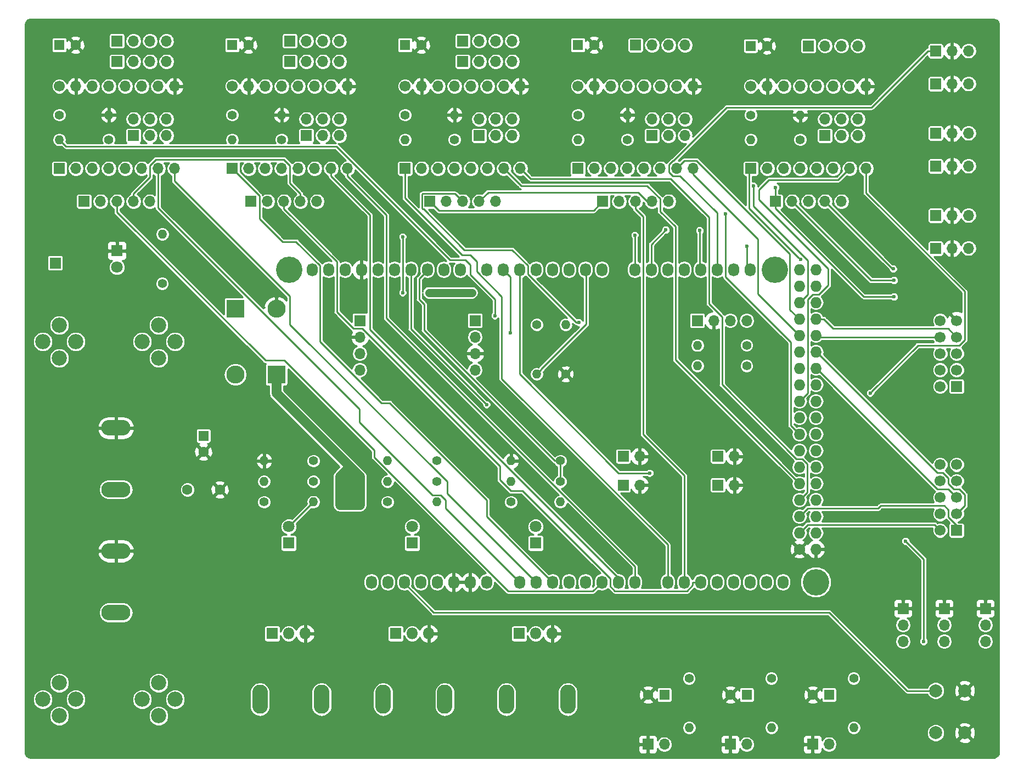
<source format=gbr>
G04 #@! TF.GenerationSoftware,KiCad,Pcbnew,(5.0.2)-1*
G04 #@! TF.CreationDate,2019-02-04T13:01:01-08:00*
G04 #@! TF.ProjectId,samsamps,73616d73-616d-4707-932e-6b696361645f,rev?*
G04 #@! TF.SameCoordinates,Original*
G04 #@! TF.FileFunction,Copper,L2,Bot*
G04 #@! TF.FilePolarity,Positive*
%FSLAX46Y46*%
G04 Gerber Fmt 4.6, Leading zero omitted, Abs format (unit mm)*
G04 Created by KiCad (PCBNEW (5.0.2)-1) date 2/4/2019 1:01:01 PM*
%MOMM*%
%LPD*%
G01*
G04 APERTURE LIST*
G04 #@! TA.AperFunction,ComponentPad*
%ADD10R,1.700000X1.700000*%
G04 #@! TD*
G04 #@! TA.AperFunction,ComponentPad*
%ADD11C,1.700000*%
G04 #@! TD*
G04 #@! TA.AperFunction,ComponentPad*
%ADD12O,2.800000X2.800000*%
G04 #@! TD*
G04 #@! TA.AperFunction,ComponentPad*
%ADD13R,2.800000X2.800000*%
G04 #@! TD*
G04 #@! TA.AperFunction,ComponentPad*
%ADD14O,1.700000X1.700000*%
G04 #@! TD*
G04 #@! TA.AperFunction,ComponentPad*
%ADD15C,1.727200*%
G04 #@! TD*
G04 #@! TA.AperFunction,ComponentPad*
%ADD16O,1.727200X1.727200*%
G04 #@! TD*
G04 #@! TA.AperFunction,ComponentPad*
%ADD17O,1.727200X2.032000*%
G04 #@! TD*
G04 #@! TA.AperFunction,ComponentPad*
%ADD18C,4.064000*%
G04 #@! TD*
G04 #@! TA.AperFunction,ComponentPad*
%ADD19C,1.600000*%
G04 #@! TD*
G04 #@! TA.AperFunction,ComponentPad*
%ADD20R,1.600000X1.600000*%
G04 #@! TD*
G04 #@! TA.AperFunction,ComponentPad*
%ADD21C,1.800000*%
G04 #@! TD*
G04 #@! TA.AperFunction,ComponentPad*
%ADD22R,1.800000X1.800000*%
G04 #@! TD*
G04 #@! TA.AperFunction,ComponentPad*
%ADD23O,4.500000X2.400000*%
G04 #@! TD*
G04 #@! TA.AperFunction,ComponentPad*
%ADD24O,2.400000X4.500000*%
G04 #@! TD*
G04 #@! TA.AperFunction,ComponentPad*
%ADD25O,1.800000X1.800000*%
G04 #@! TD*
G04 #@! TA.AperFunction,ComponentPad*
%ADD26C,2.000000*%
G04 #@! TD*
G04 #@! TA.AperFunction,ComponentPad*
%ADD27O,1.400000X1.400000*%
G04 #@! TD*
G04 #@! TA.AperFunction,ComponentPad*
%ADD28C,1.400000*%
G04 #@! TD*
G04 #@! TA.AperFunction,ComponentPad*
%ADD29C,2.350000*%
G04 #@! TD*
G04 #@! TA.AperFunction,ViaPad*
%ADD30C,0.600000*%
G04 #@! TD*
G04 #@! TA.AperFunction,Conductor*
%ADD31C,0.254000*%
G04 #@! TD*
G04 #@! TA.AperFunction,Conductor*
%ADD32C,1.270000*%
G04 #@! TD*
G04 #@! TA.AperFunction,Conductor*
%ADD33C,1.524000*%
G04 #@! TD*
G04 APERTURE END LIST*
D10*
G04 #@! TO.P,LCD2,1*
G04 #@! TO.N,/D50*
X221615000Y-111125000D03*
D11*
G04 #@! TO.P,LCD2,2*
G04 #@! TO.N,/D52*
X219075000Y-111125000D03*
G04 #@! TO.P,LCD2,3*
G04 #@! TO.N,/D31*
X221615000Y-108585000D03*
G04 #@! TO.P,LCD2,4*
G04 #@! TO.N,/D53*
X219075000Y-108585000D03*
G04 #@! TO.P,LCD2,5*
G04 #@! TO.N,/D33*
X221615000Y-106045000D03*
G04 #@! TO.P,LCD2,6*
G04 #@! TO.N,/D51*
X219075000Y-106045000D03*
G04 #@! TO.P,LCD2,7*
G04 #@! TO.N,/D49*
X221615000Y-103505000D03*
G04 #@! TO.P,LCD2,8*
G04 #@! TO.N,/D41*
X219075000Y-103505000D03*
G04 #@! TO.P,LCD2,9*
G04 #@! TO.N,Net-(LCD2-Pad9)*
X221615000Y-100965000D03*
G04 #@! TO.P,LCD2,10*
G04 #@! TO.N,Net-(LCD2-Pad10)*
X219075000Y-100965000D03*
G04 #@! TD*
G04 #@! TO.P,LCD1,10*
G04 #@! TO.N,+5V*
X219075000Y-78740000D03*
G04 #@! TO.P,LCD1,9*
G04 #@! TO.N,GND*
X221615000Y-78740000D03*
G04 #@! TO.P,LCD1,8*
G04 #@! TO.N,/D29*
X219075000Y-81280000D03*
G04 #@! TO.P,LCD1,7*
G04 #@! TO.N,/D27*
X221615000Y-81280000D03*
G04 #@! TO.P,LCD1,6*
G04 #@! TO.N,/D25*
X219075000Y-83820000D03*
G04 #@! TO.P,LCD1,5*
G04 #@! TO.N,/D23*
X221615000Y-83820000D03*
G04 #@! TO.P,LCD1,4*
G04 #@! TO.N,/D16*
X219075000Y-86360000D03*
G04 #@! TO.P,LCD1,3*
G04 #@! TO.N,/D17*
X221615000Y-86360000D03*
G04 #@! TO.P,LCD1,2*
G04 #@! TO.N,/D35*
X219075000Y-88900000D03*
D10*
G04 #@! TO.P,LCD1,1*
G04 #@! TO.N,/D37*
X221615000Y-88900000D03*
G04 #@! TD*
D12*
G04 #@! TO.P,D1,2*
G04 #@! TO.N,+12V*
X110334000Y-87064800D03*
D13*
G04 #@! TO.P,D1,1*
G04 #@! TO.N,/REG_VIN*
X110334000Y-76904800D03*
G04 #@! TD*
G04 #@! TO.P,D2,1*
G04 #@! TO.N,+12V*
X116684000Y-87064800D03*
D12*
G04 #@! TO.P,D2,2*
G04 #@! TO.N,GND*
X116684000Y-76904800D03*
G04 #@! TD*
D14*
G04 #@! TO.P,JP1,6*
G04 #@! TO.N,+5V*
X99695000Y-47625000D03*
G04 #@! TO.P,JP1,5*
G04 #@! TO.N,Net-(JP1-Pad5)*
X99695000Y-50165000D03*
G04 #@! TO.P,JP1,4*
G04 #@! TO.N,+5V*
X97155000Y-47625000D03*
G04 #@! TO.P,JP1,3*
G04 #@! TO.N,Net-(JP1-Pad3)*
X97155000Y-50165000D03*
G04 #@! TO.P,JP1,2*
G04 #@! TO.N,+5V*
X94615000Y-47625000D03*
D10*
G04 #@! TO.P,JP1,1*
G04 #@! TO.N,Net-(JP1-Pad1)*
X94615000Y-50165000D03*
G04 #@! TD*
D15*
G04 #@! TO.P,P1,1*
G04 #@! TO.N,GND*
X197358000Y-114046000D03*
D16*
G04 #@! TO.P,P1,2*
X199898000Y-114046000D03*
G04 #@! TO.P,P1,3*
G04 #@! TO.N,/D52*
X197358000Y-111506000D03*
G04 #@! TO.P,P1,4*
G04 #@! TO.N,/D53*
X199898000Y-111506000D03*
G04 #@! TO.P,P1,5*
G04 #@! TO.N,/D50*
X197358000Y-108966000D03*
G04 #@! TO.P,P1,6*
G04 #@! TO.N,/D51*
X199898000Y-108966000D03*
G04 #@! TO.P,P1,7*
G04 #@! TO.N,/D48*
X197358000Y-106426000D03*
G04 #@! TO.P,P1,8*
G04 #@! TO.N,/D49*
X199898000Y-106426000D03*
G04 #@! TO.P,P1,9*
G04 #@! TO.N,/D46*
X197358000Y-103886000D03*
G04 #@! TO.P,P1,10*
G04 #@! TO.N,/D47*
X199898000Y-103886000D03*
G04 #@! TO.P,P1,11*
G04 #@! TO.N,/D44*
X197358000Y-101346000D03*
G04 #@! TO.P,P1,12*
G04 #@! TO.N,/D45*
X199898000Y-101346000D03*
G04 #@! TO.P,P1,13*
G04 #@! TO.N,/D42*
X197358000Y-98806000D03*
G04 #@! TO.P,P1,14*
G04 #@! TO.N,/D43*
X199898000Y-98806000D03*
G04 #@! TO.P,P1,15*
G04 #@! TO.N,/D40*
X197358000Y-96266000D03*
G04 #@! TO.P,P1,16*
G04 #@! TO.N,/D41*
X199898000Y-96266000D03*
G04 #@! TO.P,P1,17*
G04 #@! TO.N,/D38*
X197358000Y-93726000D03*
G04 #@! TO.P,P1,18*
G04 #@! TO.N,/D39*
X199898000Y-93726000D03*
G04 #@! TO.P,P1,19*
G04 #@! TO.N,/D36*
X197358000Y-91186000D03*
G04 #@! TO.P,P1,20*
G04 #@! TO.N,/D37*
X199898000Y-91186000D03*
G04 #@! TO.P,P1,21*
G04 #@! TO.N,/D34*
X197358000Y-88646000D03*
G04 #@! TO.P,P1,22*
G04 #@! TO.N,/D35*
X199898000Y-88646000D03*
G04 #@! TO.P,P1,23*
G04 #@! TO.N,/D32*
X197358000Y-86106000D03*
G04 #@! TO.P,P1,24*
G04 #@! TO.N,/D33*
X199898000Y-86106000D03*
G04 #@! TO.P,P1,25*
G04 #@! TO.N,/D30*
X197358000Y-83566000D03*
G04 #@! TO.P,P1,26*
G04 #@! TO.N,/D31*
X199898000Y-83566000D03*
G04 #@! TO.P,P1,27*
G04 #@! TO.N,/D28*
X197358000Y-81026000D03*
G04 #@! TO.P,P1,28*
G04 #@! TO.N,/D29*
X199898000Y-81026000D03*
G04 #@! TO.P,P1,29*
G04 #@! TO.N,/D26*
X197358000Y-78486000D03*
G04 #@! TO.P,P1,30*
G04 #@! TO.N,/D27*
X199898000Y-78486000D03*
G04 #@! TO.P,P1,31*
G04 #@! TO.N,/D24*
X197358000Y-75946000D03*
G04 #@! TO.P,P1,32*
G04 #@! TO.N,/D25*
X199898000Y-75946000D03*
G04 #@! TO.P,P1,33*
G04 #@! TO.N,/D22*
X197358000Y-73406000D03*
G04 #@! TO.P,P1,34*
G04 #@! TO.N,/D23*
X199898000Y-73406000D03*
G04 #@! TO.P,P1,35*
G04 #@! TO.N,Net-(P1-Pad35)*
X197358000Y-70866000D03*
G04 #@! TO.P,P1,36*
G04 #@! TO.N,Net-(P1-Pad36)*
X199898000Y-70866000D03*
G04 #@! TD*
D17*
G04 #@! TO.P,P2,1*
G04 #@! TO.N,Net-(P2-Pad1)*
X131318000Y-119126000D03*
G04 #@! TO.P,P2,2*
G04 #@! TO.N,/IOREF*
X133858000Y-119126000D03*
G04 #@! TO.P,P2,3*
G04 #@! TO.N,/RESET*
X136398000Y-119126000D03*
G04 #@! TO.P,P2,4*
G04 #@! TO.N,+3V3*
X138938000Y-119126000D03*
G04 #@! TO.P,P2,5*
G04 #@! TO.N,Net-(P2-Pad5)*
X141478000Y-119126000D03*
G04 #@! TO.P,P2,6*
G04 #@! TO.N,GND*
X144018000Y-119126000D03*
G04 #@! TO.P,P2,7*
X146558000Y-119126000D03*
G04 #@! TO.P,P2,8*
G04 #@! TO.N,/Vin*
X149098000Y-119126000D03*
G04 #@! TD*
G04 #@! TO.P,P3,1*
G04 #@! TO.N,/A0*
X154178000Y-119126000D03*
G04 #@! TO.P,P3,2*
G04 #@! TO.N,/A1*
X156718000Y-119126000D03*
G04 #@! TO.P,P3,3*
G04 #@! TO.N,/A2*
X159258000Y-119126000D03*
G04 #@! TO.P,P3,4*
G04 #@! TO.N,/A3*
X161798000Y-119126000D03*
G04 #@! TO.P,P3,5*
G04 #@! TO.N,/A4*
X164338000Y-119126000D03*
G04 #@! TO.P,P3,6*
G04 #@! TO.N,/A5*
X166878000Y-119126000D03*
G04 #@! TO.P,P3,7*
G04 #@! TO.N,/A6*
X169418000Y-119126000D03*
G04 #@! TO.P,P3,8*
G04 #@! TO.N,/A7*
X171958000Y-119126000D03*
G04 #@! TD*
G04 #@! TO.P,P4,1*
G04 #@! TO.N,/A8*
X177038000Y-119126000D03*
G04 #@! TO.P,P4,2*
G04 #@! TO.N,/A9*
X179578000Y-119126000D03*
G04 #@! TO.P,P4,3*
G04 #@! TO.N,/A10*
X182118000Y-119126000D03*
G04 #@! TO.P,P4,4*
G04 #@! TO.N,/A11*
X184658000Y-119126000D03*
G04 #@! TO.P,P4,5*
G04 #@! TO.N,/A12*
X187198000Y-119126000D03*
G04 #@! TO.P,P4,6*
G04 #@! TO.N,/A13*
X189738000Y-119126000D03*
G04 #@! TO.P,P4,7*
G04 #@! TO.N,/A14*
X192278000Y-119126000D03*
G04 #@! TO.P,P4,8*
G04 #@! TO.N,/A15*
X194818000Y-119126000D03*
G04 #@! TD*
G04 #@! TO.P,P5,1*
G04 #@! TO.N,/D21*
X122174000Y-70866000D03*
G04 #@! TO.P,P5,2*
G04 #@! TO.N,/D20*
X124714000Y-70866000D03*
G04 #@! TO.P,P5,3*
G04 #@! TO.N,/AREF*
X127254000Y-70866000D03*
G04 #@! TO.P,P5,4*
G04 #@! TO.N,GND*
X129794000Y-70866000D03*
G04 #@! TO.P,P5,5*
G04 #@! TO.N,/D13*
X132334000Y-70866000D03*
G04 #@! TO.P,P5,6*
G04 #@! TO.N,/D12*
X134874000Y-70866000D03*
G04 #@! TO.P,P5,7*
G04 #@! TO.N,/D11*
X137414000Y-70866000D03*
G04 #@! TO.P,P5,8*
G04 #@! TO.N,/D10*
X139954000Y-70866000D03*
G04 #@! TO.P,P5,9*
G04 #@! TO.N,/D9*
X142494000Y-70866000D03*
G04 #@! TO.P,P5,10*
G04 #@! TO.N,/D8*
X145034000Y-70866000D03*
G04 #@! TD*
G04 #@! TO.P,P6,1*
G04 #@! TO.N,/D7*
X149098000Y-70866000D03*
G04 #@! TO.P,P6,2*
G04 #@! TO.N,/D6*
X151638000Y-70866000D03*
G04 #@! TO.P,P6,3*
G04 #@! TO.N,/D5*
X154178000Y-70866000D03*
G04 #@! TO.P,P6,4*
G04 #@! TO.N,/D4*
X156718000Y-70866000D03*
G04 #@! TO.P,P6,5*
G04 #@! TO.N,/D3*
X159258000Y-70866000D03*
G04 #@! TO.P,P6,6*
G04 #@! TO.N,/D2*
X161798000Y-70866000D03*
G04 #@! TO.P,P6,7*
G04 #@! TO.N,/D1*
X164338000Y-70866000D03*
G04 #@! TO.P,P6,8*
G04 #@! TO.N,/BT-TX*
X166878000Y-70866000D03*
G04 #@! TD*
G04 #@! TO.P,P7,1*
G04 #@! TO.N,/D14*
X171958000Y-70866000D03*
G04 #@! TO.P,P7,2*
G04 #@! TO.N,/D15*
X174498000Y-70866000D03*
G04 #@! TO.P,P7,3*
G04 #@! TO.N,/D16*
X177038000Y-70866000D03*
G04 #@! TO.P,P7,4*
G04 #@! TO.N,/D17*
X179578000Y-70866000D03*
G04 #@! TO.P,P7,5*
G04 #@! TO.N,/D18*
X182118000Y-70866000D03*
G04 #@! TO.P,P7,6*
G04 #@! TO.N,/D19*
X184658000Y-70866000D03*
G04 #@! TO.P,P7,7*
G04 #@! TO.N,/D20*
X187198000Y-70866000D03*
G04 #@! TO.P,P7,8*
G04 #@! TO.N,/D21*
X189738000Y-70866000D03*
G04 #@! TD*
D18*
G04 #@! TO.P,P10,1*
G04 #@! TO.N,Net-(P10-Pad1)*
X199898000Y-119126000D03*
G04 #@! TD*
G04 #@! TO.P,P11,1*
G04 #@! TO.N,Net-(P11-Pad1)*
X118618000Y-70866000D03*
G04 #@! TD*
G04 #@! TO.P,P13,1*
G04 #@! TO.N,Net-(P13-Pad1)*
X193548000Y-70866000D03*
G04 #@! TD*
D14*
G04 #@! TO.P,BT1,4*
G04 #@! TO.N,+5V*
X147320000Y-86360000D03*
G04 #@! TO.P,BT1,3*
G04 #@! TO.N,GND*
X147320000Y-83820000D03*
G04 #@! TO.P,BT1,2*
G04 #@! TO.N,/BT-RX*
X147320000Y-81280000D03*
D10*
G04 #@! TO.P,BT1,1*
G04 #@! TO.N,/BT-TX*
X147320000Y-78740000D03*
G04 #@! TD*
D19*
G04 #@! TO.P,C1,2*
G04 #@! TO.N,GND*
X85685000Y-36195000D03*
D20*
G04 #@! TO.P,C1,1*
G04 #@! TO.N,+12V*
X83185000Y-36195000D03*
G04 #@! TD*
G04 #@! TO.P,C2,1*
G04 #@! TO.N,+12V*
X163195000Y-36195000D03*
D19*
G04 #@! TO.P,C2,2*
G04 #@! TO.N,GND*
X165695000Y-36195000D03*
G04 #@! TD*
G04 #@! TO.P,C3,2*
G04 #@! TO.N,GND*
X112355000Y-36195000D03*
D20*
G04 #@! TO.P,C3,1*
G04 #@! TO.N,+12V*
X109855000Y-36195000D03*
G04 #@! TD*
D19*
G04 #@! TO.P,C4,2*
G04 #@! TO.N,GND*
X192365000Y-36322000D03*
D20*
G04 #@! TO.P,C4,1*
G04 #@! TO.N,+12V*
X189865000Y-36322000D03*
G04 #@! TD*
G04 #@! TO.P,C5,1*
G04 #@! TO.N,/A13*
X176530000Y-136525000D03*
D19*
G04 #@! TO.P,C5,2*
G04 #@! TO.N,GND*
X174030000Y-136525000D03*
G04 #@! TD*
G04 #@! TO.P,C6,2*
G04 #@! TO.N,GND*
X186730000Y-136525000D03*
D20*
G04 #@! TO.P,C6,1*
G04 #@! TO.N,/A14*
X189230000Y-136525000D03*
G04 #@! TD*
D19*
G04 #@! TO.P,C7,2*
G04 #@! TO.N,GND*
X199430000Y-136525000D03*
D20*
G04 #@! TO.P,C7,1*
G04 #@! TO.N,/A15*
X201930000Y-136525000D03*
G04 #@! TD*
D19*
G04 #@! TO.P,C8,2*
G04 #@! TO.N,GND*
X139025000Y-36195000D03*
D20*
G04 #@! TO.P,C8,1*
G04 #@! TO.N,+12V*
X136525000Y-36195000D03*
G04 #@! TD*
D19*
G04 #@! TO.P,C9,2*
G04 #@! TO.N,+12V*
X102950000Y-104845000D03*
G04 #@! TO.P,C9,1*
G04 #@! TO.N,GND*
X107950000Y-104845000D03*
G04 #@! TD*
D20*
G04 #@! TO.P,C10,1*
G04 #@! TO.N,+12V*
X105410000Y-96520000D03*
D19*
G04 #@! TO.P,C10,2*
G04 #@! TO.N,GND*
X105410000Y-99020000D03*
G04 #@! TD*
D10*
G04 #@! TO.P,ENDSTOP1,1*
G04 #@! TO.N,/D3*
X218388000Y-67584300D03*
D14*
G04 #@! TO.P,ENDSTOP1,2*
G04 #@! TO.N,GND*
X220928000Y-67584300D03*
G04 #@! TO.P,ENDSTOP1,3*
G04 #@! TO.N,+5V*
X223468000Y-67584300D03*
G04 #@! TD*
G04 #@! TO.P,ENDSTOP2,3*
G04 #@! TO.N,+5V*
X223468000Y-54884300D03*
G04 #@! TO.P,ENDSTOP2,2*
G04 #@! TO.N,GND*
X220928000Y-54884300D03*
D10*
G04 #@! TO.P,ENDSTOP2,1*
G04 #@! TO.N,/D14*
X218388000Y-54884300D03*
G04 #@! TD*
D14*
G04 #@! TO.P,ENDSTOP3,3*
G04 #@! TO.N,+5V*
X223468000Y-42184300D03*
G04 #@! TO.P,ENDSTOP3,2*
G04 #@! TO.N,GND*
X220928000Y-42184300D03*
D10*
G04 #@! TO.P,ENDSTOP3,1*
G04 #@! TO.N,/D18*
X218388000Y-42184300D03*
G04 #@! TD*
G04 #@! TO.P,ENDSTOP4,1*
G04 #@! TO.N,/D2*
X218388000Y-62504300D03*
D14*
G04 #@! TO.P,ENDSTOP4,2*
G04 #@! TO.N,GND*
X220928000Y-62504300D03*
G04 #@! TO.P,ENDSTOP4,3*
G04 #@! TO.N,+5V*
X223468000Y-62504300D03*
G04 #@! TD*
G04 #@! TO.P,ENDSTOP5,3*
G04 #@! TO.N,+5V*
X223468000Y-49804300D03*
G04 #@! TO.P,ENDSTOP5,2*
G04 #@! TO.N,GND*
X220928000Y-49804300D03*
D10*
G04 #@! TO.P,ENDSTOP5,1*
G04 #@! TO.N,/D15*
X218388000Y-49804300D03*
G04 #@! TD*
G04 #@! TO.P,ENDSTOP6,1*
G04 #@! TO.N,/D19*
X218388000Y-37104300D03*
D14*
G04 #@! TO.P,ENDSTOP6,2*
G04 #@! TO.N,GND*
X220928000Y-37104300D03*
G04 #@! TO.P,ENDSTOP6,3*
G04 #@! TO.N,+5V*
X223468000Y-37104300D03*
G04 #@! TD*
D10*
G04 #@! TO.P,IIC1,1*
G04 #@! TO.N,+5V*
X181610000Y-78740000D03*
D14*
G04 #@! TO.P,IIC1,2*
G04 #@! TO.N,GND*
X184150000Y-78740000D03*
G04 #@! TO.P,IIC1,3*
G04 #@! TO.N,/D20*
X186690000Y-78740000D03*
G04 #@! TO.P,IIC1,4*
G04 #@! TO.N,/D21*
X189230000Y-78740000D03*
G04 #@! TD*
D10*
G04 #@! TO.P,J6,1*
G04 #@! TO.N,/D12*
X82550000Y-69850000D03*
G04 #@! TD*
G04 #@! TO.P,J7,1*
G04 #@! TO.N,+12V*
X170180000Y-104140000D03*
D14*
G04 #@! TO.P,J7,2*
G04 #@! TO.N,GND*
X172720000Y-104140000D03*
G04 #@! TD*
G04 #@! TO.P,J8,2*
G04 #@! TO.N,GND*
X187325000Y-104140000D03*
D10*
G04 #@! TO.P,J8,1*
G04 #@! TO.N,+5V*
X184785000Y-104140000D03*
G04 #@! TD*
D14*
G04 #@! TO.P,J9,2*
G04 #@! TO.N,GND*
X172720000Y-99695000D03*
D10*
G04 #@! TO.P,J9,1*
G04 #@! TO.N,+12V*
X170180000Y-99695000D03*
G04 #@! TD*
G04 #@! TO.P,J10,1*
G04 #@! TO.N,+5V*
X184785000Y-99695000D03*
D14*
G04 #@! TO.P,J10,2*
G04 #@! TO.N,GND*
X187325000Y-99695000D03*
G04 #@! TD*
G04 #@! TO.P,JP2,6*
G04 #@! TO.N,+5V*
X179705000Y-47625000D03*
G04 #@! TO.P,JP2,5*
G04 #@! TO.N,Net-(JP2-Pad5)*
X179705000Y-50165000D03*
G04 #@! TO.P,JP2,4*
G04 #@! TO.N,+5V*
X177165000Y-47625000D03*
G04 #@! TO.P,JP2,3*
G04 #@! TO.N,Net-(JP2-Pad3)*
X177165000Y-50165000D03*
G04 #@! TO.P,JP2,2*
G04 #@! TO.N,+5V*
X174625000Y-47625000D03*
D10*
G04 #@! TO.P,JP2,1*
G04 #@! TO.N,Net-(JP2-Pad1)*
X174625000Y-50165000D03*
G04 #@! TD*
G04 #@! TO.P,JP3,1*
G04 #@! TO.N,Net-(JP3-Pad1)*
X121285000Y-50165000D03*
D14*
G04 #@! TO.P,JP3,2*
G04 #@! TO.N,+5V*
X121285000Y-47625000D03*
G04 #@! TO.P,JP3,3*
G04 #@! TO.N,Net-(JP3-Pad3)*
X123825000Y-50165000D03*
G04 #@! TO.P,JP3,4*
G04 #@! TO.N,+5V*
X123825000Y-47625000D03*
G04 #@! TO.P,JP3,5*
G04 #@! TO.N,Net-(JP3-Pad5)*
X126365000Y-50165000D03*
G04 #@! TO.P,JP3,6*
G04 #@! TO.N,+5V*
X126365000Y-47625000D03*
G04 #@! TD*
D10*
G04 #@! TO.P,JP4,1*
G04 #@! TO.N,Net-(JP4-Pad1)*
X201295000Y-50165000D03*
D14*
G04 #@! TO.P,JP4,2*
G04 #@! TO.N,+5V*
X201295000Y-47625000D03*
G04 #@! TO.P,JP4,3*
G04 #@! TO.N,Net-(JP4-Pad3)*
X203835000Y-50165000D03*
G04 #@! TO.P,JP4,4*
G04 #@! TO.N,+5V*
X203835000Y-47625000D03*
G04 #@! TO.P,JP4,5*
G04 #@! TO.N,Net-(JP4-Pad5)*
X206375000Y-50165000D03*
G04 #@! TO.P,JP4,6*
G04 #@! TO.N,+5V*
X206375000Y-47625000D03*
G04 #@! TD*
G04 #@! TO.P,JP5,6*
G04 #@! TO.N,+5V*
X153035000Y-47625000D03*
G04 #@! TO.P,JP5,5*
G04 #@! TO.N,Net-(JP5-Pad5)*
X153035000Y-50165000D03*
G04 #@! TO.P,JP5,4*
G04 #@! TO.N,+5V*
X150495000Y-47625000D03*
G04 #@! TO.P,JP5,3*
G04 #@! TO.N,Net-(JP5-Pad3)*
X150495000Y-50165000D03*
G04 #@! TO.P,JP5,2*
G04 #@! TO.N,+5V*
X147955000Y-47625000D03*
D10*
G04 #@! TO.P,JP5,1*
G04 #@! TO.N,Net-(JP5-Pad1)*
X147955000Y-50165000D03*
G04 #@! TD*
D21*
G04 #@! TO.P,LED1,2*
G04 #@! TO.N,Net-(LED1-Pad2)*
X92075000Y-70485000D03*
D22*
G04 #@! TO.P,LED1,1*
G04 #@! TO.N,GND*
X92075000Y-67945000D03*
G04 #@! TD*
G04 #@! TO.P,LED2,1*
G04 #@! TO.N,Net-(LED2-Pad1)*
X156689000Y-113100000D03*
D21*
G04 #@! TO.P,LED2,2*
G04 #@! TO.N,Net-(LED2-Pad2)*
X156689000Y-110560000D03*
G04 #@! TD*
G04 #@! TO.P,LED3,2*
G04 #@! TO.N,Net-(LED3-Pad2)*
X137639000Y-110560000D03*
D22*
G04 #@! TO.P,LED3,1*
G04 #@! TO.N,Net-(LED3-Pad1)*
X137639000Y-113100000D03*
G04 #@! TD*
G04 #@! TO.P,LED4,1*
G04 #@! TO.N,Net-(LED4-Pad1)*
X118589000Y-113100000D03*
D21*
G04 #@! TO.P,LED4,2*
G04 #@! TO.N,Net-(LED4-Pad2)*
X118589000Y-110560000D03*
G04 #@! TD*
D14*
G04 #@! TO.P,MOT1,4*
G04 #@! TO.N,Net-(MOT1-Pad4)*
X99695000Y-38735000D03*
G04 #@! TO.P,MOT1,3*
G04 #@! TO.N,Net-(MOT1-Pad3)*
X97155000Y-38735000D03*
G04 #@! TO.P,MOT1,2*
G04 #@! TO.N,Net-(MOT1-Pad2)*
X94615000Y-38735000D03*
D10*
G04 #@! TO.P,MOT1,1*
G04 #@! TO.N,Net-(MOT1-Pad1)*
X92075000Y-38735000D03*
G04 #@! TD*
G04 #@! TO.P,MOT2,1*
G04 #@! TO.N,Net-(MOT1-Pad1)*
X92075000Y-35560000D03*
D14*
G04 #@! TO.P,MOT2,2*
G04 #@! TO.N,Net-(MOT1-Pad2)*
X94615000Y-35560000D03*
G04 #@! TO.P,MOT2,3*
G04 #@! TO.N,Net-(MOT1-Pad3)*
X97155000Y-35560000D03*
G04 #@! TO.P,MOT2,4*
G04 #@! TO.N,Net-(MOT1-Pad4)*
X99695000Y-35560000D03*
G04 #@! TD*
G04 #@! TO.P,MOT3,4*
G04 #@! TO.N,Net-(MOT3-Pad4)*
X179705000Y-36195000D03*
G04 #@! TO.P,MOT3,3*
G04 #@! TO.N,Net-(MOT3-Pad3)*
X177165000Y-36195000D03*
G04 #@! TO.P,MOT3,2*
G04 #@! TO.N,Net-(MOT3-Pad2)*
X174625000Y-36195000D03*
D10*
G04 #@! TO.P,MOT3,1*
G04 #@! TO.N,Net-(MOT3-Pad1)*
X172085000Y-36195000D03*
G04 #@! TD*
D14*
G04 #@! TO.P,MOT4,4*
G04 #@! TO.N,Net-(MOT4-Pad4)*
X126365000Y-35560000D03*
G04 #@! TO.P,MOT4,3*
G04 #@! TO.N,Net-(MOT4-Pad3)*
X123825000Y-35560000D03*
G04 #@! TO.P,MOT4,2*
G04 #@! TO.N,Net-(MOT4-Pad2)*
X121285000Y-35560000D03*
D10*
G04 #@! TO.P,MOT4,1*
G04 #@! TO.N,Net-(MOT4-Pad1)*
X118745000Y-35560000D03*
G04 #@! TD*
G04 #@! TO.P,MOT5,1*
G04 #@! TO.N,Net-(MOT4-Pad1)*
X118745000Y-38735000D03*
D14*
G04 #@! TO.P,MOT5,2*
G04 #@! TO.N,Net-(MOT4-Pad2)*
X121285000Y-38735000D03*
G04 #@! TO.P,MOT5,3*
G04 #@! TO.N,Net-(MOT4-Pad3)*
X123825000Y-38735000D03*
G04 #@! TO.P,MOT5,4*
G04 #@! TO.N,Net-(MOT4-Pad4)*
X126365000Y-38735000D03*
G04 #@! TD*
G04 #@! TO.P,MOT6,4*
G04 #@! TO.N,Net-(MOT6-Pad4)*
X206375000Y-36322000D03*
G04 #@! TO.P,MOT6,3*
G04 #@! TO.N,Net-(MOT6-Pad3)*
X203835000Y-36322000D03*
G04 #@! TO.P,MOT6,2*
G04 #@! TO.N,Net-(MOT6-Pad2)*
X201295000Y-36322000D03*
D10*
G04 #@! TO.P,MOT6,1*
G04 #@! TO.N,Net-(MOT6-Pad1)*
X198755000Y-36322000D03*
G04 #@! TD*
D14*
G04 #@! TO.P,MOT7,4*
G04 #@! TO.N,Net-(MOT7-Pad4)*
X153035000Y-35560000D03*
G04 #@! TO.P,MOT7,3*
G04 #@! TO.N,Net-(MOT7-Pad3)*
X150495000Y-35560000D03*
G04 #@! TO.P,MOT7,2*
G04 #@! TO.N,Net-(MOT7-Pad2)*
X147955000Y-35560000D03*
D10*
G04 #@! TO.P,MOT7,1*
G04 #@! TO.N,Net-(MOT7-Pad1)*
X145415000Y-35560000D03*
G04 #@! TD*
G04 #@! TO.P,MOT8,1*
G04 #@! TO.N,Net-(MOT7-Pad1)*
X145415000Y-38735000D03*
D14*
G04 #@! TO.P,MOT8,2*
G04 #@! TO.N,Net-(MOT7-Pad2)*
X147955000Y-38735000D03*
G04 #@! TO.P,MOT8,3*
G04 #@! TO.N,Net-(MOT7-Pad3)*
X150495000Y-38735000D03*
G04 #@! TO.P,MOT8,4*
G04 #@! TO.N,Net-(MOT7-Pad4)*
X153035000Y-38735000D03*
G04 #@! TD*
D23*
G04 #@! TO.P,PWR1,2*
G04 #@! TO.N,Net-(F2-Pad1)*
X91919400Y-104819800D03*
G04 #@! TO.P,PWR1,1*
G04 #@! TO.N,GND*
X91919400Y-95319800D03*
G04 #@! TO.P,PWR1,3*
X91919400Y-114319800D03*
G04 #@! TO.P,PWR1,4*
G04 #@! TO.N,Net-(F1-Pad1)*
X91919400Y-123819800D03*
G04 #@! TD*
D24*
G04 #@! TO.P,PWR2,2*
G04 #@! TO.N,Net-(NT6-Pad1)*
X123644000Y-137230000D03*
G04 #@! TO.P,PWR2,1*
G04 #@! TO.N,+12VA*
X114144000Y-137230000D03*
G04 #@! TO.P,PWR2,3*
G04 #@! TO.N,+12V*
X133144000Y-137230000D03*
G04 #@! TO.P,PWR2,4*
G04 #@! TO.N,Net-(NT5-Pad1)*
X142644000Y-137230000D03*
G04 #@! TO.P,PWR2,5*
G04 #@! TO.N,+12V*
X152144000Y-137230000D03*
G04 #@! TO.P,PWR2,6*
G04 #@! TO.N,Net-(NT4-Pad1)*
X161644000Y-137230000D03*
G04 #@! TD*
D25*
G04 #@! TO.P,Q1,3*
G04 #@! TO.N,GND*
X159229000Y-127070000D03*
G04 #@! TO.P,Q1,2*
G04 #@! TO.N,Net-(NT4-Pad1)*
X156689000Y-127070000D03*
D22*
G04 #@! TO.P,Q1,1*
G04 #@! TO.N,Net-(Q1-Pad1)*
X154149000Y-127070000D03*
G04 #@! TD*
G04 #@! TO.P,Q2,1*
G04 #@! TO.N,Net-(Q2-Pad1)*
X135099000Y-127070000D03*
D25*
G04 #@! TO.P,Q2,2*
G04 #@! TO.N,Net-(NT5-Pad1)*
X137639000Y-127070000D03*
G04 #@! TO.P,Q2,3*
G04 #@! TO.N,GND*
X140179000Y-127070000D03*
G04 #@! TD*
G04 #@! TO.P,Q3,3*
G04 #@! TO.N,GND*
X121129000Y-127070000D03*
G04 #@! TO.P,Q3,2*
G04 #@! TO.N,Net-(NT6-Pad1)*
X118589000Y-127070000D03*
D22*
G04 #@! TO.P,Q3,1*
G04 #@! TO.N,Net-(Q3-Pad1)*
X116049000Y-127070000D03*
G04 #@! TD*
D10*
G04 #@! TO.P,REG1,1*
G04 #@! TO.N,+5V*
X129540000Y-78740000D03*
D14*
G04 #@! TO.P,REG1,2*
G04 #@! TO.N,GND*
X129540000Y-81280000D03*
G04 #@! TO.P,REG1,3*
G04 #@! TO.N,/REG_VIN*
X129540000Y-83820000D03*
G04 #@! TO.P,REG1,4*
G04 #@! TO.N,/REG_~SHDN*
X129540000Y-86360000D03*
G04 #@! TD*
G04 #@! TO.P,SERVO1,3*
G04 #@! TO.N,/D11*
X213360000Y-128270000D03*
G04 #@! TO.P,SERVO1,2*
G04 #@! TO.N,+5V*
X213360000Y-125730000D03*
D10*
G04 #@! TO.P,SERVO1,1*
G04 #@! TO.N,GND*
X213360000Y-123190000D03*
G04 #@! TD*
G04 #@! TO.P,SERVO2,1*
G04 #@! TO.N,GND*
X219710000Y-123190000D03*
D14*
G04 #@! TO.P,SERVO2,2*
G04 #@! TO.N,+5V*
X219710000Y-125730000D03*
G04 #@! TO.P,SERVO2,3*
G04 #@! TO.N,/D6*
X219710000Y-128270000D03*
G04 #@! TD*
G04 #@! TO.P,SERVO3,3*
G04 #@! TO.N,/D5*
X226060000Y-128270000D03*
G04 #@! TO.P,SERVO3,2*
G04 #@! TO.N,+5V*
X226060000Y-125730000D03*
D10*
G04 #@! TO.P,SERVO3,1*
G04 #@! TO.N,GND*
X226060000Y-123190000D03*
G04 #@! TD*
D11*
G04 #@! TO.P,SOCKET1,16*
G04 #@! TO.N,+12V*
X83185000Y-42545000D03*
D14*
G04 #@! TO.P,SOCKET1,11*
G04 #@! TO.N,Net-(MOT1-Pad4)*
X95885000Y-42545000D03*
G04 #@! TO.P,SOCKET1,9*
G04 #@! TO.N,GND*
X100965000Y-42545000D03*
G04 #@! TO.P,SOCKET1,14*
G04 #@! TO.N,Net-(MOT1-Pad1)*
X88265000Y-42545000D03*
G04 #@! TO.P,SOCKET1,13*
G04 #@! TO.N,Net-(MOT1-Pad2)*
X90805000Y-42545000D03*
G04 #@! TO.P,SOCKET1,15*
G04 #@! TO.N,GND*
X85725000Y-42545000D03*
G04 #@! TO.P,SOCKET1,12*
G04 #@! TO.N,Net-(MOT1-Pad3)*
X93345000Y-42545000D03*
G04 #@! TO.P,SOCKET1,10*
G04 #@! TO.N,+5V*
X98425000Y-42545000D03*
D10*
G04 #@! TO.P,SOCKET1,1*
G04 #@! TO.N,/D38*
X83185000Y-55245000D03*
D14*
G04 #@! TO.P,SOCKET1,2*
G04 #@! TO.N,Net-(JP1-Pad1)*
X85725000Y-55245000D03*
G04 #@! TO.P,SOCKET1,3*
G04 #@! TO.N,Net-(JP1-Pad3)*
X88265000Y-55245000D03*
G04 #@! TO.P,SOCKET1,4*
G04 #@! TO.N,Net-(JP1-Pad5)*
X90805000Y-55245000D03*
G04 #@! TO.P,SOCKET1,5*
G04 #@! TO.N,Net-(SOCKET1-Pad5)*
X93345000Y-55245000D03*
G04 #@! TO.P,SOCKET1,6*
X95885000Y-55245000D03*
G04 #@! TO.P,SOCKET1,7*
G04 #@! TO.N,/A0*
X98425000Y-55245000D03*
G04 #@! TO.P,SOCKET1,8*
G04 #@! TO.N,/A1*
X100965000Y-55245000D03*
G04 #@! TD*
G04 #@! TO.P,SOCKET2,8*
G04 #@! TO.N,/D28*
X180975000Y-55245000D03*
G04 #@! TO.P,SOCKET2,7*
G04 #@! TO.N,/D26*
X178435000Y-55245000D03*
G04 #@! TO.P,SOCKET2,6*
G04 #@! TO.N,Net-(SOCKET2-Pad5)*
X175895000Y-55245000D03*
G04 #@! TO.P,SOCKET2,5*
X173355000Y-55245000D03*
G04 #@! TO.P,SOCKET2,4*
G04 #@! TO.N,Net-(JP2-Pad5)*
X170815000Y-55245000D03*
G04 #@! TO.P,SOCKET2,3*
G04 #@! TO.N,Net-(JP2-Pad3)*
X168275000Y-55245000D03*
G04 #@! TO.P,SOCKET2,2*
G04 #@! TO.N,Net-(JP2-Pad1)*
X165735000Y-55245000D03*
D10*
G04 #@! TO.P,SOCKET2,1*
G04 #@! TO.N,/D24*
X163195000Y-55245000D03*
D14*
G04 #@! TO.P,SOCKET2,10*
G04 #@! TO.N,+5V*
X178435000Y-42545000D03*
G04 #@! TO.P,SOCKET2,12*
G04 #@! TO.N,Net-(MOT3-Pad3)*
X173355000Y-42545000D03*
G04 #@! TO.P,SOCKET2,15*
G04 #@! TO.N,GND*
X165735000Y-42545000D03*
G04 #@! TO.P,SOCKET2,13*
G04 #@! TO.N,Net-(MOT3-Pad2)*
X170815000Y-42545000D03*
G04 #@! TO.P,SOCKET2,14*
G04 #@! TO.N,Net-(MOT3-Pad1)*
X168275000Y-42545000D03*
G04 #@! TO.P,SOCKET2,9*
G04 #@! TO.N,GND*
X180975000Y-42545000D03*
G04 #@! TO.P,SOCKET2,11*
G04 #@! TO.N,Net-(MOT3-Pad4)*
X175895000Y-42545000D03*
D11*
G04 #@! TO.P,SOCKET2,16*
G04 #@! TO.N,+12V*
X163195000Y-42545000D03*
G04 #@! TD*
G04 #@! TO.P,SOCKET3,16*
G04 #@! TO.N,+12V*
X109855000Y-42545000D03*
D14*
G04 #@! TO.P,SOCKET3,11*
G04 #@! TO.N,Net-(MOT4-Pad4)*
X122555000Y-42545000D03*
G04 #@! TO.P,SOCKET3,9*
G04 #@! TO.N,GND*
X127635000Y-42545000D03*
G04 #@! TO.P,SOCKET3,14*
G04 #@! TO.N,Net-(MOT4-Pad1)*
X114935000Y-42545000D03*
G04 #@! TO.P,SOCKET3,13*
G04 #@! TO.N,Net-(MOT4-Pad2)*
X117475000Y-42545000D03*
G04 #@! TO.P,SOCKET3,15*
G04 #@! TO.N,GND*
X112395000Y-42545000D03*
G04 #@! TO.P,SOCKET3,12*
G04 #@! TO.N,Net-(MOT4-Pad3)*
X120015000Y-42545000D03*
G04 #@! TO.P,SOCKET3,10*
G04 #@! TO.N,+5V*
X125095000Y-42545000D03*
D10*
G04 #@! TO.P,SOCKET3,1*
G04 #@! TO.N,/A2*
X109855000Y-55245000D03*
D14*
G04 #@! TO.P,SOCKET3,2*
G04 #@! TO.N,Net-(JP3-Pad1)*
X112395000Y-55245000D03*
G04 #@! TO.P,SOCKET3,3*
G04 #@! TO.N,Net-(JP3-Pad3)*
X114935000Y-55245000D03*
G04 #@! TO.P,SOCKET3,4*
G04 #@! TO.N,Net-(JP3-Pad5)*
X117475000Y-55245000D03*
G04 #@! TO.P,SOCKET3,5*
G04 #@! TO.N,Net-(SOCKET3-Pad5)*
X120015000Y-55245000D03*
G04 #@! TO.P,SOCKET3,6*
X122555000Y-55245000D03*
G04 #@! TO.P,SOCKET3,7*
G04 #@! TO.N,/A6*
X125095000Y-55245000D03*
G04 #@! TO.P,SOCKET3,8*
G04 #@! TO.N,/A7*
X127635000Y-55245000D03*
G04 #@! TD*
G04 #@! TO.P,SOCKET4,8*
G04 #@! TO.N,/D34*
X207645000Y-55245000D03*
G04 #@! TO.P,SOCKET4,7*
G04 #@! TO.N,/D36*
X205105000Y-55245000D03*
G04 #@! TO.P,SOCKET4,6*
G04 #@! TO.N,Net-(SOCKET4-Pad5)*
X202565000Y-55245000D03*
G04 #@! TO.P,SOCKET4,5*
X200025000Y-55245000D03*
G04 #@! TO.P,SOCKET4,4*
G04 #@! TO.N,Net-(JP4-Pad5)*
X197485000Y-55245000D03*
G04 #@! TO.P,SOCKET4,3*
G04 #@! TO.N,Net-(JP4-Pad3)*
X194945000Y-55245000D03*
G04 #@! TO.P,SOCKET4,2*
G04 #@! TO.N,Net-(JP4-Pad1)*
X192405000Y-55245000D03*
D10*
G04 #@! TO.P,SOCKET4,1*
G04 #@! TO.N,/D30*
X189865000Y-55245000D03*
D14*
G04 #@! TO.P,SOCKET4,10*
G04 #@! TO.N,+5V*
X205105000Y-42545000D03*
G04 #@! TO.P,SOCKET4,12*
G04 #@! TO.N,Net-(MOT6-Pad3)*
X200025000Y-42545000D03*
G04 #@! TO.P,SOCKET4,15*
G04 #@! TO.N,GND*
X192405000Y-42545000D03*
G04 #@! TO.P,SOCKET4,13*
G04 #@! TO.N,Net-(MOT6-Pad2)*
X197485000Y-42545000D03*
G04 #@! TO.P,SOCKET4,14*
G04 #@! TO.N,Net-(MOT6-Pad1)*
X194945000Y-42545000D03*
G04 #@! TO.P,SOCKET4,9*
G04 #@! TO.N,GND*
X207645000Y-42545000D03*
G04 #@! TO.P,SOCKET4,11*
G04 #@! TO.N,Net-(MOT6-Pad4)*
X202565000Y-42545000D03*
D11*
G04 #@! TO.P,SOCKET4,16*
G04 #@! TO.N,+12V*
X189865000Y-42545000D03*
G04 #@! TD*
D14*
G04 #@! TO.P,SOCKET5,8*
G04 #@! TO.N,/D48*
X154305000Y-55245000D03*
G04 #@! TO.P,SOCKET5,7*
G04 #@! TO.N,/D46*
X151765000Y-55245000D03*
G04 #@! TO.P,SOCKET5,6*
G04 #@! TO.N,Net-(SOCKET5-Pad5)*
X149225000Y-55245000D03*
G04 #@! TO.P,SOCKET5,5*
X146685000Y-55245000D03*
G04 #@! TO.P,SOCKET5,4*
G04 #@! TO.N,Net-(JP5-Pad5)*
X144145000Y-55245000D03*
G04 #@! TO.P,SOCKET5,3*
G04 #@! TO.N,Net-(JP5-Pad3)*
X141605000Y-55245000D03*
G04 #@! TO.P,SOCKET5,2*
G04 #@! TO.N,Net-(JP5-Pad1)*
X139065000Y-55245000D03*
D10*
G04 #@! TO.P,SOCKET5,1*
G04 #@! TO.N,/A8*
X136525000Y-55245000D03*
D14*
G04 #@! TO.P,SOCKET5,10*
G04 #@! TO.N,+5V*
X151765000Y-42545000D03*
G04 #@! TO.P,SOCKET5,12*
G04 #@! TO.N,Net-(MOT7-Pad3)*
X146685000Y-42545000D03*
G04 #@! TO.P,SOCKET5,15*
G04 #@! TO.N,GND*
X139065000Y-42545000D03*
G04 #@! TO.P,SOCKET5,13*
G04 #@! TO.N,Net-(MOT7-Pad2)*
X144145000Y-42545000D03*
G04 #@! TO.P,SOCKET5,14*
G04 #@! TO.N,Net-(MOT7-Pad1)*
X141605000Y-42545000D03*
G04 #@! TO.P,SOCKET5,9*
G04 #@! TO.N,GND*
X154305000Y-42545000D03*
G04 #@! TO.P,SOCKET5,11*
G04 #@! TO.N,Net-(MOT7-Pad4)*
X149225000Y-42545000D03*
D11*
G04 #@! TO.P,SOCKET5,16*
G04 #@! TO.N,+12V*
X136525000Y-42545000D03*
G04 #@! TD*
D26*
G04 #@! TO.P,SW1,1*
G04 #@! TO.N,GND*
X222885000Y-142390000D03*
G04 #@! TO.P,SW1,2*
G04 #@! TO.N,/RESET*
X218385000Y-142390000D03*
G04 #@! TO.P,SW1,1*
G04 #@! TO.N,GND*
X222885000Y-135890000D03*
G04 #@! TO.P,SW1,2*
G04 #@! TO.N,/RESET*
X218385000Y-135890000D03*
G04 #@! TD*
D14*
G04 #@! TO.P,THERM1,2*
G04 #@! TO.N,/A13*
X176530000Y-144145000D03*
D10*
G04 #@! TO.P,THERM1,1*
G04 #@! TO.N,GND*
X173990000Y-144145000D03*
G04 #@! TD*
D14*
G04 #@! TO.P,THERM2,2*
G04 #@! TO.N,/A14*
X189230000Y-144145000D03*
D10*
G04 #@! TO.P,THERM2,1*
G04 #@! TO.N,GND*
X186690000Y-144145000D03*
G04 #@! TD*
G04 #@! TO.P,THERM3,1*
G04 #@! TO.N,GND*
X199390000Y-144145000D03*
D14*
G04 #@! TO.P,THERM3,2*
G04 #@! TO.N,/A15*
X201930000Y-144145000D03*
G04 #@! TD*
D27*
G04 #@! TO.P,R1,2*
G04 #@! TO.N,/D38*
X83185000Y-50800000D03*
D28*
G04 #@! TO.P,R1,1*
G04 #@! TO.N,+5V*
X90805000Y-50800000D03*
G04 #@! TD*
D27*
G04 #@! TO.P,R2,2*
G04 #@! TO.N,/D24*
X163195000Y-50800000D03*
D28*
G04 #@! TO.P,R2,1*
G04 #@! TO.N,+5V*
X170815000Y-50800000D03*
G04 #@! TD*
G04 #@! TO.P,R3,1*
G04 #@! TO.N,Net-(JP1-Pad1)*
X83185000Y-46990000D03*
D27*
G04 #@! TO.P,R3,2*
G04 #@! TO.N,GND*
X90805000Y-46990000D03*
G04 #@! TD*
D28*
G04 #@! TO.P,R4,1*
G04 #@! TO.N,Net-(JP2-Pad1)*
X163195000Y-46990000D03*
D27*
G04 #@! TO.P,R4,2*
G04 #@! TO.N,GND*
X170815000Y-46990000D03*
G04 #@! TD*
G04 #@! TO.P,R5,2*
G04 #@! TO.N,/A2*
X109855000Y-50800000D03*
D28*
G04 #@! TO.P,R5,1*
G04 #@! TO.N,+5V*
X117475000Y-50800000D03*
G04 #@! TD*
D27*
G04 #@! TO.P,R6,2*
G04 #@! TO.N,/D30*
X189865000Y-50800000D03*
D28*
G04 #@! TO.P,R6,1*
G04 #@! TO.N,+5V*
X197485000Y-50800000D03*
G04 #@! TD*
G04 #@! TO.P,R7,1*
G04 #@! TO.N,Net-(JP3-Pad1)*
X109855000Y-46990000D03*
D27*
G04 #@! TO.P,R7,2*
G04 #@! TO.N,GND*
X117475000Y-46990000D03*
G04 #@! TD*
D28*
G04 #@! TO.P,R8,1*
G04 #@! TO.N,Net-(JP4-Pad1)*
X189865000Y-46990000D03*
D27*
G04 #@! TO.P,R8,2*
G04 #@! TO.N,GND*
X197485000Y-46990000D03*
G04 #@! TD*
G04 #@! TO.P,R9,2*
G04 #@! TO.N,/A13*
X180340000Y-141605000D03*
D28*
G04 #@! TO.P,R9,1*
G04 #@! TO.N,+5V*
X180340000Y-133985000D03*
G04 #@! TD*
G04 #@! TO.P,R10,1*
G04 #@! TO.N,+5V*
X193040000Y-133985000D03*
D27*
G04 #@! TO.P,R10,2*
G04 #@! TO.N,/A14*
X193040000Y-141605000D03*
G04 #@! TD*
D28*
G04 #@! TO.P,R11,1*
G04 #@! TO.N,+5V*
X205740000Y-133985000D03*
D27*
G04 #@! TO.P,R11,2*
G04 #@! TO.N,/A15*
X205740000Y-141605000D03*
G04 #@! TD*
G04 #@! TO.P,R12,2*
G04 #@! TO.N,+5V*
X181610000Y-82550000D03*
D28*
G04 #@! TO.P,R12,1*
G04 #@! TO.N,/D20*
X189230000Y-82550000D03*
G04 #@! TD*
G04 #@! TO.P,R13,1*
G04 #@! TO.N,/D21*
X189230000Y-85725000D03*
D27*
G04 #@! TO.P,R13,2*
G04 #@! TO.N,+5V*
X181610000Y-85725000D03*
G04 #@! TD*
G04 #@! TO.P,R14,2*
G04 #@! TO.N,/A8*
X136525000Y-50800000D03*
D28*
G04 #@! TO.P,R14,1*
G04 #@! TO.N,+5V*
X144145000Y-50800000D03*
G04 #@! TD*
G04 #@! TO.P,R15,1*
G04 #@! TO.N,Net-(JP5-Pad1)*
X136525000Y-46990000D03*
D27*
G04 #@! TO.P,R15,2*
G04 #@! TO.N,GND*
X144145000Y-46990000D03*
G04 #@! TD*
G04 #@! TO.P,R16,2*
G04 #@! TO.N,/D1*
X156845000Y-86995000D03*
D28*
G04 #@! TO.P,R16,1*
G04 #@! TO.N,/BT-RX*
X156845000Y-79375000D03*
G04 #@! TD*
G04 #@! TO.P,R17,1*
G04 #@! TO.N,GND*
X161290000Y-86995000D03*
D27*
G04 #@! TO.P,R17,2*
G04 #@! TO.N,/BT-RX*
X161290000Y-79375000D03*
G04 #@! TD*
D28*
G04 #@! TO.P,R18,1*
G04 #@! TO.N,Net-(LED1-Pad2)*
X99060000Y-73025000D03*
D27*
G04 #@! TO.P,R18,2*
G04 #@! TO.N,/D13*
X99060000Y-65405000D03*
G04 #@! TD*
G04 #@! TO.P,R19,2*
G04 #@! TO.N,Net-(LED2-Pad2)*
X160499000Y-106750000D03*
D28*
G04 #@! TO.P,R19,1*
G04 #@! TO.N,Net-(NT1-Pad2)*
X152879000Y-106750000D03*
G04 #@! TD*
G04 #@! TO.P,R20,1*
G04 #@! TO.N,/D10*
X160499000Y-103575000D03*
D27*
G04 #@! TO.P,R20,2*
G04 #@! TO.N,Net-(Q1-Pad1)*
X152879000Y-103575000D03*
G04 #@! TD*
D28*
G04 #@! TO.P,R21,1*
G04 #@! TO.N,/D10*
X160499000Y-100400000D03*
D27*
G04 #@! TO.P,R21,2*
G04 #@! TO.N,GND*
X152879000Y-100400000D03*
G04 #@! TD*
G04 #@! TO.P,R22,2*
G04 #@! TO.N,Net-(LED3-Pad2)*
X141449000Y-106750000D03*
D28*
G04 #@! TO.P,R22,1*
G04 #@! TO.N,Net-(NT1-Pad2)*
X133829000Y-106750000D03*
G04 #@! TD*
D27*
G04 #@! TO.P,R23,2*
G04 #@! TO.N,Net-(Q2-Pad1)*
X133829000Y-103575000D03*
D28*
G04 #@! TO.P,R23,1*
G04 #@! TO.N,/D9*
X141449000Y-103575000D03*
G04 #@! TD*
D27*
G04 #@! TO.P,R24,2*
G04 #@! TO.N,GND*
X133829000Y-100400000D03*
D28*
G04 #@! TO.P,R24,1*
G04 #@! TO.N,/D9*
X141449000Y-100400000D03*
G04 #@! TD*
G04 #@! TO.P,R25,1*
G04 #@! TO.N,Net-(NT3-Pad1)*
X114779000Y-106750000D03*
D27*
G04 #@! TO.P,R25,2*
G04 #@! TO.N,Net-(LED4-Pad2)*
X122399000Y-106750000D03*
G04 #@! TD*
G04 #@! TO.P,R26,2*
G04 #@! TO.N,Net-(Q3-Pad1)*
X114779000Y-103575000D03*
D28*
G04 #@! TO.P,R26,1*
G04 #@! TO.N,/D8*
X122399000Y-103575000D03*
G04 #@! TD*
D27*
G04 #@! TO.P,R27,2*
G04 #@! TO.N,GND*
X114779000Y-100400000D03*
D28*
G04 #@! TO.P,R27,1*
G04 #@! TO.N,/D8*
X122399000Y-100400000D03*
G04 #@! TD*
D10*
G04 #@! TO.P,TMC1,1*
G04 #@! TO.N,/D51*
X86995000Y-60325000D03*
D14*
G04 #@! TO.P,TMC1,2*
G04 #@! TO.N,/D52*
X89535000Y-60325000D03*
G04 #@! TO.P,TMC1,3*
G04 #@! TO.N,/A5*
X92075000Y-60325000D03*
G04 #@! TO.P,TMC1,4*
G04 #@! TO.N,/D50*
X94615000Y-60325000D03*
G04 #@! TO.P,TMC1,5*
G04 #@! TO.N,/TMC-STOP-X*
X97155000Y-60325000D03*
G04 #@! TD*
G04 #@! TO.P,TMC2,5*
G04 #@! TO.N,/TMC-STOP-E0*
X177165000Y-60325000D03*
G04 #@! TO.P,TMC2,4*
G04 #@! TO.N,/D50*
X174625000Y-60325000D03*
G04 #@! TO.P,TMC2,3*
G04 #@! TO.N,/A9*
X172085000Y-60325000D03*
G04 #@! TO.P,TMC2,2*
G04 #@! TO.N,/D52*
X169545000Y-60325000D03*
D10*
G04 #@! TO.P,TMC2,1*
G04 #@! TO.N,/D51*
X167005000Y-60325000D03*
G04 #@! TD*
G04 #@! TO.P,TMC3,1*
G04 #@! TO.N,/D51*
X112769000Y-60325000D03*
D14*
G04 #@! TO.P,TMC3,2*
G04 #@! TO.N,/D52*
X115309000Y-60325000D03*
G04 #@! TO.P,TMC3,3*
G04 #@! TO.N,/A10*
X117849000Y-60325000D03*
G04 #@! TO.P,TMC3,4*
G04 #@! TO.N,/D50*
X120389000Y-60325000D03*
G04 #@! TO.P,TMC3,5*
G04 #@! TO.N,/TMC-STOP-Y*
X122929000Y-60325000D03*
G04 #@! TD*
D10*
G04 #@! TO.P,TMC4,1*
G04 #@! TO.N,/D51*
X193675000Y-60325000D03*
D14*
G04 #@! TO.P,TMC4,2*
G04 #@! TO.N,/D52*
X196215000Y-60325000D03*
G04 #@! TO.P,TMC4,3*
G04 #@! TO.N,/D40*
X198755000Y-60325000D03*
G04 #@! TO.P,TMC4,4*
G04 #@! TO.N,/D50*
X201295000Y-60325000D03*
G04 #@! TO.P,TMC4,5*
G04 #@! TO.N,/TMC-STOP-E1*
X203835000Y-60325000D03*
G04 #@! TD*
G04 #@! TO.P,TMC5,5*
G04 #@! TO.N,/TMC-STOP-Z*
X150495000Y-60325000D03*
G04 #@! TO.P,TMC5,4*
G04 #@! TO.N,/D50*
X147955000Y-60325000D03*
G04 #@! TO.P,TMC5,3*
G04 #@! TO.N,/D44*
X145415000Y-60325000D03*
G04 #@! TO.P,TMC5,2*
G04 #@! TO.N,/D52*
X142875000Y-60325000D03*
D10*
G04 #@! TO.P,TMC5,1*
G04 #@! TO.N,/D51*
X140335000Y-60325000D03*
G04 #@! TD*
D29*
G04 #@! TO.P,F1,2*
G04 #@! TO.N,+12VA*
X95965000Y-137230000D03*
X101045000Y-137230000D03*
G04 #@! TO.P,F1,1*
G04 #@! TO.N,Net-(F1-Pad1)*
X85725000Y-137230000D03*
X80645000Y-137230000D03*
G04 #@! TO.P,F1,2*
G04 #@! TO.N,+12VA*
X98505000Y-134690000D03*
X98505000Y-139770000D03*
G04 #@! TO.P,F1,1*
G04 #@! TO.N,Net-(F1-Pad1)*
X83185000Y-134690000D03*
X83185000Y-139770000D03*
G04 #@! TD*
G04 #@! TO.P,F2,1*
G04 #@! TO.N,Net-(F2-Pad1)*
X83185000Y-84524800D03*
X83185000Y-79444800D03*
G04 #@! TO.P,F2,2*
G04 #@! TO.N,+12V*
X98505000Y-84524800D03*
X98505000Y-79444800D03*
G04 #@! TO.P,F2,1*
G04 #@! TO.N,Net-(F2-Pad1)*
X80645000Y-81984800D03*
X85725000Y-81984800D03*
G04 #@! TO.P,F2,2*
G04 #@! TO.N,+12V*
X101045000Y-81984800D03*
X95965000Y-81984800D03*
G04 #@! TD*
D30*
G04 #@! TO.N,GND*
X159385000Y-64770000D03*
X128778000Y-75184000D03*
X134112000Y-81280000D03*
X138684000Y-76708002D03*
X148336000Y-100330000D03*
X139954000Y-95250000D03*
X158750000Y-63500000D03*
X160020000Y-63500000D03*
X160020000Y-55245000D03*
X158750000Y-55245000D03*
X159385000Y-53975000D03*
G04 #@! TO.N,+5V*
X136144000Y-65786000D03*
X140208000Y-74422000D03*
X140970000Y-74422000D03*
X146050000Y-74422000D03*
X146812000Y-74422000D03*
X136144000Y-74422000D03*
G04 #@! TO.N,+12V*
X129540000Y-105664000D03*
X129540000Y-107188000D03*
X128016000Y-104140000D03*
X128016000Y-105664000D03*
X128016000Y-107188000D03*
X129540000Y-104140000D03*
X126492000Y-104140000D03*
X126492000Y-105664000D03*
X126492000Y-107188000D03*
G04 #@! TO.N,/D14*
X171958008Y-65532000D03*
G04 #@! TO.N,/D18*
X181966200Y-64816400D03*
G04 #@! TO.N,/D15*
X176736000Y-64730900D03*
G04 #@! TO.N,/D21*
X189287400Y-67266400D03*
G04 #@! TO.N,/D40*
X185978786Y-62230000D03*
G04 #@! TO.N,/D44*
X163322008Y-78994000D03*
G04 #@! TO.N,/D50*
X211836000Y-70739000D03*
G04 #@! TO.N,/D52*
X211963000Y-72517000D03*
G04 #@! TO.N,/D51*
X193675004Y-58166000D03*
X211963000Y-75057000D03*
G04 #@! TO.N,/D38*
X150368000Y-77977992D03*
G04 #@! TO.N,/D34*
X208280000Y-89916000D03*
G04 #@! TO.N,/D30*
X197545700Y-69303200D03*
G04 #@! TO.N,/D24*
X190246000Y-57912000D03*
G04 #@! TO.N,/D11*
X149098006Y-91694000D03*
G04 #@! TO.N,/D6*
X152803400Y-80669300D03*
X216535000Y-128270000D03*
X213741000Y-112776000D03*
G04 #@! TO.N,/D5*
X174259816Y-102273200D03*
G04 #@! TD*
D31*
G04 #@! TO.N,GND*
X129794000Y-74168000D02*
X129794000Y-70866000D01*
X128778000Y-75184000D02*
X129794000Y-74168000D01*
D32*
G04 #@! TO.N,+5V*
X140208000Y-74422000D02*
X140970000Y-74422000D01*
X140970000Y-74422000D02*
X141732000Y-74422000D01*
X141732000Y-74422000D02*
X146050000Y-74422000D01*
X146050000Y-74422000D02*
X146812000Y-74422000D01*
D31*
X136144000Y-65786000D02*
X136144000Y-74422000D01*
G04 #@! TO.N,/A0*
X98425000Y-61331100D02*
X98425000Y-55245000D01*
X129461400Y-92367500D02*
X98425000Y-61331100D01*
X142748000Y-107696000D02*
X142748000Y-106426000D01*
X154178000Y-119126000D02*
X142748000Y-107696000D01*
X142748000Y-106426000D02*
X141986000Y-105664000D01*
X141986000Y-105664000D02*
X140716000Y-105664000D01*
X140716000Y-105664000D02*
X129461400Y-94409400D01*
X129461400Y-94409400D02*
X129461400Y-92367500D01*
G04 #@! TO.N,/A1*
X143002000Y-105410000D02*
X156718000Y-119126000D01*
X143002000Y-103603302D02*
X143002000Y-105410000D01*
X118773300Y-79374602D02*
X143002000Y-103603302D01*
X118773300Y-74999900D02*
X118773300Y-79374602D01*
X100965000Y-55245000D02*
X100965000Y-57191600D01*
X100965000Y-57191600D02*
X118773300Y-74999900D01*
G04 #@! TO.N,/A2*
X149098000Y-108966000D02*
X159258000Y-119126000D01*
X132873302Y-91440000D02*
X134112000Y-91440000D01*
X123385000Y-81951698D02*
X132873302Y-91440000D01*
X123385000Y-70299000D02*
X123385000Y-81951698D01*
X109856400Y-55245000D02*
X114046000Y-59434600D01*
X149098000Y-106426000D02*
X149098000Y-108966000D01*
X123367810Y-70219108D02*
X123367810Y-70281810D01*
X109855000Y-55245000D02*
X109856400Y-55245000D01*
X123367810Y-70281810D02*
X123385000Y-70299000D01*
X114046000Y-59434600D02*
X114046000Y-62992000D01*
X114046000Y-62992000D02*
X117602000Y-66548000D01*
X117602000Y-66548000D02*
X119696702Y-66548000D01*
X134112000Y-91440000D02*
X149098000Y-106426000D01*
X119696702Y-66548000D02*
X123367810Y-70219108D01*
G04 #@! TO.N,/A5*
X165511200Y-120492800D02*
X166878000Y-119126000D01*
X152422000Y-120492800D02*
X165511200Y-120492800D01*
X92075000Y-62001800D02*
X114975100Y-84901900D01*
X114975100Y-84901900D02*
X117897700Y-84901900D01*
X117897700Y-84901900D02*
X131763400Y-98767600D01*
X92075000Y-60325000D02*
X92075000Y-62001800D01*
X131763400Y-98767600D02*
X131763400Y-99834200D01*
X131763400Y-99834200D02*
X152422000Y-120492800D01*
G04 #@! TO.N,/A6*
X125095000Y-56425500D02*
X125095000Y-55245000D01*
X131064000Y-62394500D02*
X125095000Y-56425500D01*
X131064000Y-80084800D02*
X131064000Y-62394500D01*
X169418000Y-119126000D02*
X169418000Y-118438800D01*
X169418000Y-118438800D02*
X131064000Y-80084800D01*
G04 #@! TO.N,/A7*
X171958000Y-119126000D02*
X171958000Y-116676500D01*
X171958000Y-116676500D02*
X133654000Y-78372500D01*
X133654000Y-78372500D02*
X133654000Y-62444500D01*
X133654000Y-62444500D02*
X127635000Y-56425500D01*
X127635000Y-55245000D02*
X127635000Y-56425500D01*
G04 #@! TO.N,/A8*
X177038000Y-117856000D02*
X177038000Y-119126000D01*
X177038000Y-113326500D02*
X177038000Y-117856000D01*
X151428800Y-75038000D02*
X151428800Y-87717300D01*
X136525000Y-59817000D02*
X145288000Y-68580000D01*
X136525000Y-55245000D02*
X136525000Y-59817000D01*
X145288000Y-68580000D02*
X146558000Y-68580000D01*
X146558000Y-68580000D02*
X147574000Y-69596000D01*
X151428800Y-87717300D02*
X177038000Y-113326500D01*
X147574000Y-69596000D02*
X147574000Y-71183200D01*
X147574000Y-71183200D02*
X151428800Y-75038000D01*
G04 #@! TO.N,/A9*
X173260800Y-62681300D02*
X173260800Y-96331300D01*
X172085000Y-61505500D02*
X173260800Y-62681300D01*
X172085000Y-60325000D02*
X172085000Y-61505500D01*
X173260800Y-96331300D02*
X179578000Y-102648500D01*
X179578000Y-102648500D02*
X179578000Y-119126000D01*
G04 #@! TO.N,/A10*
X182118000Y-119126000D02*
X180923900Y-119126000D01*
X180923900Y-119621500D02*
X180923900Y-119126000D01*
X180061900Y-120483500D02*
X180923900Y-119621500D01*
X168880800Y-120483500D02*
X180061900Y-120483500D01*
X168148000Y-119750700D02*
X168880800Y-120483500D01*
X168148000Y-118547400D02*
X168148000Y-119750700D01*
X154621600Y-105021000D02*
X168148000Y-118547400D01*
X152861000Y-105021000D02*
X154621600Y-105021000D01*
X151179700Y-103339700D02*
X152861000Y-105021000D01*
X151179700Y-101211600D02*
X151179700Y-103339700D01*
X129925100Y-79957000D02*
X151179700Y-101211600D01*
X128557800Y-79957000D02*
X129925100Y-79957000D01*
X125984000Y-77383200D02*
X128557800Y-79957000D01*
X125984000Y-69640500D02*
X125984000Y-77383200D01*
X117849000Y-61505500D02*
X125984000Y-69640500D01*
X117849000Y-60325000D02*
X117849000Y-61505500D01*
D33*
G04 #@! TO.N,+12V*
X128016000Y-101320800D02*
X128016000Y-104140000D01*
X116684000Y-87064800D02*
X116684000Y-89988800D01*
X116684000Y-89988800D02*
X128016000Y-101320800D01*
X128016000Y-105664000D02*
X128016000Y-104140000D01*
X128016000Y-107188000D02*
X128016000Y-105664000D01*
X126492000Y-107188000D02*
X126492000Y-105664000D01*
X126492000Y-105664000D02*
X126492000Y-104140000D01*
X126492000Y-104140000D02*
X129540000Y-104140000D01*
X129540000Y-104140000D02*
X129540000Y-107188000D01*
X129540000Y-107188000D02*
X126492000Y-107188000D01*
X126492000Y-102844800D02*
X128016000Y-101320800D01*
X126492000Y-104140000D02*
X126492000Y-102844800D01*
X129540000Y-102844800D02*
X128016000Y-101320800D01*
X129540000Y-104140000D02*
X129540000Y-102844800D01*
D31*
G04 #@! TO.N,/D14*
X171958000Y-70866000D02*
X171958000Y-65532008D01*
X171958000Y-65532008D02*
X171958008Y-65532000D01*
G04 #@! TO.N,/D18*
X181966200Y-70714200D02*
X182118000Y-70866000D01*
X181966200Y-64816400D02*
X181966200Y-70714200D01*
G04 #@! TO.N,/D15*
X176736000Y-64730900D02*
X174498000Y-66968900D01*
X174498000Y-66968900D02*
X174498000Y-70866000D01*
G04 #@! TO.N,/D19*
X184658000Y-62103000D02*
X184658000Y-70866000D01*
X178980201Y-56425201D02*
X184658000Y-62103000D01*
X177868503Y-56425201D02*
X178980201Y-56425201D01*
X177254799Y-55811497D02*
X177868503Y-56425201D01*
X177254799Y-54678503D02*
X177254799Y-55811497D01*
X217207500Y-37104300D02*
X208493800Y-45818000D01*
X218388000Y-37104300D02*
X217207500Y-37104300D01*
X208493800Y-45818000D02*
X186164300Y-45818000D01*
X186164300Y-45818000D02*
X177917501Y-54064799D01*
X177917501Y-54064799D02*
X177868503Y-54064799D01*
X177868503Y-54064799D02*
X177254799Y-54678503D01*
G04 #@! TO.N,/D21*
X189287400Y-70415400D02*
X189287400Y-67266400D01*
X189738000Y-70866000D02*
X189287400Y-70415400D01*
G04 #@! TO.N,/D51*
X165608000Y-61722000D02*
X167005000Y-60325000D01*
X140335000Y-60325000D02*
X141732000Y-61722000D01*
X141732000Y-61722000D02*
X165608000Y-61722000D01*
G04 #@! TO.N,/D50*
X173863000Y-60325000D02*
X174625000Y-60325000D01*
X172466000Y-58928000D02*
X173863000Y-60325000D01*
X147955000Y-60325000D02*
X149352000Y-58928000D01*
X149352000Y-58928000D02*
X172466000Y-58928000D01*
X94615000Y-59144500D02*
X94615000Y-60325000D01*
X97155000Y-56604500D02*
X94615000Y-59144500D01*
X97155000Y-54782500D02*
X97155000Y-56604500D01*
X120389000Y-59144500D02*
X118745000Y-57500500D01*
X118745000Y-57500500D02*
X118745000Y-54785700D01*
X118745000Y-54785700D02*
X117807300Y-53848000D01*
X117807300Y-53848000D02*
X98089500Y-53848000D01*
X120389000Y-60325000D02*
X120389000Y-59144500D01*
X98089500Y-53848000D02*
X97155000Y-54782500D01*
G04 #@! TO.N,/D40*
X185978786Y-72025886D02*
X185978786Y-62654264D01*
X185978786Y-62654264D02*
X185978786Y-62230000D01*
X196012200Y-94920200D02*
X196012200Y-82059300D01*
X196012200Y-82059300D02*
X185978786Y-72025886D01*
X197358000Y-96266000D02*
X196012200Y-94920200D01*
G04 #@! TO.N,/D44*
X162897744Y-78994000D02*
X163322008Y-78994000D01*
X155448000Y-71544256D02*
X162897744Y-78994000D01*
X155448000Y-70237900D02*
X155448000Y-71544256D01*
X153028100Y-67818000D02*
X155448000Y-70237900D01*
X145680592Y-67818000D02*
X153028100Y-67818000D01*
X144234799Y-59144799D02*
X139220839Y-59144799D01*
X139220839Y-59144799D02*
X139154799Y-59210839D01*
X139154799Y-59210839D02*
X139154799Y-61439161D01*
X139367793Y-61505201D02*
X145680592Y-67818000D01*
X139154799Y-61439161D02*
X139220839Y-61505201D01*
X145415000Y-60325000D02*
X144234799Y-59144799D01*
X139220839Y-61505201D02*
X139367793Y-61505201D01*
G04 #@! TO.N,/D29*
X200152000Y-81280000D02*
X199898000Y-81026000D01*
X219075000Y-81280000D02*
X200152000Y-81280000D01*
G04 #@! TO.N,/D27*
X199898000Y-78486000D02*
X201092100Y-78486000D01*
X221615000Y-81280000D02*
X220303500Y-79968500D01*
X220303500Y-79968500D02*
X202574600Y-79968500D01*
X202574600Y-79968500D02*
X201092100Y-78486000D01*
G04 #@! TO.N,/D50*
X209534600Y-107696000D02*
X198628000Y-107696000D01*
X221615000Y-110313500D02*
X220345000Y-109043500D01*
X221615000Y-111125000D02*
X221615000Y-110313500D01*
X220345000Y-109043500D02*
X220345000Y-107950000D01*
X219710000Y-107315000D02*
X209915600Y-107315000D01*
X198628000Y-107696000D02*
X197358000Y-108966000D01*
X220345000Y-107950000D02*
X219710000Y-107315000D01*
X209915600Y-107315000D02*
X209534600Y-107696000D01*
X201295000Y-60325000D02*
X211709000Y-70739000D01*
X211709000Y-70739000D02*
X211836000Y-70739000D01*
G04 #@! TO.N,/D52*
X198628000Y-110236000D02*
X197358000Y-111506000D01*
X219075000Y-111125000D02*
X218186000Y-110236000D01*
X218186000Y-110236000D02*
X198628000Y-110236000D01*
X196215000Y-60325000D02*
X208407000Y-72517000D01*
X208407000Y-72517000D02*
X211963000Y-72517000D01*
G04 #@! TO.N,/D31*
X199941700Y-83522300D02*
X199898000Y-83566000D01*
X219508100Y-102235000D02*
X218654400Y-102235000D01*
X220345000Y-103071900D02*
X219508100Y-102235000D01*
X218654400Y-102235000D02*
X199941700Y-83522300D01*
X222885000Y-107315000D02*
X222885000Y-105636200D01*
X221615000Y-108585000D02*
X222885000Y-107315000D01*
X222023800Y-104775000D02*
X221207000Y-104775000D01*
X221207000Y-104775000D02*
X220345000Y-103913000D01*
X222885000Y-105636200D02*
X222023800Y-104775000D01*
X220345000Y-103913000D02*
X220345000Y-103071900D01*
G04 #@! TO.N,/D33*
X199985400Y-86106000D02*
X199898000Y-86106000D01*
X218654400Y-104775000D02*
X199985400Y-86106000D01*
X221615000Y-106045000D02*
X220345000Y-104775000D01*
X220345000Y-104775000D02*
X218654400Y-104775000D01*
G04 #@! TO.N,/D51*
X193675000Y-60325000D02*
X193675000Y-58166004D01*
X193675000Y-58166004D02*
X193675004Y-58166000D01*
X207303000Y-75057000D02*
X211963000Y-75057000D01*
X193675000Y-60325000D02*
X193675000Y-61429000D01*
X193675000Y-61429000D02*
X207303000Y-75057000D01*
G04 #@! TO.N,Net-(LED4-Pad2)*
X122399000Y-106750000D02*
X118589000Y-110560000D01*
G04 #@! TO.N,/D48*
X198552200Y-100834800D02*
X198552200Y-105231800D01*
X197793400Y-100076000D02*
X198552200Y-100834800D01*
X198552200Y-105231800D02*
X197358000Y-106426000D01*
X196876700Y-100076000D02*
X197793400Y-100076000D01*
X155875200Y-56815200D02*
X177465200Y-56815200D01*
X154305000Y-55245000D02*
X155875200Y-56815200D01*
X177465200Y-56815200D02*
X183403600Y-62753600D01*
X185420000Y-88619300D02*
X196876700Y-100076000D01*
X183403600Y-62753600D02*
X183403600Y-76127500D01*
X183403600Y-76127500D02*
X185420000Y-78143900D01*
X185420000Y-78143900D02*
X185420000Y-88619300D01*
G04 #@! TO.N,/D46*
X178249400Y-84777400D02*
X197358000Y-103886000D01*
X154432000Y-57912000D02*
X173894100Y-57912000D01*
X151765000Y-55245000D02*
X154432000Y-57912000D01*
X173894100Y-57912000D02*
X175895000Y-59912900D01*
X175895000Y-59912900D02*
X175895000Y-61895800D01*
X175895000Y-61895800D02*
X178249400Y-64250200D01*
X178249400Y-64250200D02*
X178249400Y-84777400D01*
G04 #@! TO.N,/D38*
X146558000Y-71628000D02*
X150368000Y-75438000D01*
X150368000Y-75438000D02*
X150368000Y-77977992D01*
X84215500Y-51830500D02*
X125931400Y-51830500D01*
X83185000Y-50800000D02*
X84215500Y-51830500D01*
X143442900Y-69342000D02*
X145796000Y-69342000D01*
X125931400Y-51830500D02*
X143442900Y-69342000D01*
X145796000Y-69342000D02*
X146558000Y-70104000D01*
X146558000Y-70104000D02*
X146558000Y-71628000D01*
G04 #@! TO.N,/D36*
X192659000Y-57023000D02*
X203327000Y-57023000D01*
X204255001Y-56094999D02*
X205105000Y-55245000D01*
X191135000Y-58547000D02*
X192659000Y-57023000D01*
X203327000Y-57023000D02*
X204255001Y-56094999D01*
X191135000Y-60079362D02*
X191135000Y-58547000D01*
X201803000Y-73267826D02*
X201803000Y-70747362D01*
X200394826Y-74676000D02*
X201803000Y-73267826D01*
X201803000Y-70747362D02*
X191135000Y-60079362D01*
X198628000Y-89916000D02*
X198628000Y-75480300D01*
X198628000Y-75480300D02*
X199432300Y-74676000D01*
X197358000Y-91186000D02*
X198628000Y-89916000D01*
X199432300Y-74676000D02*
X200394826Y-74676000D01*
G04 #@! TO.N,/D34*
X222838600Y-81759700D02*
X222048300Y-82550000D01*
X207645000Y-55245000D02*
X207645000Y-59019500D01*
X215646000Y-82550000D02*
X208579999Y-89616001D01*
X207645000Y-59019500D02*
X222838600Y-74213100D01*
X222838600Y-74213100D02*
X222838600Y-81759700D01*
X222048300Y-82550000D02*
X215646000Y-82550000D01*
X208579999Y-89616001D02*
X208280000Y-89916000D01*
G04 #@! TO.N,/D30*
X197245701Y-69003201D02*
X197545700Y-69303200D01*
X189615798Y-61373298D02*
X197245701Y-69003201D01*
X189865000Y-55245000D02*
X189615798Y-55494202D01*
X189615798Y-55494202D02*
X189615798Y-61373298D01*
G04 #@! TO.N,/D28*
X180975000Y-56159100D02*
X180975000Y-55245000D01*
X190968100Y-66152200D02*
X180975000Y-56159100D01*
X197358000Y-81026000D02*
X190968100Y-74636100D01*
X190968100Y-74636100D02*
X190968100Y-66152200D01*
G04 #@! TO.N,/D26*
X195913700Y-77041700D02*
X197358000Y-78486000D01*
X195913700Y-68446400D02*
X195913700Y-77041700D01*
X181515300Y-54048000D02*
X195913700Y-68446400D01*
X178435000Y-55245000D02*
X179632000Y-54048000D01*
X179632000Y-54048000D02*
X181515300Y-54048000D01*
G04 #@! TO.N,/D24*
X190246000Y-58336264D02*
X190246000Y-57912000D01*
X190246000Y-61087000D02*
X190246000Y-58336264D01*
X198628000Y-69469000D02*
X190246000Y-61087000D01*
X197358000Y-75946000D02*
X198628000Y-74676000D01*
X198628000Y-74676000D02*
X198628000Y-69469000D01*
G04 #@! TO.N,/RESET*
X218385000Y-135890000D02*
X213995000Y-135890000D01*
X213995000Y-135890000D02*
X201930000Y-123825000D01*
X201930000Y-123825000D02*
X140945000Y-123825000D01*
X140945000Y-123825000D02*
X136398000Y-119278000D01*
X136398000Y-119278000D02*
X136398000Y-119126000D01*
G04 #@! TO.N,/D11*
X148798007Y-91394001D02*
X149098006Y-91694000D01*
X137414000Y-70866000D02*
X137414000Y-80009994D01*
X137414000Y-80009994D02*
X148798007Y-91394001D01*
G04 #@! TO.N,/D10*
X160499000Y-103575000D02*
X160499000Y-100400000D01*
X139954000Y-71018400D02*
X138684000Y-72288400D01*
X139954000Y-70866000D02*
X139954000Y-71018400D01*
X159633100Y-100400000D02*
X160499000Y-100400000D01*
X138684000Y-72288400D02*
X138684000Y-75438000D01*
X138684000Y-75438000D02*
X139446000Y-76200000D01*
X139446000Y-76200000D02*
X139446000Y-80212900D01*
X139446000Y-80212900D02*
X159633100Y-100400000D01*
G04 #@! TO.N,/D6*
X152803400Y-80669300D02*
X152832100Y-80640600D01*
X152803400Y-80245036D02*
X152803400Y-80669300D01*
X151638000Y-70866000D02*
X152803400Y-72031400D01*
X152803400Y-72031400D02*
X152803400Y-80245036D01*
X216535000Y-128270000D02*
X216535000Y-115570000D01*
X216535000Y-115570000D02*
X213741000Y-112776000D01*
G04 #@! TO.N,/D5*
X173835552Y-102273200D02*
X174259816Y-102273200D01*
X169481600Y-102273200D02*
X173835552Y-102273200D01*
X154178000Y-70866000D02*
X154178000Y-86969600D01*
X154178000Y-86969600D02*
X169481600Y-102273200D01*
G04 #@! TO.N,/D1*
X164489800Y-71017800D02*
X164338000Y-70866000D01*
X164489800Y-79266898D02*
X164489800Y-71017800D01*
X157544999Y-86211699D02*
X164489800Y-79266898D01*
X156845000Y-86995000D02*
X157544999Y-86295001D01*
X157544999Y-86295001D02*
X157544999Y-86211699D01*
G04 #@! TD*
G04 #@! TO.N,GND*
G36*
X227605997Y-32261700D02*
X227848708Y-32401829D01*
X228028851Y-32616516D01*
X228131673Y-32899016D01*
X228144001Y-33039922D01*
X228144000Y-145375108D01*
X228088300Y-145690997D01*
X227948171Y-145933708D01*
X227733484Y-146113852D01*
X227450984Y-146216673D01*
X227310088Y-146229000D01*
X78779892Y-146229000D01*
X78464003Y-146173300D01*
X78221292Y-146033171D01*
X78041148Y-145818484D01*
X77938327Y-145535984D01*
X77926000Y-145395088D01*
X77926000Y-144430750D01*
X172505000Y-144430750D01*
X172505000Y-145121309D01*
X172601673Y-145354698D01*
X172780301Y-145533327D01*
X173013690Y-145630000D01*
X173704250Y-145630000D01*
X173863000Y-145471250D01*
X173863000Y-144272000D01*
X172663750Y-144272000D01*
X172505000Y-144430750D01*
X77926000Y-144430750D01*
X77926000Y-143168691D01*
X172505000Y-143168691D01*
X172505000Y-143859250D01*
X172663750Y-144018000D01*
X173863000Y-144018000D01*
X173863000Y-142818750D01*
X174117000Y-142818750D01*
X174117000Y-144018000D01*
X174137000Y-144018000D01*
X174137000Y-144272000D01*
X174117000Y-144272000D01*
X174117000Y-145471250D01*
X174275750Y-145630000D01*
X174966310Y-145630000D01*
X175199699Y-145533327D01*
X175378327Y-145354698D01*
X175475000Y-145121309D01*
X175475000Y-144781821D01*
X175642499Y-145032501D01*
X176049688Y-145304576D01*
X176408761Y-145376000D01*
X176651239Y-145376000D01*
X177010312Y-145304576D01*
X177417501Y-145032501D01*
X177689576Y-144625312D01*
X177728276Y-144430750D01*
X185205000Y-144430750D01*
X185205000Y-145121309D01*
X185301673Y-145354698D01*
X185480301Y-145533327D01*
X185713690Y-145630000D01*
X186404250Y-145630000D01*
X186563000Y-145471250D01*
X186563000Y-144272000D01*
X185363750Y-144272000D01*
X185205000Y-144430750D01*
X177728276Y-144430750D01*
X177785116Y-144145000D01*
X177689576Y-143664688D01*
X177417501Y-143257499D01*
X177284591Y-143168691D01*
X185205000Y-143168691D01*
X185205000Y-143859250D01*
X185363750Y-144018000D01*
X186563000Y-144018000D01*
X186563000Y-142818750D01*
X186817000Y-142818750D01*
X186817000Y-144018000D01*
X186837000Y-144018000D01*
X186837000Y-144272000D01*
X186817000Y-144272000D01*
X186817000Y-145471250D01*
X186975750Y-145630000D01*
X187666310Y-145630000D01*
X187899699Y-145533327D01*
X188078327Y-145354698D01*
X188175000Y-145121309D01*
X188175000Y-144781821D01*
X188342499Y-145032501D01*
X188749688Y-145304576D01*
X189108761Y-145376000D01*
X189351239Y-145376000D01*
X189710312Y-145304576D01*
X190117501Y-145032501D01*
X190389576Y-144625312D01*
X190428276Y-144430750D01*
X197905000Y-144430750D01*
X197905000Y-145121309D01*
X198001673Y-145354698D01*
X198180301Y-145533327D01*
X198413690Y-145630000D01*
X199104250Y-145630000D01*
X199263000Y-145471250D01*
X199263000Y-144272000D01*
X198063750Y-144272000D01*
X197905000Y-144430750D01*
X190428276Y-144430750D01*
X190485116Y-144145000D01*
X190389576Y-143664688D01*
X190117501Y-143257499D01*
X189984591Y-143168691D01*
X197905000Y-143168691D01*
X197905000Y-143859250D01*
X198063750Y-144018000D01*
X199263000Y-144018000D01*
X199263000Y-142818750D01*
X199517000Y-142818750D01*
X199517000Y-144018000D01*
X199537000Y-144018000D01*
X199537000Y-144272000D01*
X199517000Y-144272000D01*
X199517000Y-145471250D01*
X199675750Y-145630000D01*
X200366310Y-145630000D01*
X200599699Y-145533327D01*
X200778327Y-145354698D01*
X200875000Y-145121309D01*
X200875000Y-144781821D01*
X201042499Y-145032501D01*
X201449688Y-145304576D01*
X201808761Y-145376000D01*
X202051239Y-145376000D01*
X202410312Y-145304576D01*
X202817501Y-145032501D01*
X203089576Y-144625312D01*
X203185116Y-144145000D01*
X203089576Y-143664688D01*
X202817501Y-143257499D01*
X202410312Y-142985424D01*
X202051239Y-142914000D01*
X201808761Y-142914000D01*
X201449688Y-142985424D01*
X201042499Y-143257499D01*
X200875000Y-143508179D01*
X200875000Y-143168691D01*
X200778327Y-142935302D01*
X200599699Y-142756673D01*
X200366310Y-142660000D01*
X199675750Y-142660000D01*
X199517000Y-142818750D01*
X199263000Y-142818750D01*
X199104250Y-142660000D01*
X198413690Y-142660000D01*
X198180301Y-142756673D01*
X198001673Y-142935302D01*
X197905000Y-143168691D01*
X189984591Y-143168691D01*
X189710312Y-142985424D01*
X189351239Y-142914000D01*
X189108761Y-142914000D01*
X188749688Y-142985424D01*
X188342499Y-143257499D01*
X188175000Y-143508179D01*
X188175000Y-143168691D01*
X188078327Y-142935302D01*
X187899699Y-142756673D01*
X187666310Y-142660000D01*
X186975750Y-142660000D01*
X186817000Y-142818750D01*
X186563000Y-142818750D01*
X186404250Y-142660000D01*
X185713690Y-142660000D01*
X185480301Y-142756673D01*
X185301673Y-142935302D01*
X185205000Y-143168691D01*
X177284591Y-143168691D01*
X177010312Y-142985424D01*
X176651239Y-142914000D01*
X176408761Y-142914000D01*
X176049688Y-142985424D01*
X175642499Y-143257499D01*
X175475000Y-143508179D01*
X175475000Y-143168691D01*
X175378327Y-142935302D01*
X175199699Y-142756673D01*
X174966310Y-142660000D01*
X174275750Y-142660000D01*
X174117000Y-142818750D01*
X173863000Y-142818750D01*
X173704250Y-142660000D01*
X173013690Y-142660000D01*
X172780301Y-142756673D01*
X172601673Y-142935302D01*
X172505000Y-143168691D01*
X77926000Y-143168691D01*
X77926000Y-141605000D01*
X179237822Y-141605000D01*
X179321720Y-142026785D01*
X179560642Y-142384358D01*
X179918215Y-142623280D01*
X180233531Y-142686000D01*
X180446469Y-142686000D01*
X180761785Y-142623280D01*
X181119358Y-142384358D01*
X181358280Y-142026785D01*
X181442178Y-141605000D01*
X191937822Y-141605000D01*
X192021720Y-142026785D01*
X192260642Y-142384358D01*
X192618215Y-142623280D01*
X192933531Y-142686000D01*
X193146469Y-142686000D01*
X193461785Y-142623280D01*
X193819358Y-142384358D01*
X194058280Y-142026785D01*
X194142178Y-141605000D01*
X204637822Y-141605000D01*
X204721720Y-142026785D01*
X204960642Y-142384358D01*
X205318215Y-142623280D01*
X205633531Y-142686000D01*
X205846469Y-142686000D01*
X206161785Y-142623280D01*
X206519358Y-142384358D01*
X206699134Y-142115302D01*
X217004000Y-142115302D01*
X217004000Y-142664698D01*
X217214245Y-143172273D01*
X217602727Y-143560755D01*
X218110302Y-143771000D01*
X218659698Y-143771000D01*
X219167273Y-143560755D01*
X219185496Y-143542532D01*
X221912073Y-143542532D01*
X222010736Y-143809387D01*
X222620461Y-144035908D01*
X223270460Y-144011856D01*
X223759264Y-143809387D01*
X223857927Y-143542532D01*
X222885000Y-142569605D01*
X221912073Y-143542532D01*
X219185496Y-143542532D01*
X219555755Y-143172273D01*
X219766000Y-142664698D01*
X219766000Y-142125461D01*
X221239092Y-142125461D01*
X221263144Y-142775460D01*
X221465613Y-143264264D01*
X221732468Y-143362927D01*
X222705395Y-142390000D01*
X223064605Y-142390000D01*
X224037532Y-143362927D01*
X224304387Y-143264264D01*
X224530908Y-142654539D01*
X224506856Y-142004540D01*
X224304387Y-141515736D01*
X224037532Y-141417073D01*
X223064605Y-142390000D01*
X222705395Y-142390000D01*
X221732468Y-141417073D01*
X221465613Y-141515736D01*
X221239092Y-142125461D01*
X219766000Y-142125461D01*
X219766000Y-142115302D01*
X219555755Y-141607727D01*
X219185496Y-141237468D01*
X221912073Y-141237468D01*
X222885000Y-142210395D01*
X223857927Y-141237468D01*
X223759264Y-140970613D01*
X223149539Y-140744092D01*
X222499540Y-140768144D01*
X222010736Y-140970613D01*
X221912073Y-141237468D01*
X219185496Y-141237468D01*
X219167273Y-141219245D01*
X218659698Y-141009000D01*
X218110302Y-141009000D01*
X217602727Y-141219245D01*
X217214245Y-141607727D01*
X217004000Y-142115302D01*
X206699134Y-142115302D01*
X206758280Y-142026785D01*
X206842178Y-141605000D01*
X206758280Y-141183215D01*
X206519358Y-140825642D01*
X206161785Y-140586720D01*
X205846469Y-140524000D01*
X205633531Y-140524000D01*
X205318215Y-140586720D01*
X204960642Y-140825642D01*
X204721720Y-141183215D01*
X204637822Y-141605000D01*
X194142178Y-141605000D01*
X194058280Y-141183215D01*
X193819358Y-140825642D01*
X193461785Y-140586720D01*
X193146469Y-140524000D01*
X192933531Y-140524000D01*
X192618215Y-140586720D01*
X192260642Y-140825642D01*
X192021720Y-141183215D01*
X191937822Y-141605000D01*
X181442178Y-141605000D01*
X181358280Y-141183215D01*
X181119358Y-140825642D01*
X180761785Y-140586720D01*
X180446469Y-140524000D01*
X180233531Y-140524000D01*
X179918215Y-140586720D01*
X179560642Y-140825642D01*
X179321720Y-141183215D01*
X179237822Y-141605000D01*
X77926000Y-141605000D01*
X77926000Y-139460492D01*
X81629000Y-139460492D01*
X81629000Y-140079508D01*
X81865887Y-140651403D01*
X82303597Y-141089113D01*
X82875492Y-141326000D01*
X83494508Y-141326000D01*
X84066403Y-141089113D01*
X84504113Y-140651403D01*
X84741000Y-140079508D01*
X84741000Y-139460492D01*
X96949000Y-139460492D01*
X96949000Y-140079508D01*
X97185887Y-140651403D01*
X97623597Y-141089113D01*
X98195492Y-141326000D01*
X98814508Y-141326000D01*
X99386403Y-141089113D01*
X99824113Y-140651403D01*
X100061000Y-140079508D01*
X100061000Y-139460492D01*
X99824113Y-138888597D01*
X99386403Y-138450887D01*
X98814508Y-138214000D01*
X98195492Y-138214000D01*
X97623597Y-138450887D01*
X97185887Y-138888597D01*
X96949000Y-139460492D01*
X84741000Y-139460492D01*
X84504113Y-138888597D01*
X84066403Y-138450887D01*
X83494508Y-138214000D01*
X82875492Y-138214000D01*
X82303597Y-138450887D01*
X81865887Y-138888597D01*
X81629000Y-139460492D01*
X77926000Y-139460492D01*
X77926000Y-136920492D01*
X79089000Y-136920492D01*
X79089000Y-137539508D01*
X79325887Y-138111403D01*
X79763597Y-138549113D01*
X80335492Y-138786000D01*
X80954508Y-138786000D01*
X81526403Y-138549113D01*
X81964113Y-138111403D01*
X82201000Y-137539508D01*
X82201000Y-136920492D01*
X84169000Y-136920492D01*
X84169000Y-137539508D01*
X84405887Y-138111403D01*
X84843597Y-138549113D01*
X85415492Y-138786000D01*
X86034508Y-138786000D01*
X86606403Y-138549113D01*
X87044113Y-138111403D01*
X87281000Y-137539508D01*
X87281000Y-136920492D01*
X94409000Y-136920492D01*
X94409000Y-137539508D01*
X94645887Y-138111403D01*
X95083597Y-138549113D01*
X95655492Y-138786000D01*
X96274508Y-138786000D01*
X96846403Y-138549113D01*
X97284113Y-138111403D01*
X97521000Y-137539508D01*
X97521000Y-136920492D01*
X99489000Y-136920492D01*
X99489000Y-137539508D01*
X99725887Y-138111403D01*
X100163597Y-138549113D01*
X100735492Y-138786000D01*
X101354508Y-138786000D01*
X101926403Y-138549113D01*
X102364113Y-138111403D01*
X102601000Y-137539508D01*
X102601000Y-136920492D01*
X102364113Y-136348597D01*
X102039805Y-136024289D01*
X112563000Y-136024289D01*
X112563001Y-138435712D01*
X112654732Y-138896875D01*
X113004164Y-139419837D01*
X113527126Y-139769269D01*
X114144000Y-139891973D01*
X114760875Y-139769269D01*
X115283837Y-139419837D01*
X115633269Y-138896875D01*
X115725000Y-138435712D01*
X115725000Y-136024289D01*
X122063000Y-136024289D01*
X122063001Y-138435712D01*
X122154732Y-138896875D01*
X122504164Y-139419837D01*
X123027126Y-139769269D01*
X123644000Y-139891973D01*
X124260875Y-139769269D01*
X124783837Y-139419837D01*
X125133269Y-138896875D01*
X125225000Y-138435712D01*
X125225000Y-136024289D01*
X131563000Y-136024289D01*
X131563001Y-138435712D01*
X131654732Y-138896875D01*
X132004164Y-139419837D01*
X132527126Y-139769269D01*
X133144000Y-139891973D01*
X133760875Y-139769269D01*
X134283837Y-139419837D01*
X134633269Y-138896875D01*
X134725000Y-138435712D01*
X134725000Y-136024289D01*
X141063000Y-136024289D01*
X141063001Y-138435712D01*
X141154732Y-138896875D01*
X141504164Y-139419837D01*
X142027126Y-139769269D01*
X142644000Y-139891973D01*
X143260875Y-139769269D01*
X143783837Y-139419837D01*
X144133269Y-138896875D01*
X144225000Y-138435712D01*
X144225000Y-136024289D01*
X150563000Y-136024289D01*
X150563001Y-138435712D01*
X150654732Y-138896875D01*
X151004164Y-139419837D01*
X151527126Y-139769269D01*
X152144000Y-139891973D01*
X152760875Y-139769269D01*
X153283837Y-139419837D01*
X153633269Y-138896875D01*
X153725000Y-138435712D01*
X153725000Y-136024289D01*
X160063000Y-136024289D01*
X160063001Y-138435712D01*
X160154732Y-138896875D01*
X160504164Y-139419837D01*
X161027126Y-139769269D01*
X161644000Y-139891973D01*
X162260875Y-139769269D01*
X162783837Y-139419837D01*
X163133269Y-138896875D01*
X163225000Y-138435712D01*
X163225000Y-137532745D01*
X173201861Y-137532745D01*
X173275995Y-137778864D01*
X173813223Y-137971965D01*
X174383454Y-137944778D01*
X174784005Y-137778864D01*
X174858139Y-137532745D01*
X174030000Y-136704605D01*
X173201861Y-137532745D01*
X163225000Y-137532745D01*
X163225000Y-136308223D01*
X172583035Y-136308223D01*
X172610222Y-136878454D01*
X172776136Y-137279005D01*
X173022255Y-137353139D01*
X173850395Y-136525000D01*
X174209605Y-136525000D01*
X175037745Y-137353139D01*
X175283864Y-137279005D01*
X175341536Y-137118555D01*
X175341536Y-137325000D01*
X175371106Y-137473659D01*
X175455314Y-137599686D01*
X175581341Y-137683894D01*
X175730000Y-137713464D01*
X177330000Y-137713464D01*
X177478659Y-137683894D01*
X177604686Y-137599686D01*
X177649414Y-137532745D01*
X185901861Y-137532745D01*
X185975995Y-137778864D01*
X186513223Y-137971965D01*
X187083454Y-137944778D01*
X187484005Y-137778864D01*
X187558139Y-137532745D01*
X186730000Y-136704605D01*
X185901861Y-137532745D01*
X177649414Y-137532745D01*
X177688894Y-137473659D01*
X177718464Y-137325000D01*
X177718464Y-136308223D01*
X185283035Y-136308223D01*
X185310222Y-136878454D01*
X185476136Y-137279005D01*
X185722255Y-137353139D01*
X186550395Y-136525000D01*
X186909605Y-136525000D01*
X187737745Y-137353139D01*
X187983864Y-137279005D01*
X188041536Y-137118555D01*
X188041536Y-137325000D01*
X188071106Y-137473659D01*
X188155314Y-137599686D01*
X188281341Y-137683894D01*
X188430000Y-137713464D01*
X190030000Y-137713464D01*
X190178659Y-137683894D01*
X190304686Y-137599686D01*
X190349414Y-137532745D01*
X198601861Y-137532745D01*
X198675995Y-137778864D01*
X199213223Y-137971965D01*
X199783454Y-137944778D01*
X200184005Y-137778864D01*
X200258139Y-137532745D01*
X199430000Y-136704605D01*
X198601861Y-137532745D01*
X190349414Y-137532745D01*
X190388894Y-137473659D01*
X190418464Y-137325000D01*
X190418464Y-136308223D01*
X197983035Y-136308223D01*
X198010222Y-136878454D01*
X198176136Y-137279005D01*
X198422255Y-137353139D01*
X199250395Y-136525000D01*
X199609605Y-136525000D01*
X200437745Y-137353139D01*
X200683864Y-137279005D01*
X200741536Y-137118555D01*
X200741536Y-137325000D01*
X200771106Y-137473659D01*
X200855314Y-137599686D01*
X200981341Y-137683894D01*
X201130000Y-137713464D01*
X202730000Y-137713464D01*
X202878659Y-137683894D01*
X203004686Y-137599686D01*
X203088894Y-137473659D01*
X203118464Y-137325000D01*
X203118464Y-135725000D01*
X203088894Y-135576341D01*
X203004686Y-135450314D01*
X202878659Y-135366106D01*
X202730000Y-135336536D01*
X201130000Y-135336536D01*
X200981341Y-135366106D01*
X200855314Y-135450314D01*
X200771106Y-135576341D01*
X200741536Y-135725000D01*
X200741536Y-135910227D01*
X200683864Y-135770995D01*
X200437745Y-135696861D01*
X199609605Y-136525000D01*
X199250395Y-136525000D01*
X198422255Y-135696861D01*
X198176136Y-135770995D01*
X197983035Y-136308223D01*
X190418464Y-136308223D01*
X190418464Y-135725000D01*
X190388894Y-135576341D01*
X190349415Y-135517255D01*
X198601861Y-135517255D01*
X199430000Y-136345395D01*
X200258139Y-135517255D01*
X200184005Y-135271136D01*
X199646777Y-135078035D01*
X199076546Y-135105222D01*
X198675995Y-135271136D01*
X198601861Y-135517255D01*
X190349415Y-135517255D01*
X190304686Y-135450314D01*
X190178659Y-135366106D01*
X190030000Y-135336536D01*
X188430000Y-135336536D01*
X188281341Y-135366106D01*
X188155314Y-135450314D01*
X188071106Y-135576341D01*
X188041536Y-135725000D01*
X188041536Y-135910227D01*
X187983864Y-135770995D01*
X187737745Y-135696861D01*
X186909605Y-136525000D01*
X186550395Y-136525000D01*
X185722255Y-135696861D01*
X185476136Y-135770995D01*
X185283035Y-136308223D01*
X177718464Y-136308223D01*
X177718464Y-135725000D01*
X177688894Y-135576341D01*
X177649415Y-135517255D01*
X185901861Y-135517255D01*
X186730000Y-136345395D01*
X187558139Y-135517255D01*
X187484005Y-135271136D01*
X186946777Y-135078035D01*
X186376546Y-135105222D01*
X185975995Y-135271136D01*
X185901861Y-135517255D01*
X177649415Y-135517255D01*
X177604686Y-135450314D01*
X177478659Y-135366106D01*
X177330000Y-135336536D01*
X175730000Y-135336536D01*
X175581341Y-135366106D01*
X175455314Y-135450314D01*
X175371106Y-135576341D01*
X175341536Y-135725000D01*
X175341536Y-135910227D01*
X175283864Y-135770995D01*
X175037745Y-135696861D01*
X174209605Y-136525000D01*
X173850395Y-136525000D01*
X173022255Y-135696861D01*
X172776136Y-135770995D01*
X172583035Y-136308223D01*
X163225000Y-136308223D01*
X163225000Y-136024288D01*
X163133269Y-135563125D01*
X163102620Y-135517255D01*
X173201861Y-135517255D01*
X174030000Y-136345395D01*
X174858139Y-135517255D01*
X174784005Y-135271136D01*
X174246777Y-135078035D01*
X173676546Y-135105222D01*
X173275995Y-135271136D01*
X173201861Y-135517255D01*
X163102620Y-135517255D01*
X162783837Y-135040163D01*
X162260874Y-134690731D01*
X161644000Y-134568027D01*
X161027125Y-134690731D01*
X160504163Y-135040163D01*
X160154731Y-135563126D01*
X160063000Y-136024289D01*
X153725000Y-136024289D01*
X153725000Y-136024288D01*
X153633269Y-135563125D01*
X153283837Y-135040163D01*
X152760874Y-134690731D01*
X152144000Y-134568027D01*
X151527125Y-134690731D01*
X151004163Y-135040163D01*
X150654731Y-135563126D01*
X150563000Y-136024289D01*
X144225000Y-136024289D01*
X144225000Y-136024288D01*
X144133269Y-135563125D01*
X143783837Y-135040163D01*
X143260874Y-134690731D01*
X142644000Y-134568027D01*
X142027125Y-134690731D01*
X141504163Y-135040163D01*
X141154731Y-135563126D01*
X141063000Y-136024289D01*
X134725000Y-136024289D01*
X134725000Y-136024288D01*
X134633269Y-135563125D01*
X134283837Y-135040163D01*
X133760874Y-134690731D01*
X133144000Y-134568027D01*
X132527125Y-134690731D01*
X132004163Y-135040163D01*
X131654731Y-135563126D01*
X131563000Y-136024289D01*
X125225000Y-136024289D01*
X125225000Y-136024288D01*
X125133269Y-135563125D01*
X124783837Y-135040163D01*
X124260874Y-134690731D01*
X123644000Y-134568027D01*
X123027125Y-134690731D01*
X122504163Y-135040163D01*
X122154731Y-135563126D01*
X122063000Y-136024289D01*
X115725000Y-136024289D01*
X115725000Y-136024288D01*
X115633269Y-135563125D01*
X115283837Y-135040163D01*
X114760874Y-134690731D01*
X114144000Y-134568027D01*
X113527125Y-134690731D01*
X113004163Y-135040163D01*
X112654731Y-135563126D01*
X112563000Y-136024289D01*
X102039805Y-136024289D01*
X101926403Y-135910887D01*
X101354508Y-135674000D01*
X100735492Y-135674000D01*
X100163597Y-135910887D01*
X99725887Y-136348597D01*
X99489000Y-136920492D01*
X97521000Y-136920492D01*
X97284113Y-136348597D01*
X96846403Y-135910887D01*
X96274508Y-135674000D01*
X95655492Y-135674000D01*
X95083597Y-135910887D01*
X94645887Y-136348597D01*
X94409000Y-136920492D01*
X87281000Y-136920492D01*
X87044113Y-136348597D01*
X86606403Y-135910887D01*
X86034508Y-135674000D01*
X85415492Y-135674000D01*
X84843597Y-135910887D01*
X84405887Y-136348597D01*
X84169000Y-136920492D01*
X82201000Y-136920492D01*
X81964113Y-136348597D01*
X81526403Y-135910887D01*
X80954508Y-135674000D01*
X80335492Y-135674000D01*
X79763597Y-135910887D01*
X79325887Y-136348597D01*
X79089000Y-136920492D01*
X77926000Y-136920492D01*
X77926000Y-134380492D01*
X81629000Y-134380492D01*
X81629000Y-134999508D01*
X81865887Y-135571403D01*
X82303597Y-136009113D01*
X82875492Y-136246000D01*
X83494508Y-136246000D01*
X84066403Y-136009113D01*
X84504113Y-135571403D01*
X84741000Y-134999508D01*
X84741000Y-134380492D01*
X96949000Y-134380492D01*
X96949000Y-134999508D01*
X97185887Y-135571403D01*
X97623597Y-136009113D01*
X98195492Y-136246000D01*
X98814508Y-136246000D01*
X99386403Y-136009113D01*
X99824113Y-135571403D01*
X100061000Y-134999508D01*
X100061000Y-134380492D01*
X99824113Y-133808597D01*
X99785492Y-133769976D01*
X179259000Y-133769976D01*
X179259000Y-134200024D01*
X179423572Y-134597337D01*
X179727663Y-134901428D01*
X180124976Y-135066000D01*
X180555024Y-135066000D01*
X180952337Y-134901428D01*
X181256428Y-134597337D01*
X181421000Y-134200024D01*
X181421000Y-133769976D01*
X191959000Y-133769976D01*
X191959000Y-134200024D01*
X192123572Y-134597337D01*
X192427663Y-134901428D01*
X192824976Y-135066000D01*
X193255024Y-135066000D01*
X193652337Y-134901428D01*
X193956428Y-134597337D01*
X194121000Y-134200024D01*
X194121000Y-133769976D01*
X204659000Y-133769976D01*
X204659000Y-134200024D01*
X204823572Y-134597337D01*
X205127663Y-134901428D01*
X205524976Y-135066000D01*
X205955024Y-135066000D01*
X206352337Y-134901428D01*
X206656428Y-134597337D01*
X206821000Y-134200024D01*
X206821000Y-133769976D01*
X206656428Y-133372663D01*
X206352337Y-133068572D01*
X205955024Y-132904000D01*
X205524976Y-132904000D01*
X205127663Y-133068572D01*
X204823572Y-133372663D01*
X204659000Y-133769976D01*
X194121000Y-133769976D01*
X193956428Y-133372663D01*
X193652337Y-133068572D01*
X193255024Y-132904000D01*
X192824976Y-132904000D01*
X192427663Y-133068572D01*
X192123572Y-133372663D01*
X191959000Y-133769976D01*
X181421000Y-133769976D01*
X181256428Y-133372663D01*
X180952337Y-133068572D01*
X180555024Y-132904000D01*
X180124976Y-132904000D01*
X179727663Y-133068572D01*
X179423572Y-133372663D01*
X179259000Y-133769976D01*
X99785492Y-133769976D01*
X99386403Y-133370887D01*
X98814508Y-133134000D01*
X98195492Y-133134000D01*
X97623597Y-133370887D01*
X97185887Y-133808597D01*
X96949000Y-134380492D01*
X84741000Y-134380492D01*
X84504113Y-133808597D01*
X84066403Y-133370887D01*
X83494508Y-133134000D01*
X82875492Y-133134000D01*
X82303597Y-133370887D01*
X81865887Y-133808597D01*
X81629000Y-134380492D01*
X77926000Y-134380492D01*
X77926000Y-126170000D01*
X114760536Y-126170000D01*
X114760536Y-127970000D01*
X114790106Y-128118659D01*
X114874314Y-128244686D01*
X115000341Y-128328894D01*
X115149000Y-128358464D01*
X116949000Y-128358464D01*
X117097659Y-128328894D01*
X117223686Y-128244686D01*
X117307894Y-128118659D01*
X117337464Y-127970000D01*
X117337464Y-127344290D01*
X117382325Y-127569821D01*
X117665451Y-127993549D01*
X118089179Y-128276675D01*
X118462834Y-128351000D01*
X118715166Y-128351000D01*
X119088821Y-128276675D01*
X119512549Y-127993549D01*
X119732854Y-127663839D01*
X119816760Y-127866417D01*
X120221424Y-128307966D01*
X120764258Y-128561046D01*
X121002000Y-128440997D01*
X121002000Y-127197000D01*
X121256000Y-127197000D01*
X121256000Y-128440997D01*
X121493742Y-128561046D01*
X122036576Y-128307966D01*
X122441240Y-127866417D01*
X122620036Y-127434740D01*
X122499378Y-127197000D01*
X121256000Y-127197000D01*
X121002000Y-127197000D01*
X120982000Y-127197000D01*
X120982000Y-126943000D01*
X121002000Y-126943000D01*
X121002000Y-125699003D01*
X121256000Y-125699003D01*
X121256000Y-126943000D01*
X122499378Y-126943000D01*
X122620036Y-126705260D01*
X122441240Y-126273583D01*
X122346310Y-126170000D01*
X133810536Y-126170000D01*
X133810536Y-127970000D01*
X133840106Y-128118659D01*
X133924314Y-128244686D01*
X134050341Y-128328894D01*
X134199000Y-128358464D01*
X135999000Y-128358464D01*
X136147659Y-128328894D01*
X136273686Y-128244686D01*
X136357894Y-128118659D01*
X136387464Y-127970000D01*
X136387464Y-127344290D01*
X136432325Y-127569821D01*
X136715451Y-127993549D01*
X137139179Y-128276675D01*
X137512834Y-128351000D01*
X137765166Y-128351000D01*
X138138821Y-128276675D01*
X138562549Y-127993549D01*
X138782854Y-127663839D01*
X138866760Y-127866417D01*
X139271424Y-128307966D01*
X139814258Y-128561046D01*
X140052000Y-128440997D01*
X140052000Y-127197000D01*
X140306000Y-127197000D01*
X140306000Y-128440997D01*
X140543742Y-128561046D01*
X141086576Y-128307966D01*
X141491240Y-127866417D01*
X141670036Y-127434740D01*
X141549378Y-127197000D01*
X140306000Y-127197000D01*
X140052000Y-127197000D01*
X140032000Y-127197000D01*
X140032000Y-126943000D01*
X140052000Y-126943000D01*
X140052000Y-125699003D01*
X140306000Y-125699003D01*
X140306000Y-126943000D01*
X141549378Y-126943000D01*
X141670036Y-126705260D01*
X141491240Y-126273583D01*
X141396310Y-126170000D01*
X152860536Y-126170000D01*
X152860536Y-127970000D01*
X152890106Y-128118659D01*
X152974314Y-128244686D01*
X153100341Y-128328894D01*
X153249000Y-128358464D01*
X155049000Y-128358464D01*
X155197659Y-128328894D01*
X155323686Y-128244686D01*
X155407894Y-128118659D01*
X155437464Y-127970000D01*
X155437464Y-127344290D01*
X155482325Y-127569821D01*
X155765451Y-127993549D01*
X156189179Y-128276675D01*
X156562834Y-128351000D01*
X156815166Y-128351000D01*
X157188821Y-128276675D01*
X157612549Y-127993549D01*
X157832854Y-127663839D01*
X157916760Y-127866417D01*
X158321424Y-128307966D01*
X158864258Y-128561046D01*
X159102000Y-128440997D01*
X159102000Y-127197000D01*
X159356000Y-127197000D01*
X159356000Y-128440997D01*
X159593742Y-128561046D01*
X160136576Y-128307966D01*
X160541240Y-127866417D01*
X160720036Y-127434740D01*
X160599378Y-127197000D01*
X159356000Y-127197000D01*
X159102000Y-127197000D01*
X159082000Y-127197000D01*
X159082000Y-126943000D01*
X159102000Y-126943000D01*
X159102000Y-125699003D01*
X159356000Y-125699003D01*
X159356000Y-126943000D01*
X160599378Y-126943000D01*
X160720036Y-126705260D01*
X160541240Y-126273583D01*
X160136576Y-125832034D01*
X159593742Y-125578954D01*
X159356000Y-125699003D01*
X159102000Y-125699003D01*
X158864258Y-125578954D01*
X158321424Y-125832034D01*
X157916760Y-126273583D01*
X157832854Y-126476161D01*
X157612549Y-126146451D01*
X157188821Y-125863325D01*
X156815166Y-125789000D01*
X156562834Y-125789000D01*
X156189179Y-125863325D01*
X155765451Y-126146451D01*
X155482325Y-126570179D01*
X155437464Y-126795710D01*
X155437464Y-126170000D01*
X155407894Y-126021341D01*
X155323686Y-125895314D01*
X155197659Y-125811106D01*
X155049000Y-125781536D01*
X153249000Y-125781536D01*
X153100341Y-125811106D01*
X152974314Y-125895314D01*
X152890106Y-126021341D01*
X152860536Y-126170000D01*
X141396310Y-126170000D01*
X141086576Y-125832034D01*
X140543742Y-125578954D01*
X140306000Y-125699003D01*
X140052000Y-125699003D01*
X139814258Y-125578954D01*
X139271424Y-125832034D01*
X138866760Y-126273583D01*
X138782854Y-126476161D01*
X138562549Y-126146451D01*
X138138821Y-125863325D01*
X137765166Y-125789000D01*
X137512834Y-125789000D01*
X137139179Y-125863325D01*
X136715451Y-126146451D01*
X136432325Y-126570179D01*
X136387464Y-126795710D01*
X136387464Y-126170000D01*
X136357894Y-126021341D01*
X136273686Y-125895314D01*
X136147659Y-125811106D01*
X135999000Y-125781536D01*
X134199000Y-125781536D01*
X134050341Y-125811106D01*
X133924314Y-125895314D01*
X133840106Y-126021341D01*
X133810536Y-126170000D01*
X122346310Y-126170000D01*
X122036576Y-125832034D01*
X121493742Y-125578954D01*
X121256000Y-125699003D01*
X121002000Y-125699003D01*
X120764258Y-125578954D01*
X120221424Y-125832034D01*
X119816760Y-126273583D01*
X119732854Y-126476161D01*
X119512549Y-126146451D01*
X119088821Y-125863325D01*
X118715166Y-125789000D01*
X118462834Y-125789000D01*
X118089179Y-125863325D01*
X117665451Y-126146451D01*
X117382325Y-126570179D01*
X117337464Y-126795710D01*
X117337464Y-126170000D01*
X117307894Y-126021341D01*
X117223686Y-125895314D01*
X117097659Y-125811106D01*
X116949000Y-125781536D01*
X115149000Y-125781536D01*
X115000341Y-125811106D01*
X114874314Y-125895314D01*
X114790106Y-126021341D01*
X114760536Y-126170000D01*
X77926000Y-126170000D01*
X77926000Y-123819800D01*
X89257427Y-123819800D01*
X89380131Y-124436675D01*
X89729563Y-124959637D01*
X90252525Y-125309069D01*
X90713688Y-125400800D01*
X93125112Y-125400800D01*
X93586275Y-125309069D01*
X94109237Y-124959637D01*
X94458669Y-124436675D01*
X94581373Y-123819800D01*
X94458669Y-123202925D01*
X94109237Y-122679963D01*
X93586275Y-122330531D01*
X93125112Y-122238800D01*
X90713688Y-122238800D01*
X90252525Y-122330531D01*
X89729563Y-122679963D01*
X89380131Y-123202925D01*
X89257427Y-123819800D01*
X77926000Y-123819800D01*
X77926000Y-118851020D01*
X130073400Y-118851020D01*
X130073400Y-119400981D01*
X130145613Y-119764019D01*
X130420695Y-120175706D01*
X130832382Y-120450787D01*
X131318000Y-120547383D01*
X131803619Y-120450787D01*
X132215306Y-120175706D01*
X132490387Y-119764018D01*
X132562600Y-119400980D01*
X132562600Y-118851020D01*
X132613400Y-118851020D01*
X132613400Y-119400981D01*
X132685613Y-119764019D01*
X132960695Y-120175706D01*
X133372382Y-120450787D01*
X133858000Y-120547383D01*
X134343619Y-120450787D01*
X134755306Y-120175706D01*
X135030387Y-119764018D01*
X135102600Y-119400980D01*
X135102600Y-118851020D01*
X135153400Y-118851020D01*
X135153400Y-119400981D01*
X135225613Y-119764019D01*
X135500695Y-120175706D01*
X135912382Y-120450787D01*
X136398000Y-120547383D01*
X136857552Y-120455972D01*
X140550414Y-124148835D01*
X140578753Y-124191247D01*
X140621165Y-124219586D01*
X140621167Y-124219588D01*
X140746788Y-124303525D01*
X140894968Y-124333000D01*
X140894971Y-124333000D01*
X140944999Y-124342951D01*
X140995027Y-124333000D01*
X201719580Y-124333000D01*
X213600414Y-136213835D01*
X213628753Y-136256247D01*
X213671165Y-136284586D01*
X213671167Y-136284588D01*
X213706540Y-136308223D01*
X213796788Y-136368525D01*
X213944968Y-136398000D01*
X213944972Y-136398000D01*
X213995000Y-136407951D01*
X214045028Y-136398000D01*
X217100637Y-136398000D01*
X217214245Y-136672273D01*
X217602727Y-137060755D01*
X218110302Y-137271000D01*
X218659698Y-137271000D01*
X219167273Y-137060755D01*
X219185496Y-137042532D01*
X221912073Y-137042532D01*
X222010736Y-137309387D01*
X222620461Y-137535908D01*
X223270460Y-137511856D01*
X223759264Y-137309387D01*
X223857927Y-137042532D01*
X222885000Y-136069605D01*
X221912073Y-137042532D01*
X219185496Y-137042532D01*
X219555755Y-136672273D01*
X219766000Y-136164698D01*
X219766000Y-135625461D01*
X221239092Y-135625461D01*
X221263144Y-136275460D01*
X221465613Y-136764264D01*
X221732468Y-136862927D01*
X222705395Y-135890000D01*
X223064605Y-135890000D01*
X224037532Y-136862927D01*
X224304387Y-136764264D01*
X224530908Y-136154539D01*
X224506856Y-135504540D01*
X224304387Y-135015736D01*
X224037532Y-134917073D01*
X223064605Y-135890000D01*
X222705395Y-135890000D01*
X221732468Y-134917073D01*
X221465613Y-135015736D01*
X221239092Y-135625461D01*
X219766000Y-135625461D01*
X219766000Y-135615302D01*
X219555755Y-135107727D01*
X219185496Y-134737468D01*
X221912073Y-134737468D01*
X222885000Y-135710395D01*
X223857927Y-134737468D01*
X223759264Y-134470613D01*
X223149539Y-134244092D01*
X222499540Y-134268144D01*
X222010736Y-134470613D01*
X221912073Y-134737468D01*
X219185496Y-134737468D01*
X219167273Y-134719245D01*
X218659698Y-134509000D01*
X218110302Y-134509000D01*
X217602727Y-134719245D01*
X217214245Y-135107727D01*
X217100637Y-135382000D01*
X214205421Y-135382000D01*
X207093421Y-128270000D01*
X212104884Y-128270000D01*
X212200424Y-128750312D01*
X212472499Y-129157501D01*
X212879688Y-129429576D01*
X213238761Y-129501000D01*
X213481239Y-129501000D01*
X213840312Y-129429576D01*
X214247501Y-129157501D01*
X214519576Y-128750312D01*
X214615116Y-128270000D01*
X214519576Y-127789688D01*
X214247501Y-127382499D01*
X213840312Y-127110424D01*
X213481239Y-127039000D01*
X213238761Y-127039000D01*
X212879688Y-127110424D01*
X212472499Y-127382499D01*
X212200424Y-127789688D01*
X212104884Y-128270000D01*
X207093421Y-128270000D01*
X202324587Y-123501167D01*
X202307604Y-123475750D01*
X211875000Y-123475750D01*
X211875000Y-124166310D01*
X211971673Y-124399699D01*
X212150302Y-124578327D01*
X212383691Y-124675000D01*
X212723179Y-124675000D01*
X212472499Y-124842499D01*
X212200424Y-125249688D01*
X212104884Y-125730000D01*
X212200424Y-126210312D01*
X212472499Y-126617501D01*
X212879688Y-126889576D01*
X213238761Y-126961000D01*
X213481239Y-126961000D01*
X213840312Y-126889576D01*
X214247501Y-126617501D01*
X214519576Y-126210312D01*
X214615116Y-125730000D01*
X214519576Y-125249688D01*
X214247501Y-124842499D01*
X213996821Y-124675000D01*
X214336309Y-124675000D01*
X214569698Y-124578327D01*
X214748327Y-124399699D01*
X214845000Y-124166310D01*
X214845000Y-123475750D01*
X214686250Y-123317000D01*
X213487000Y-123317000D01*
X213487000Y-123337000D01*
X213233000Y-123337000D01*
X213233000Y-123317000D01*
X212033750Y-123317000D01*
X211875000Y-123475750D01*
X202307604Y-123475750D01*
X202296247Y-123458753D01*
X202128212Y-123346475D01*
X201980032Y-123317000D01*
X201980028Y-123317000D01*
X201930000Y-123307049D01*
X201879972Y-123317000D01*
X141155421Y-123317000D01*
X140052111Y-122213690D01*
X211875000Y-122213690D01*
X211875000Y-122904250D01*
X212033750Y-123063000D01*
X213233000Y-123063000D01*
X213233000Y-121863750D01*
X213487000Y-121863750D01*
X213487000Y-123063000D01*
X214686250Y-123063000D01*
X214845000Y-122904250D01*
X214845000Y-122213690D01*
X214748327Y-121980301D01*
X214569698Y-121801673D01*
X214336309Y-121705000D01*
X213645750Y-121705000D01*
X213487000Y-121863750D01*
X213233000Y-121863750D01*
X213074250Y-121705000D01*
X212383691Y-121705000D01*
X212150302Y-121801673D01*
X211971673Y-121980301D01*
X211875000Y-122213690D01*
X140052111Y-122213690D01*
X137575705Y-119737284D01*
X137642600Y-119400980D01*
X137642600Y-118851020D01*
X137693400Y-118851020D01*
X137693400Y-119400981D01*
X137765613Y-119764019D01*
X138040695Y-120175706D01*
X138452382Y-120450787D01*
X138938000Y-120547383D01*
X139423619Y-120450787D01*
X139835306Y-120175706D01*
X140110387Y-119764018D01*
X140182600Y-119400980D01*
X140182600Y-118851020D01*
X140233400Y-118851020D01*
X140233400Y-119400981D01*
X140305613Y-119764019D01*
X140580695Y-120175706D01*
X140992382Y-120450787D01*
X141478000Y-120547383D01*
X141963619Y-120450787D01*
X142375306Y-120175706D01*
X142636609Y-119784638D01*
X142726046Y-120040320D01*
X143115964Y-120476732D01*
X143643209Y-120730709D01*
X143658974Y-120733358D01*
X143891000Y-120612217D01*
X143891000Y-119253000D01*
X144145000Y-119253000D01*
X144145000Y-120612217D01*
X144377026Y-120733358D01*
X144392791Y-120730709D01*
X144920036Y-120476732D01*
X145288000Y-120064892D01*
X145655964Y-120476732D01*
X146183209Y-120730709D01*
X146198974Y-120733358D01*
X146431000Y-120612217D01*
X146431000Y-119253000D01*
X144145000Y-119253000D01*
X143891000Y-119253000D01*
X143871000Y-119253000D01*
X143871000Y-118999000D01*
X143891000Y-118999000D01*
X143891000Y-117639783D01*
X144145000Y-117639783D01*
X144145000Y-118999000D01*
X146431000Y-118999000D01*
X146431000Y-117639783D01*
X146198974Y-117518642D01*
X146183209Y-117521291D01*
X145655964Y-117775268D01*
X145288000Y-118187108D01*
X144920036Y-117775268D01*
X144392791Y-117521291D01*
X144377026Y-117518642D01*
X144145000Y-117639783D01*
X143891000Y-117639783D01*
X143658974Y-117518642D01*
X143643209Y-117521291D01*
X143115964Y-117775268D01*
X142726046Y-118211680D01*
X142636610Y-118467362D01*
X142375306Y-118076294D01*
X141963618Y-117801213D01*
X141478000Y-117704617D01*
X140992381Y-117801213D01*
X140580694Y-118076294D01*
X140305613Y-118487982D01*
X140233400Y-118851020D01*
X140182600Y-118851020D01*
X140182600Y-118851019D01*
X140110387Y-118487981D01*
X139835306Y-118076294D01*
X139423618Y-117801213D01*
X138938000Y-117704617D01*
X138452381Y-117801213D01*
X138040694Y-118076294D01*
X137765613Y-118487982D01*
X137693400Y-118851020D01*
X137642600Y-118851020D01*
X137642600Y-118851019D01*
X137570387Y-118487981D01*
X137295306Y-118076294D01*
X136883618Y-117801213D01*
X136398000Y-117704617D01*
X135912381Y-117801213D01*
X135500694Y-118076294D01*
X135225613Y-118487982D01*
X135153400Y-118851020D01*
X135102600Y-118851020D01*
X135102600Y-118851019D01*
X135030387Y-118487981D01*
X134755306Y-118076294D01*
X134343618Y-117801213D01*
X133858000Y-117704617D01*
X133372381Y-117801213D01*
X132960694Y-118076294D01*
X132685613Y-118487982D01*
X132613400Y-118851020D01*
X132562600Y-118851020D01*
X132562600Y-118851019D01*
X132490387Y-118487981D01*
X132215306Y-118076294D01*
X131803618Y-117801213D01*
X131318000Y-117704617D01*
X130832381Y-117801213D01*
X130420694Y-118076294D01*
X130145613Y-118487982D01*
X130073400Y-118851020D01*
X77926000Y-118851020D01*
X77926000Y-114731605D01*
X89081205Y-114731605D01*
X89125480Y-114904691D01*
X89482056Y-115527538D01*
X90049843Y-115966518D01*
X90742400Y-116154800D01*
X91792400Y-116154800D01*
X91792400Y-114446800D01*
X92046400Y-114446800D01*
X92046400Y-116154800D01*
X93096400Y-116154800D01*
X93788957Y-115966518D01*
X94356744Y-115527538D01*
X94713320Y-114904691D01*
X94757595Y-114731605D01*
X94640832Y-114446800D01*
X92046400Y-114446800D01*
X91792400Y-114446800D01*
X89197968Y-114446800D01*
X89081205Y-114731605D01*
X77926000Y-114731605D01*
X77926000Y-113907995D01*
X89081205Y-113907995D01*
X89197968Y-114192800D01*
X91792400Y-114192800D01*
X91792400Y-112484800D01*
X92046400Y-112484800D01*
X92046400Y-114192800D01*
X94640832Y-114192800D01*
X94757595Y-113907995D01*
X94713320Y-113734909D01*
X94356744Y-113112062D01*
X93788957Y-112673082D01*
X93096400Y-112484800D01*
X92046400Y-112484800D01*
X91792400Y-112484800D01*
X90742400Y-112484800D01*
X90049843Y-112673082D01*
X89482056Y-113112062D01*
X89125480Y-113734909D01*
X89081205Y-113907995D01*
X77926000Y-113907995D01*
X77926000Y-112200000D01*
X117300536Y-112200000D01*
X117300536Y-114000000D01*
X117330106Y-114148659D01*
X117414314Y-114274686D01*
X117540341Y-114358894D01*
X117689000Y-114388464D01*
X119489000Y-114388464D01*
X119637659Y-114358894D01*
X119763686Y-114274686D01*
X119847894Y-114148659D01*
X119877464Y-114000000D01*
X119877464Y-112200000D01*
X136350536Y-112200000D01*
X136350536Y-114000000D01*
X136380106Y-114148659D01*
X136464314Y-114274686D01*
X136590341Y-114358894D01*
X136739000Y-114388464D01*
X138539000Y-114388464D01*
X138687659Y-114358894D01*
X138813686Y-114274686D01*
X138897894Y-114148659D01*
X138927464Y-114000000D01*
X138927464Y-112200000D01*
X138897894Y-112051341D01*
X138813686Y-111925314D01*
X138687659Y-111841106D01*
X138539000Y-111811536D01*
X137964939Y-111811536D01*
X138364628Y-111645979D01*
X138724979Y-111285628D01*
X138920000Y-110814807D01*
X138920000Y-110305193D01*
X138724979Y-109834372D01*
X138364628Y-109474021D01*
X137893807Y-109279000D01*
X137384193Y-109279000D01*
X136913372Y-109474021D01*
X136553021Y-109834372D01*
X136358000Y-110305193D01*
X136358000Y-110814807D01*
X136553021Y-111285628D01*
X136913372Y-111645979D01*
X137313061Y-111811536D01*
X136739000Y-111811536D01*
X136590341Y-111841106D01*
X136464314Y-111925314D01*
X136380106Y-112051341D01*
X136350536Y-112200000D01*
X119877464Y-112200000D01*
X119847894Y-112051341D01*
X119763686Y-111925314D01*
X119637659Y-111841106D01*
X119489000Y-111811536D01*
X118914939Y-111811536D01*
X119314628Y-111645979D01*
X119674979Y-111285628D01*
X119870000Y-110814807D01*
X119870000Y-110305193D01*
X119779855Y-110087565D01*
X122078912Y-107788509D01*
X122292531Y-107831000D01*
X122505469Y-107831000D01*
X122820785Y-107768280D01*
X123178358Y-107529358D01*
X123417280Y-107171785D01*
X123501178Y-106750000D01*
X123417280Y-106328215D01*
X123178358Y-105970642D01*
X122820785Y-105731720D01*
X122505469Y-105669000D01*
X122292531Y-105669000D01*
X121977215Y-105731720D01*
X121619642Y-105970642D01*
X121380720Y-106328215D01*
X121296822Y-106750000D01*
X121360491Y-107070088D01*
X119061435Y-109369145D01*
X118843807Y-109279000D01*
X118334193Y-109279000D01*
X117863372Y-109474021D01*
X117503021Y-109834372D01*
X117308000Y-110305193D01*
X117308000Y-110814807D01*
X117503021Y-111285628D01*
X117863372Y-111645979D01*
X118263061Y-111811536D01*
X117689000Y-111811536D01*
X117540341Y-111841106D01*
X117414314Y-111925314D01*
X117330106Y-112051341D01*
X117300536Y-112200000D01*
X77926000Y-112200000D01*
X77926000Y-106534976D01*
X113698000Y-106534976D01*
X113698000Y-106965024D01*
X113862572Y-107362337D01*
X114166663Y-107666428D01*
X114563976Y-107831000D01*
X114994024Y-107831000D01*
X115391337Y-107666428D01*
X115695428Y-107362337D01*
X115860000Y-106965024D01*
X115860000Y-106534976D01*
X115695428Y-106137663D01*
X115391337Y-105833572D01*
X114994024Y-105669000D01*
X114563976Y-105669000D01*
X114166663Y-105833572D01*
X113862572Y-106137663D01*
X113698000Y-106534976D01*
X77926000Y-106534976D01*
X77926000Y-104819800D01*
X89257427Y-104819800D01*
X89380131Y-105436675D01*
X89729563Y-105959637D01*
X90252525Y-106309069D01*
X90713688Y-106400800D01*
X93125112Y-106400800D01*
X93586275Y-106309069D01*
X94109237Y-105959637D01*
X94458669Y-105436675D01*
X94581373Y-104819800D01*
X94539659Y-104610085D01*
X101769000Y-104610085D01*
X101769000Y-105079915D01*
X101948797Y-105513983D01*
X102281017Y-105846203D01*
X102715085Y-106026000D01*
X103184915Y-106026000D01*
X103603189Y-105852745D01*
X107121861Y-105852745D01*
X107195995Y-106098864D01*
X107733223Y-106291965D01*
X108303454Y-106264778D01*
X108704005Y-106098864D01*
X108778139Y-105852745D01*
X107950000Y-105024605D01*
X107121861Y-105852745D01*
X103603189Y-105852745D01*
X103618983Y-105846203D01*
X103951203Y-105513983D01*
X104131000Y-105079915D01*
X104131000Y-104628223D01*
X106503035Y-104628223D01*
X106530222Y-105198454D01*
X106696136Y-105599005D01*
X106942255Y-105673139D01*
X107770395Y-104845000D01*
X108129605Y-104845000D01*
X108957745Y-105673139D01*
X109203864Y-105599005D01*
X109396965Y-105061777D01*
X109369778Y-104491546D01*
X109203864Y-104090995D01*
X108957745Y-104016861D01*
X108129605Y-104845000D01*
X107770395Y-104845000D01*
X106942255Y-104016861D01*
X106696136Y-104090995D01*
X106503035Y-104628223D01*
X104131000Y-104628223D01*
X104131000Y-104610085D01*
X103951203Y-104176017D01*
X103618983Y-103843797D01*
X103603190Y-103837255D01*
X107121861Y-103837255D01*
X107950000Y-104665395D01*
X108778139Y-103837255D01*
X108704005Y-103591136D01*
X108659113Y-103575000D01*
X113676822Y-103575000D01*
X113760720Y-103996785D01*
X113999642Y-104354358D01*
X114357215Y-104593280D01*
X114672531Y-104656000D01*
X114885469Y-104656000D01*
X115200785Y-104593280D01*
X115558358Y-104354358D01*
X115797280Y-103996785D01*
X115881178Y-103575000D01*
X115838408Y-103359976D01*
X121318000Y-103359976D01*
X121318000Y-103790024D01*
X121482572Y-104187337D01*
X121786663Y-104491428D01*
X122183976Y-104656000D01*
X122614024Y-104656000D01*
X123011337Y-104491428D01*
X123315428Y-104187337D01*
X123480000Y-103790024D01*
X123480000Y-103359976D01*
X123315428Y-102962663D01*
X123011337Y-102658572D01*
X122614024Y-102494000D01*
X122183976Y-102494000D01*
X121786663Y-102658572D01*
X121482572Y-102962663D01*
X121318000Y-103359976D01*
X115838408Y-103359976D01*
X115797280Y-103153215D01*
X115558358Y-102795642D01*
X115200785Y-102556720D01*
X114885469Y-102494000D01*
X114672531Y-102494000D01*
X114357215Y-102556720D01*
X113999642Y-102795642D01*
X113760720Y-103153215D01*
X113676822Y-103575000D01*
X108659113Y-103575000D01*
X108166777Y-103398035D01*
X107596546Y-103425222D01*
X107195995Y-103591136D01*
X107121861Y-103837255D01*
X103603190Y-103837255D01*
X103184915Y-103664000D01*
X102715085Y-103664000D01*
X102281017Y-103843797D01*
X101948797Y-104176017D01*
X101769000Y-104610085D01*
X94539659Y-104610085D01*
X94458669Y-104202925D01*
X94109237Y-103679963D01*
X93586275Y-103330531D01*
X93125112Y-103238800D01*
X90713688Y-103238800D01*
X90252525Y-103330531D01*
X89729563Y-103679963D01*
X89380131Y-104202925D01*
X89257427Y-104819800D01*
X77926000Y-104819800D01*
X77926000Y-100733329D01*
X113486284Y-100733329D01*
X113629203Y-101078396D01*
X113976337Y-101466764D01*
X114445669Y-101692727D01*
X114652000Y-101570206D01*
X114652000Y-100527000D01*
X114906000Y-100527000D01*
X114906000Y-101570206D01*
X115112331Y-101692727D01*
X115581663Y-101466764D01*
X115928797Y-101078396D01*
X116071716Y-100733329D01*
X115948374Y-100527000D01*
X114906000Y-100527000D01*
X114652000Y-100527000D01*
X113609626Y-100527000D01*
X113486284Y-100733329D01*
X77926000Y-100733329D01*
X77926000Y-100027745D01*
X104581861Y-100027745D01*
X104655995Y-100273864D01*
X105193223Y-100466965D01*
X105763454Y-100439778D01*
X106164005Y-100273864D01*
X106226414Y-100066671D01*
X113486284Y-100066671D01*
X113609626Y-100273000D01*
X114652000Y-100273000D01*
X114652000Y-99229794D01*
X114906000Y-99229794D01*
X114906000Y-100273000D01*
X115948374Y-100273000D01*
X116000994Y-100184976D01*
X121318000Y-100184976D01*
X121318000Y-100615024D01*
X121482572Y-101012337D01*
X121786663Y-101316428D01*
X122183976Y-101481000D01*
X122614024Y-101481000D01*
X123011337Y-101316428D01*
X123315428Y-101012337D01*
X123480000Y-100615024D01*
X123480000Y-100184976D01*
X123315428Y-99787663D01*
X123011337Y-99483572D01*
X122614024Y-99319000D01*
X122183976Y-99319000D01*
X121786663Y-99483572D01*
X121482572Y-99787663D01*
X121318000Y-100184976D01*
X116000994Y-100184976D01*
X116071716Y-100066671D01*
X115928797Y-99721604D01*
X115581663Y-99333236D01*
X115112331Y-99107273D01*
X114906000Y-99229794D01*
X114652000Y-99229794D01*
X114445669Y-99107273D01*
X113976337Y-99333236D01*
X113629203Y-99721604D01*
X113486284Y-100066671D01*
X106226414Y-100066671D01*
X106238139Y-100027745D01*
X105410000Y-99199605D01*
X104581861Y-100027745D01*
X77926000Y-100027745D01*
X77926000Y-98803223D01*
X103963035Y-98803223D01*
X103990222Y-99373454D01*
X104156136Y-99774005D01*
X104402255Y-99848139D01*
X105230395Y-99020000D01*
X105589605Y-99020000D01*
X106417745Y-99848139D01*
X106663864Y-99774005D01*
X106856965Y-99236777D01*
X106829778Y-98666546D01*
X106663864Y-98265995D01*
X106417745Y-98191861D01*
X105589605Y-99020000D01*
X105230395Y-99020000D01*
X104402255Y-98191861D01*
X104156136Y-98265995D01*
X103963035Y-98803223D01*
X77926000Y-98803223D01*
X77926000Y-95731605D01*
X89081205Y-95731605D01*
X89125480Y-95904691D01*
X89482056Y-96527538D01*
X90049843Y-96966518D01*
X90742400Y-97154800D01*
X91792400Y-97154800D01*
X91792400Y-95446800D01*
X92046400Y-95446800D01*
X92046400Y-97154800D01*
X93096400Y-97154800D01*
X93788957Y-96966518D01*
X94356744Y-96527538D01*
X94713320Y-95904691D01*
X94757595Y-95731605D01*
X94752838Y-95720000D01*
X104221536Y-95720000D01*
X104221536Y-97320000D01*
X104251106Y-97468659D01*
X104335314Y-97594686D01*
X104461341Y-97678894D01*
X104610000Y-97708464D01*
X104795227Y-97708464D01*
X104655995Y-97766136D01*
X104581861Y-98012255D01*
X105410000Y-98840395D01*
X106238139Y-98012255D01*
X106164005Y-97766136D01*
X106003555Y-97708464D01*
X106210000Y-97708464D01*
X106358659Y-97678894D01*
X106484686Y-97594686D01*
X106568894Y-97468659D01*
X106598464Y-97320000D01*
X106598464Y-95720000D01*
X106568894Y-95571341D01*
X106484686Y-95445314D01*
X106358659Y-95361106D01*
X106210000Y-95331536D01*
X104610000Y-95331536D01*
X104461341Y-95361106D01*
X104335314Y-95445314D01*
X104251106Y-95571341D01*
X104221536Y-95720000D01*
X94752838Y-95720000D01*
X94640832Y-95446800D01*
X92046400Y-95446800D01*
X91792400Y-95446800D01*
X89197968Y-95446800D01*
X89081205Y-95731605D01*
X77926000Y-95731605D01*
X77926000Y-94907995D01*
X89081205Y-94907995D01*
X89197968Y-95192800D01*
X91792400Y-95192800D01*
X91792400Y-93484800D01*
X92046400Y-93484800D01*
X92046400Y-95192800D01*
X94640832Y-95192800D01*
X94757595Y-94907995D01*
X94713320Y-94734909D01*
X94356744Y-94112062D01*
X93788957Y-93673082D01*
X93096400Y-93484800D01*
X92046400Y-93484800D01*
X91792400Y-93484800D01*
X90742400Y-93484800D01*
X90049843Y-93673082D01*
X89482056Y-94112062D01*
X89125480Y-94734909D01*
X89081205Y-94907995D01*
X77926000Y-94907995D01*
X77926000Y-87064800D01*
X108518109Y-87064800D01*
X108656335Y-87759711D01*
X109049971Y-88348829D01*
X109639089Y-88742465D01*
X110158591Y-88845800D01*
X110509409Y-88845800D01*
X111028911Y-88742465D01*
X111618029Y-88348829D01*
X112011665Y-87759711D01*
X112149891Y-87064800D01*
X112011665Y-86369889D01*
X111618029Y-85780771D01*
X111028911Y-85387135D01*
X110509409Y-85283800D01*
X110158591Y-85283800D01*
X109639089Y-85387135D01*
X109049971Y-85780771D01*
X108656335Y-86369889D01*
X108518109Y-87064800D01*
X77926000Y-87064800D01*
X77926000Y-84215292D01*
X81629000Y-84215292D01*
X81629000Y-84834308D01*
X81865887Y-85406203D01*
X82303597Y-85843913D01*
X82875492Y-86080800D01*
X83494508Y-86080800D01*
X84066403Y-85843913D01*
X84504113Y-85406203D01*
X84741000Y-84834308D01*
X84741000Y-84215292D01*
X96949000Y-84215292D01*
X96949000Y-84834308D01*
X97185887Y-85406203D01*
X97623597Y-85843913D01*
X98195492Y-86080800D01*
X98814508Y-86080800D01*
X99386403Y-85843913D01*
X99824113Y-85406203D01*
X100061000Y-84834308D01*
X100061000Y-84215292D01*
X99824113Y-83643397D01*
X99386403Y-83205687D01*
X98814508Y-82968800D01*
X98195492Y-82968800D01*
X97623597Y-83205687D01*
X97185887Y-83643397D01*
X96949000Y-84215292D01*
X84741000Y-84215292D01*
X84504113Y-83643397D01*
X84066403Y-83205687D01*
X83494508Y-82968800D01*
X82875492Y-82968800D01*
X82303597Y-83205687D01*
X81865887Y-83643397D01*
X81629000Y-84215292D01*
X77926000Y-84215292D01*
X77926000Y-81675292D01*
X79089000Y-81675292D01*
X79089000Y-82294308D01*
X79325887Y-82866203D01*
X79763597Y-83303913D01*
X80335492Y-83540800D01*
X80954508Y-83540800D01*
X81526403Y-83303913D01*
X81964113Y-82866203D01*
X82201000Y-82294308D01*
X82201000Y-81675292D01*
X84169000Y-81675292D01*
X84169000Y-82294308D01*
X84405887Y-82866203D01*
X84843597Y-83303913D01*
X85415492Y-83540800D01*
X86034508Y-83540800D01*
X86606403Y-83303913D01*
X87044113Y-82866203D01*
X87281000Y-82294308D01*
X87281000Y-81675292D01*
X94409000Y-81675292D01*
X94409000Y-82294308D01*
X94645887Y-82866203D01*
X95083597Y-83303913D01*
X95655492Y-83540800D01*
X96274508Y-83540800D01*
X96846403Y-83303913D01*
X97284113Y-82866203D01*
X97521000Y-82294308D01*
X97521000Y-81675292D01*
X99489000Y-81675292D01*
X99489000Y-82294308D01*
X99725887Y-82866203D01*
X100163597Y-83303913D01*
X100735492Y-83540800D01*
X101354508Y-83540800D01*
X101926403Y-83303913D01*
X102364113Y-82866203D01*
X102601000Y-82294308D01*
X102601000Y-81675292D01*
X102364113Y-81103397D01*
X101926403Y-80665687D01*
X101354508Y-80428800D01*
X100735492Y-80428800D01*
X100163597Y-80665687D01*
X99725887Y-81103397D01*
X99489000Y-81675292D01*
X97521000Y-81675292D01*
X97284113Y-81103397D01*
X96846403Y-80665687D01*
X96274508Y-80428800D01*
X95655492Y-80428800D01*
X95083597Y-80665687D01*
X94645887Y-81103397D01*
X94409000Y-81675292D01*
X87281000Y-81675292D01*
X87044113Y-81103397D01*
X86606403Y-80665687D01*
X86034508Y-80428800D01*
X85415492Y-80428800D01*
X84843597Y-80665687D01*
X84405887Y-81103397D01*
X84169000Y-81675292D01*
X82201000Y-81675292D01*
X81964113Y-81103397D01*
X81526403Y-80665687D01*
X80954508Y-80428800D01*
X80335492Y-80428800D01*
X79763597Y-80665687D01*
X79325887Y-81103397D01*
X79089000Y-81675292D01*
X77926000Y-81675292D01*
X77926000Y-79135292D01*
X81629000Y-79135292D01*
X81629000Y-79754308D01*
X81865887Y-80326203D01*
X82303597Y-80763913D01*
X82875492Y-81000800D01*
X83494508Y-81000800D01*
X84066403Y-80763913D01*
X84504113Y-80326203D01*
X84741000Y-79754308D01*
X84741000Y-79135292D01*
X96949000Y-79135292D01*
X96949000Y-79754308D01*
X97185887Y-80326203D01*
X97623597Y-80763913D01*
X98195492Y-81000800D01*
X98814508Y-81000800D01*
X99386403Y-80763913D01*
X99824113Y-80326203D01*
X100061000Y-79754308D01*
X100061000Y-79135292D01*
X99824113Y-78563397D01*
X99386403Y-78125687D01*
X98814508Y-77888800D01*
X98195492Y-77888800D01*
X97623597Y-78125687D01*
X97185887Y-78563397D01*
X96949000Y-79135292D01*
X84741000Y-79135292D01*
X84504113Y-78563397D01*
X84066403Y-78125687D01*
X83494508Y-77888800D01*
X82875492Y-77888800D01*
X82303597Y-78125687D01*
X81865887Y-78563397D01*
X81629000Y-79135292D01*
X77926000Y-79135292D01*
X77926000Y-72809976D01*
X97979000Y-72809976D01*
X97979000Y-73240024D01*
X98143572Y-73637337D01*
X98447663Y-73941428D01*
X98844976Y-74106000D01*
X99275024Y-74106000D01*
X99672337Y-73941428D01*
X99976428Y-73637337D01*
X100141000Y-73240024D01*
X100141000Y-72809976D01*
X99976428Y-72412663D01*
X99672337Y-72108572D01*
X99275024Y-71944000D01*
X98844976Y-71944000D01*
X98447663Y-72108572D01*
X98143572Y-72412663D01*
X97979000Y-72809976D01*
X77926000Y-72809976D01*
X77926000Y-69000000D01*
X81311536Y-69000000D01*
X81311536Y-70700000D01*
X81341106Y-70848659D01*
X81425314Y-70974686D01*
X81551341Y-71058894D01*
X81700000Y-71088464D01*
X83400000Y-71088464D01*
X83548659Y-71058894D01*
X83674686Y-70974686D01*
X83758894Y-70848659D01*
X83788464Y-70700000D01*
X83788464Y-69000000D01*
X83758894Y-68851341D01*
X83674686Y-68725314D01*
X83548659Y-68641106D01*
X83400000Y-68611536D01*
X81700000Y-68611536D01*
X81551341Y-68641106D01*
X81425314Y-68725314D01*
X81341106Y-68851341D01*
X81311536Y-69000000D01*
X77926000Y-69000000D01*
X77926000Y-68230750D01*
X90540000Y-68230750D01*
X90540000Y-68971309D01*
X90636673Y-69204698D01*
X90815301Y-69383327D01*
X91048690Y-69480000D01*
X91268393Y-69480000D01*
X90989021Y-69759372D01*
X90794000Y-70230193D01*
X90794000Y-70739807D01*
X90989021Y-71210628D01*
X91349372Y-71570979D01*
X91820193Y-71766000D01*
X92329807Y-71766000D01*
X92800628Y-71570979D01*
X93160979Y-71210628D01*
X93356000Y-70739807D01*
X93356000Y-70230193D01*
X93160979Y-69759372D01*
X92881607Y-69480000D01*
X93101310Y-69480000D01*
X93334699Y-69383327D01*
X93513327Y-69204698D01*
X93610000Y-68971309D01*
X93610000Y-68230750D01*
X93451250Y-68072000D01*
X92202000Y-68072000D01*
X92202000Y-68092000D01*
X91948000Y-68092000D01*
X91948000Y-68072000D01*
X90698750Y-68072000D01*
X90540000Y-68230750D01*
X77926000Y-68230750D01*
X77926000Y-66918691D01*
X90540000Y-66918691D01*
X90540000Y-67659250D01*
X90698750Y-67818000D01*
X91948000Y-67818000D01*
X91948000Y-66568750D01*
X92202000Y-66568750D01*
X92202000Y-67818000D01*
X93451250Y-67818000D01*
X93610000Y-67659250D01*
X93610000Y-66918691D01*
X93513327Y-66685302D01*
X93334699Y-66506673D01*
X93101310Y-66410000D01*
X92360750Y-66410000D01*
X92202000Y-66568750D01*
X91948000Y-66568750D01*
X91789250Y-66410000D01*
X91048690Y-66410000D01*
X90815301Y-66506673D01*
X90636673Y-66685302D01*
X90540000Y-66918691D01*
X77926000Y-66918691D01*
X77926000Y-59475000D01*
X85756536Y-59475000D01*
X85756536Y-61175000D01*
X85786106Y-61323659D01*
X85870314Y-61449686D01*
X85996341Y-61533894D01*
X86145000Y-61563464D01*
X87845000Y-61563464D01*
X87993659Y-61533894D01*
X88119686Y-61449686D01*
X88203894Y-61323659D01*
X88233464Y-61175000D01*
X88233464Y-60325000D01*
X88279884Y-60325000D01*
X88375424Y-60805312D01*
X88647499Y-61212501D01*
X89054688Y-61484576D01*
X89413761Y-61556000D01*
X89656239Y-61556000D01*
X90015312Y-61484576D01*
X90422501Y-61212501D01*
X90694576Y-60805312D01*
X90790116Y-60325000D01*
X90694576Y-59844688D01*
X90422501Y-59437499D01*
X90015312Y-59165424D01*
X89656239Y-59094000D01*
X89413761Y-59094000D01*
X89054688Y-59165424D01*
X88647499Y-59437499D01*
X88375424Y-59844688D01*
X88279884Y-60325000D01*
X88233464Y-60325000D01*
X88233464Y-59475000D01*
X88203894Y-59326341D01*
X88119686Y-59200314D01*
X87993659Y-59116106D01*
X87845000Y-59086536D01*
X86145000Y-59086536D01*
X85996341Y-59116106D01*
X85870314Y-59200314D01*
X85786106Y-59326341D01*
X85756536Y-59475000D01*
X77926000Y-59475000D01*
X77926000Y-54395000D01*
X81946536Y-54395000D01*
X81946536Y-56095000D01*
X81976106Y-56243659D01*
X82060314Y-56369686D01*
X82186341Y-56453894D01*
X82335000Y-56483464D01*
X84035000Y-56483464D01*
X84183659Y-56453894D01*
X84309686Y-56369686D01*
X84393894Y-56243659D01*
X84423464Y-56095000D01*
X84423464Y-55245000D01*
X84469884Y-55245000D01*
X84565424Y-55725312D01*
X84837499Y-56132501D01*
X85244688Y-56404576D01*
X85603761Y-56476000D01*
X85846239Y-56476000D01*
X86205312Y-56404576D01*
X86612501Y-56132501D01*
X86884576Y-55725312D01*
X86980116Y-55245000D01*
X87009884Y-55245000D01*
X87105424Y-55725312D01*
X87377499Y-56132501D01*
X87784688Y-56404576D01*
X88143761Y-56476000D01*
X88386239Y-56476000D01*
X88745312Y-56404576D01*
X89152501Y-56132501D01*
X89424576Y-55725312D01*
X89520116Y-55245000D01*
X89549884Y-55245000D01*
X89645424Y-55725312D01*
X89917499Y-56132501D01*
X90324688Y-56404576D01*
X90683761Y-56476000D01*
X90926239Y-56476000D01*
X91285312Y-56404576D01*
X91692501Y-56132501D01*
X91964576Y-55725312D01*
X92060116Y-55245000D01*
X92089884Y-55245000D01*
X92185424Y-55725312D01*
X92457499Y-56132501D01*
X92864688Y-56404576D01*
X93223761Y-56476000D01*
X93466239Y-56476000D01*
X93825312Y-56404576D01*
X94232501Y-56132501D01*
X94504576Y-55725312D01*
X94600116Y-55245000D01*
X94504576Y-54764688D01*
X94232501Y-54357499D01*
X93825312Y-54085424D01*
X93466239Y-54014000D01*
X93223761Y-54014000D01*
X92864688Y-54085424D01*
X92457499Y-54357499D01*
X92185424Y-54764688D01*
X92089884Y-55245000D01*
X92060116Y-55245000D01*
X91964576Y-54764688D01*
X91692501Y-54357499D01*
X91285312Y-54085424D01*
X90926239Y-54014000D01*
X90683761Y-54014000D01*
X90324688Y-54085424D01*
X89917499Y-54357499D01*
X89645424Y-54764688D01*
X89549884Y-55245000D01*
X89520116Y-55245000D01*
X89424576Y-54764688D01*
X89152501Y-54357499D01*
X88745312Y-54085424D01*
X88386239Y-54014000D01*
X88143761Y-54014000D01*
X87784688Y-54085424D01*
X87377499Y-54357499D01*
X87105424Y-54764688D01*
X87009884Y-55245000D01*
X86980116Y-55245000D01*
X86884576Y-54764688D01*
X86612501Y-54357499D01*
X86205312Y-54085424D01*
X85846239Y-54014000D01*
X85603761Y-54014000D01*
X85244688Y-54085424D01*
X84837499Y-54357499D01*
X84565424Y-54764688D01*
X84469884Y-55245000D01*
X84423464Y-55245000D01*
X84423464Y-54395000D01*
X84393894Y-54246341D01*
X84309686Y-54120314D01*
X84183659Y-54036106D01*
X84035000Y-54006536D01*
X82335000Y-54006536D01*
X82186341Y-54036106D01*
X82060314Y-54120314D01*
X81976106Y-54246341D01*
X81946536Y-54395000D01*
X77926000Y-54395000D01*
X77926000Y-50800000D01*
X82082822Y-50800000D01*
X82166720Y-51221785D01*
X82405642Y-51579358D01*
X82763215Y-51818280D01*
X83078531Y-51881000D01*
X83291469Y-51881000D01*
X83505088Y-51838509D01*
X83820914Y-52154335D01*
X83849253Y-52196747D01*
X83891665Y-52225086D01*
X83891667Y-52225088D01*
X84017288Y-52309025D01*
X84165468Y-52338500D01*
X84165471Y-52338500D01*
X84215499Y-52348451D01*
X84265527Y-52338500D01*
X125720980Y-52338500D01*
X127415938Y-54033458D01*
X127154688Y-54085424D01*
X126747499Y-54357499D01*
X126475424Y-54764688D01*
X126379884Y-55245000D01*
X126475424Y-55725312D01*
X126747499Y-56132501D01*
X127125138Y-56384832D01*
X127117049Y-56425500D01*
X127156475Y-56623711D01*
X127240412Y-56749332D01*
X127240415Y-56749335D01*
X127268754Y-56791747D01*
X127311166Y-56820086D01*
X133146001Y-62654921D01*
X133146001Y-69759295D01*
X132819618Y-69541213D01*
X132334000Y-69444617D01*
X131848381Y-69541213D01*
X131572000Y-69725885D01*
X131572000Y-62444528D01*
X131581951Y-62394500D01*
X131572000Y-62344472D01*
X131572000Y-62344468D01*
X131542525Y-62196288D01*
X131520515Y-62163348D01*
X131458588Y-62070667D01*
X131458586Y-62070665D01*
X131430247Y-62028253D01*
X131387835Y-61999914D01*
X125705504Y-56317584D01*
X125982501Y-56132501D01*
X126254576Y-55725312D01*
X126350116Y-55245000D01*
X126254576Y-54764688D01*
X125982501Y-54357499D01*
X125575312Y-54085424D01*
X125216239Y-54014000D01*
X124973761Y-54014000D01*
X124614688Y-54085424D01*
X124207499Y-54357499D01*
X123935424Y-54764688D01*
X123839884Y-55245000D01*
X123935424Y-55725312D01*
X124207499Y-56132501D01*
X124585138Y-56384832D01*
X124577049Y-56425500D01*
X124587000Y-56475528D01*
X124587000Y-56475531D01*
X124616475Y-56623711D01*
X124728753Y-56791747D01*
X124771168Y-56820088D01*
X130556001Y-62604922D01*
X130556001Y-69447812D01*
X130168791Y-69261291D01*
X130153026Y-69258642D01*
X129921000Y-69379783D01*
X129921000Y-70739000D01*
X129941000Y-70739000D01*
X129941000Y-70993000D01*
X129921000Y-70993000D01*
X129921000Y-72352217D01*
X130153026Y-72473358D01*
X130168791Y-72470709D01*
X130556000Y-72284188D01*
X130556000Y-77542693D01*
X130538659Y-77531106D01*
X130390000Y-77501536D01*
X128690000Y-77501536D01*
X128541341Y-77531106D01*
X128415314Y-77615314D01*
X128331106Y-77741341D01*
X128301536Y-77890000D01*
X128301536Y-78982315D01*
X126492000Y-77172780D01*
X126492000Y-72006114D01*
X126768382Y-72190787D01*
X127254000Y-72287383D01*
X127739619Y-72190787D01*
X128151306Y-71915706D01*
X128412609Y-71524638D01*
X128502046Y-71780320D01*
X128891964Y-72216732D01*
X129419209Y-72470709D01*
X129434974Y-72473358D01*
X129667000Y-72352217D01*
X129667000Y-70993000D01*
X129647000Y-70993000D01*
X129647000Y-70739000D01*
X129667000Y-70739000D01*
X129667000Y-69379783D01*
X129434974Y-69258642D01*
X129419209Y-69261291D01*
X128891964Y-69515268D01*
X128502046Y-69951680D01*
X128412610Y-70207362D01*
X128151306Y-69816294D01*
X127739618Y-69541213D01*
X127254000Y-69444617D01*
X126768381Y-69541213D01*
X126492000Y-69725885D01*
X126492000Y-69690527D01*
X126501951Y-69640499D01*
X126492000Y-69590469D01*
X126492000Y-69590468D01*
X126462525Y-69442288D01*
X126350247Y-69274253D01*
X126307833Y-69245913D01*
X118459504Y-61397584D01*
X118736501Y-61212501D01*
X119008576Y-60805312D01*
X119104116Y-60325000D01*
X119008576Y-59844688D01*
X118736501Y-59437499D01*
X118329312Y-59165424D01*
X117970239Y-59094000D01*
X117727761Y-59094000D01*
X117368688Y-59165424D01*
X116961499Y-59437499D01*
X116689424Y-59844688D01*
X116593884Y-60325000D01*
X116689424Y-60805312D01*
X116961499Y-61212501D01*
X117339138Y-61464832D01*
X117331049Y-61505500D01*
X117370475Y-61703711D01*
X117454412Y-61829332D01*
X117454415Y-61829335D01*
X117482754Y-61871747D01*
X117525166Y-61900086D01*
X125158018Y-69532938D01*
X124714000Y-69444617D01*
X124228381Y-69541213D01*
X123816694Y-69816294D01*
X123763159Y-69896414D01*
X123762398Y-69895275D01*
X123762396Y-69895273D01*
X123734057Y-69852861D01*
X123691646Y-69824523D01*
X120091289Y-66224167D01*
X120062949Y-66181753D01*
X119894914Y-66069475D01*
X119746734Y-66040000D01*
X119746730Y-66040000D01*
X119696702Y-66030049D01*
X119646674Y-66040000D01*
X117812420Y-66040000D01*
X114554000Y-62781580D01*
X114554000Y-61301035D01*
X114828688Y-61484576D01*
X115187761Y-61556000D01*
X115430239Y-61556000D01*
X115789312Y-61484576D01*
X116196501Y-61212501D01*
X116468576Y-60805312D01*
X116564116Y-60325000D01*
X116468576Y-59844688D01*
X116196501Y-59437499D01*
X115789312Y-59165424D01*
X115430239Y-59094000D01*
X115187761Y-59094000D01*
X114828688Y-59165424D01*
X114547749Y-59353142D01*
X114524525Y-59236388D01*
X114500421Y-59200314D01*
X114440588Y-59110767D01*
X114440586Y-59110765D01*
X114412247Y-59068353D01*
X114369836Y-59040015D01*
X111093464Y-55763644D01*
X111093464Y-54395000D01*
X111085706Y-54356000D01*
X111509742Y-54356000D01*
X111507499Y-54357499D01*
X111235424Y-54764688D01*
X111139884Y-55245000D01*
X111235424Y-55725312D01*
X111507499Y-56132501D01*
X111914688Y-56404576D01*
X112273761Y-56476000D01*
X112516239Y-56476000D01*
X112875312Y-56404576D01*
X113282501Y-56132501D01*
X113554576Y-55725312D01*
X113650116Y-55245000D01*
X113554576Y-54764688D01*
X113282501Y-54357499D01*
X113280258Y-54356000D01*
X114049742Y-54356000D01*
X114047499Y-54357499D01*
X113775424Y-54764688D01*
X113679884Y-55245000D01*
X113775424Y-55725312D01*
X114047499Y-56132501D01*
X114454688Y-56404576D01*
X114813761Y-56476000D01*
X115056239Y-56476000D01*
X115415312Y-56404576D01*
X115822501Y-56132501D01*
X116094576Y-55725312D01*
X116190116Y-55245000D01*
X116094576Y-54764688D01*
X115822501Y-54357499D01*
X115820258Y-54356000D01*
X116589742Y-54356000D01*
X116587499Y-54357499D01*
X116315424Y-54764688D01*
X116219884Y-55245000D01*
X116315424Y-55725312D01*
X116587499Y-56132501D01*
X116994688Y-56404576D01*
X117353761Y-56476000D01*
X117596239Y-56476000D01*
X117955312Y-56404576D01*
X118237000Y-56216358D01*
X118237000Y-57450472D01*
X118227049Y-57500500D01*
X118237000Y-57550528D01*
X118237000Y-57550531D01*
X118244487Y-57588168D01*
X118266475Y-57698711D01*
X118320954Y-57780244D01*
X118378753Y-57866747D01*
X118421168Y-57895088D01*
X119778495Y-59252416D01*
X119501499Y-59437499D01*
X119229424Y-59844688D01*
X119133884Y-60325000D01*
X119229424Y-60805312D01*
X119501499Y-61212501D01*
X119908688Y-61484576D01*
X120267761Y-61556000D01*
X120510239Y-61556000D01*
X120869312Y-61484576D01*
X121276501Y-61212501D01*
X121548576Y-60805312D01*
X121644116Y-60325000D01*
X121673884Y-60325000D01*
X121769424Y-60805312D01*
X122041499Y-61212501D01*
X122448688Y-61484576D01*
X122807761Y-61556000D01*
X123050239Y-61556000D01*
X123409312Y-61484576D01*
X123816501Y-61212501D01*
X124088576Y-60805312D01*
X124184116Y-60325000D01*
X124088576Y-59844688D01*
X123816501Y-59437499D01*
X123409312Y-59165424D01*
X123050239Y-59094000D01*
X122807761Y-59094000D01*
X122448688Y-59165424D01*
X122041499Y-59437499D01*
X121769424Y-59844688D01*
X121673884Y-60325000D01*
X121644116Y-60325000D01*
X121548576Y-59844688D01*
X121276501Y-59437499D01*
X120898862Y-59185168D01*
X120906951Y-59144499D01*
X120897000Y-59094469D01*
X120897000Y-59094468D01*
X120867525Y-58946288D01*
X120845448Y-58913247D01*
X120783588Y-58820667D01*
X120783586Y-58820665D01*
X120755247Y-58778253D01*
X120712835Y-58749914D01*
X119253000Y-57290080D01*
X119253000Y-56216358D01*
X119534688Y-56404576D01*
X119893761Y-56476000D01*
X120136239Y-56476000D01*
X120495312Y-56404576D01*
X120902501Y-56132501D01*
X121174576Y-55725312D01*
X121270116Y-55245000D01*
X121299884Y-55245000D01*
X121395424Y-55725312D01*
X121667499Y-56132501D01*
X122074688Y-56404576D01*
X122433761Y-56476000D01*
X122676239Y-56476000D01*
X123035312Y-56404576D01*
X123442501Y-56132501D01*
X123714576Y-55725312D01*
X123810116Y-55245000D01*
X123714576Y-54764688D01*
X123442501Y-54357499D01*
X123035312Y-54085424D01*
X122676239Y-54014000D01*
X122433761Y-54014000D01*
X122074688Y-54085424D01*
X121667499Y-54357499D01*
X121395424Y-54764688D01*
X121299884Y-55245000D01*
X121270116Y-55245000D01*
X121174576Y-54764688D01*
X120902501Y-54357499D01*
X120495312Y-54085424D01*
X120136239Y-54014000D01*
X119893761Y-54014000D01*
X119534688Y-54085424D01*
X119127499Y-54357499D01*
X119093864Y-54407838D01*
X119068835Y-54391114D01*
X118201888Y-53524168D01*
X118173547Y-53481753D01*
X118005512Y-53369475D01*
X117857332Y-53340000D01*
X117857328Y-53340000D01*
X117807300Y-53330049D01*
X117757272Y-53340000D01*
X98139528Y-53340000D01*
X98089500Y-53330049D01*
X98039472Y-53340000D01*
X98039468Y-53340000D01*
X97891288Y-53369475D01*
X97723253Y-53481753D01*
X97694912Y-53524168D01*
X96831168Y-54387912D01*
X96804658Y-54405625D01*
X96772501Y-54357499D01*
X96365312Y-54085424D01*
X96006239Y-54014000D01*
X95763761Y-54014000D01*
X95404688Y-54085424D01*
X94997499Y-54357499D01*
X94725424Y-54764688D01*
X94629884Y-55245000D01*
X94725424Y-55725312D01*
X94997499Y-56132501D01*
X95404688Y-56404576D01*
X95763761Y-56476000D01*
X96006239Y-56476000D01*
X96365312Y-56404576D01*
X96647001Y-56216358D01*
X96647001Y-56394079D01*
X94291168Y-58749912D01*
X94248753Y-58778253D01*
X94136475Y-58946289D01*
X94107000Y-59094469D01*
X94107000Y-59094472D01*
X94097049Y-59144500D01*
X94105138Y-59185168D01*
X93727499Y-59437499D01*
X93455424Y-59844688D01*
X93359884Y-60325000D01*
X93455424Y-60805312D01*
X93727499Y-61212501D01*
X94134688Y-61484576D01*
X94493761Y-61556000D01*
X94736239Y-61556000D01*
X95095312Y-61484576D01*
X95502501Y-61212501D01*
X95774576Y-60805312D01*
X95870116Y-60325000D01*
X95774576Y-59844688D01*
X95502501Y-59437499D01*
X95225504Y-59252416D01*
X97478832Y-56999088D01*
X97521247Y-56970747D01*
X97633525Y-56802712D01*
X97663000Y-56654532D01*
X97663000Y-56654529D01*
X97672951Y-56604501D01*
X97663000Y-56554473D01*
X97663000Y-56216358D01*
X97917001Y-56386076D01*
X97917000Y-59353642D01*
X97635312Y-59165424D01*
X97276239Y-59094000D01*
X97033761Y-59094000D01*
X96674688Y-59165424D01*
X96267499Y-59437499D01*
X95995424Y-59844688D01*
X95899884Y-60325000D01*
X95995424Y-60805312D01*
X96267499Y-61212501D01*
X96674688Y-61484576D01*
X97033761Y-61556000D01*
X97276239Y-61556000D01*
X97635312Y-61484576D01*
X97913493Y-61298701D01*
X97907049Y-61331100D01*
X97917000Y-61381128D01*
X97917000Y-61381131D01*
X97920389Y-61398167D01*
X97946475Y-61529311D01*
X98018680Y-61637373D01*
X98058753Y-61697347D01*
X98101168Y-61725688D01*
X111491816Y-75116336D01*
X108934000Y-75116336D01*
X108785341Y-75145906D01*
X108659314Y-75230114D01*
X108575106Y-75356141D01*
X108545536Y-75504800D01*
X108545536Y-77753915D01*
X96196621Y-65405000D01*
X97957822Y-65405000D01*
X98041720Y-65826785D01*
X98280642Y-66184358D01*
X98638215Y-66423280D01*
X98953531Y-66486000D01*
X99166469Y-66486000D01*
X99481785Y-66423280D01*
X99839358Y-66184358D01*
X100078280Y-65826785D01*
X100162178Y-65405000D01*
X100078280Y-64983215D01*
X99839358Y-64625642D01*
X99481785Y-64386720D01*
X99166469Y-64324000D01*
X98953531Y-64324000D01*
X98638215Y-64386720D01*
X98280642Y-64625642D01*
X98041720Y-64983215D01*
X97957822Y-65405000D01*
X96196621Y-65405000D01*
X92583000Y-61791380D01*
X92583000Y-61466075D01*
X92962501Y-61212501D01*
X93234576Y-60805312D01*
X93330116Y-60325000D01*
X93234576Y-59844688D01*
X92962501Y-59437499D01*
X92555312Y-59165424D01*
X92196239Y-59094000D01*
X91953761Y-59094000D01*
X91594688Y-59165424D01*
X91187499Y-59437499D01*
X90915424Y-59844688D01*
X90819884Y-60325000D01*
X90915424Y-60805312D01*
X91187499Y-61212501D01*
X91567001Y-61466076D01*
X91567001Y-61951767D01*
X91557049Y-62001800D01*
X91596475Y-62200011D01*
X91680412Y-62325632D01*
X91680415Y-62325635D01*
X91708754Y-62368047D01*
X91751166Y-62396386D01*
X114580514Y-85225735D01*
X114608853Y-85268147D01*
X114651265Y-85296486D01*
X114651267Y-85296488D01*
X114776888Y-85380425D01*
X114925068Y-85409900D01*
X114925072Y-85409900D01*
X114975100Y-85419851D01*
X114991643Y-85416560D01*
X114925106Y-85516141D01*
X114895536Y-85664800D01*
X114895536Y-88464800D01*
X114925106Y-88613459D01*
X115009314Y-88739486D01*
X115135341Y-88823694D01*
X115284000Y-88853264D01*
X115541001Y-88853264D01*
X115541001Y-89876224D01*
X115518608Y-89988800D01*
X115599313Y-90394525D01*
X115607319Y-90434776D01*
X115859944Y-90812857D01*
X115955380Y-90876625D01*
X126399554Y-101320800D01*
X125763380Y-101956975D01*
X125667944Y-102020743D01*
X125415318Y-102398824D01*
X125363651Y-102658572D01*
X125326608Y-102844800D01*
X125349000Y-102957371D01*
X125349000Y-104027428D01*
X125326608Y-104140000D01*
X125349000Y-104252571D01*
X125349000Y-107075428D01*
X125326608Y-107188000D01*
X125415318Y-107633976D01*
X125546965Y-107831000D01*
X125667943Y-108012057D01*
X126046024Y-108264682D01*
X126492000Y-108353392D01*
X126604572Y-108331000D01*
X127903428Y-108331000D01*
X128016000Y-108353392D01*
X128128572Y-108331000D01*
X129427428Y-108331000D01*
X129540000Y-108353392D01*
X129652572Y-108331000D01*
X129985976Y-108264682D01*
X130364057Y-108012057D01*
X130616682Y-107633976D01*
X130705392Y-107188000D01*
X130683000Y-107075428D01*
X130683000Y-106534976D01*
X132748000Y-106534976D01*
X132748000Y-106965024D01*
X132912572Y-107362337D01*
X133216663Y-107666428D01*
X133613976Y-107831000D01*
X134044024Y-107831000D01*
X134441337Y-107666428D01*
X134745428Y-107362337D01*
X134910000Y-106965024D01*
X134910000Y-106534976D01*
X134745428Y-106137663D01*
X134441337Y-105833572D01*
X134044024Y-105669000D01*
X133613976Y-105669000D01*
X133216663Y-105833572D01*
X132912572Y-106137663D01*
X132748000Y-106534976D01*
X130683000Y-106534976D01*
X130683000Y-104252571D01*
X130705392Y-104140000D01*
X130683000Y-104027428D01*
X130683000Y-102957370D01*
X130705392Y-102844799D01*
X130668349Y-102658572D01*
X130616682Y-102398824D01*
X130364057Y-102020743D01*
X130268620Y-101956974D01*
X128903827Y-100592182D01*
X128840057Y-100496743D01*
X128744621Y-100432975D01*
X117827000Y-89515355D01*
X117827000Y-88853264D01*
X118084000Y-88853264D01*
X118232659Y-88823694D01*
X118358686Y-88739486D01*
X118442894Y-88613459D01*
X118472464Y-88464800D01*
X118472464Y-86195084D01*
X131255400Y-98978021D01*
X131255401Y-99784168D01*
X131245449Y-99834200D01*
X131284875Y-100032411D01*
X131368812Y-100158032D01*
X131368815Y-100158035D01*
X131397154Y-100200447D01*
X131439566Y-100228786D01*
X133707725Y-102496945D01*
X133407215Y-102556720D01*
X133049642Y-102795642D01*
X132810720Y-103153215D01*
X132726822Y-103575000D01*
X132810720Y-103996785D01*
X133049642Y-104354358D01*
X133407215Y-104593280D01*
X133722531Y-104656000D01*
X133935469Y-104656000D01*
X134250785Y-104593280D01*
X134608358Y-104354358D01*
X134847280Y-103996785D01*
X134907055Y-103696275D01*
X148945693Y-117734913D01*
X148612381Y-117801213D01*
X148200694Y-118076294D01*
X147939391Y-118467362D01*
X147849954Y-118211680D01*
X147460036Y-117775268D01*
X146932791Y-117521291D01*
X146917026Y-117518642D01*
X146685000Y-117639783D01*
X146685000Y-118999000D01*
X146705000Y-118999000D01*
X146705000Y-119253000D01*
X146685000Y-119253000D01*
X146685000Y-120612217D01*
X146917026Y-120733358D01*
X146932791Y-120730709D01*
X147460036Y-120476732D01*
X147849954Y-120040320D01*
X147939391Y-119784638D01*
X148200695Y-120175706D01*
X148612382Y-120450787D01*
X149098000Y-120547383D01*
X149583619Y-120450787D01*
X149995306Y-120175706D01*
X150270387Y-119764018D01*
X150342600Y-119400980D01*
X150342600Y-119131820D01*
X152027412Y-120816632D01*
X152055753Y-120859047D01*
X152223788Y-120971325D01*
X152371968Y-121000800D01*
X152371971Y-121000800D01*
X152421999Y-121010751D01*
X152472027Y-121000800D01*
X165461172Y-121000800D01*
X165511200Y-121010751D01*
X165561228Y-121000800D01*
X165561232Y-121000800D01*
X165709412Y-120971325D01*
X165877447Y-120859047D01*
X165905788Y-120816632D01*
X166319999Y-120402422D01*
X166392382Y-120450787D01*
X166878000Y-120547383D01*
X167363619Y-120450787D01*
X167775306Y-120175706D01*
X167804439Y-120132105D01*
X167824166Y-120145286D01*
X168486214Y-120807335D01*
X168514553Y-120849747D01*
X168556965Y-120878086D01*
X168556967Y-120878088D01*
X168682588Y-120962025D01*
X168830768Y-120991500D01*
X168830772Y-120991500D01*
X168880800Y-121001451D01*
X168930828Y-120991500D01*
X180011872Y-120991500D01*
X180061900Y-121001451D01*
X180111928Y-120991500D01*
X180111932Y-120991500D01*
X180260112Y-120962025D01*
X180428147Y-120849747D01*
X180456488Y-120807332D01*
X181167591Y-120096230D01*
X181220695Y-120175706D01*
X181632382Y-120450787D01*
X182118000Y-120547383D01*
X182603619Y-120450787D01*
X183015306Y-120175706D01*
X183290387Y-119764018D01*
X183362600Y-119400980D01*
X183362600Y-118851020D01*
X183413400Y-118851020D01*
X183413400Y-119400981D01*
X183485613Y-119764019D01*
X183760695Y-120175706D01*
X184172382Y-120450787D01*
X184658000Y-120547383D01*
X185143619Y-120450787D01*
X185555306Y-120175706D01*
X185830387Y-119764018D01*
X185902600Y-119400980D01*
X185902600Y-118851020D01*
X185953400Y-118851020D01*
X185953400Y-119400981D01*
X186025613Y-119764019D01*
X186300695Y-120175706D01*
X186712382Y-120450787D01*
X187198000Y-120547383D01*
X187683619Y-120450787D01*
X188095306Y-120175706D01*
X188370387Y-119764018D01*
X188442600Y-119400980D01*
X188442600Y-118851020D01*
X188493400Y-118851020D01*
X188493400Y-119400981D01*
X188565613Y-119764019D01*
X188840695Y-120175706D01*
X189252382Y-120450787D01*
X189738000Y-120547383D01*
X190223619Y-120450787D01*
X190635306Y-120175706D01*
X190910387Y-119764018D01*
X190982600Y-119400980D01*
X190982600Y-118851020D01*
X191033400Y-118851020D01*
X191033400Y-119400981D01*
X191105613Y-119764019D01*
X191380695Y-120175706D01*
X191792382Y-120450787D01*
X192278000Y-120547383D01*
X192763619Y-120450787D01*
X193175306Y-120175706D01*
X193450387Y-119764018D01*
X193522600Y-119400980D01*
X193522600Y-118851020D01*
X193573400Y-118851020D01*
X193573400Y-119400981D01*
X193645613Y-119764019D01*
X193920695Y-120175706D01*
X194332382Y-120450787D01*
X194818000Y-120547383D01*
X195303619Y-120450787D01*
X195715306Y-120175706D01*
X195990387Y-119764018D01*
X196062600Y-119400980D01*
X196062600Y-118851019D01*
X196021825Y-118646025D01*
X197485000Y-118646025D01*
X197485000Y-119605975D01*
X197852358Y-120492854D01*
X198531146Y-121171642D01*
X199418025Y-121539000D01*
X200377975Y-121539000D01*
X201264854Y-121171642D01*
X201943642Y-120492854D01*
X202311000Y-119605975D01*
X202311000Y-118646025D01*
X201943642Y-117759146D01*
X201264854Y-117080358D01*
X200377975Y-116713000D01*
X199418025Y-116713000D01*
X198531146Y-117080358D01*
X197852358Y-117759146D01*
X197485000Y-118646025D01*
X196021825Y-118646025D01*
X195990387Y-118487981D01*
X195715306Y-118076294D01*
X195303618Y-117801213D01*
X194818000Y-117704617D01*
X194332381Y-117801213D01*
X193920694Y-118076294D01*
X193645613Y-118487982D01*
X193573400Y-118851020D01*
X193522600Y-118851020D01*
X193522600Y-118851019D01*
X193450387Y-118487981D01*
X193175306Y-118076294D01*
X192763618Y-117801213D01*
X192278000Y-117704617D01*
X191792381Y-117801213D01*
X191380694Y-118076294D01*
X191105613Y-118487982D01*
X191033400Y-118851020D01*
X190982600Y-118851020D01*
X190982600Y-118851019D01*
X190910387Y-118487981D01*
X190635306Y-118076294D01*
X190223618Y-117801213D01*
X189738000Y-117704617D01*
X189252381Y-117801213D01*
X188840694Y-118076294D01*
X188565613Y-118487982D01*
X188493400Y-118851020D01*
X188442600Y-118851020D01*
X188442600Y-118851019D01*
X188370387Y-118487981D01*
X188095306Y-118076294D01*
X187683618Y-117801213D01*
X187198000Y-117704617D01*
X186712381Y-117801213D01*
X186300694Y-118076294D01*
X186025613Y-118487982D01*
X185953400Y-118851020D01*
X185902600Y-118851020D01*
X185902600Y-118851019D01*
X185830387Y-118487981D01*
X185555306Y-118076294D01*
X185143618Y-117801213D01*
X184658000Y-117704617D01*
X184172381Y-117801213D01*
X183760694Y-118076294D01*
X183485613Y-118487982D01*
X183413400Y-118851020D01*
X183362600Y-118851020D01*
X183362600Y-118851019D01*
X183290387Y-118487981D01*
X183015306Y-118076294D01*
X182603618Y-117801213D01*
X182118000Y-117704617D01*
X181632381Y-117801213D01*
X181220694Y-118076294D01*
X180945613Y-118487982D01*
X180921641Y-118608497D01*
X180873868Y-118618000D01*
X180779965Y-118636679D01*
X180750387Y-118487981D01*
X180475306Y-118076294D01*
X180086000Y-117816168D01*
X180086000Y-115099805D01*
X196483800Y-115099805D01*
X196565741Y-115352516D01*
X197126030Y-115556248D01*
X197721635Y-115530058D01*
X198150259Y-115352516D01*
X198232200Y-115099805D01*
X197358000Y-114225605D01*
X196483800Y-115099805D01*
X180086000Y-115099805D01*
X180086000Y-113814030D01*
X195847752Y-113814030D01*
X195873942Y-114409635D01*
X196051484Y-114838259D01*
X196304195Y-114920200D01*
X197178395Y-114046000D01*
X196304195Y-113171800D01*
X196051484Y-113253741D01*
X195847752Y-113814030D01*
X180086000Y-113814030D01*
X180086000Y-103290000D01*
X183546536Y-103290000D01*
X183546536Y-104990000D01*
X183576106Y-105138659D01*
X183660314Y-105264686D01*
X183786341Y-105348894D01*
X183935000Y-105378464D01*
X185635000Y-105378464D01*
X185783659Y-105348894D01*
X185909686Y-105264686D01*
X185993894Y-105138659D01*
X186023464Y-104990000D01*
X186023464Y-104794895D01*
X186129817Y-105021358D01*
X186558076Y-105411645D01*
X186968110Y-105581476D01*
X187198000Y-105460155D01*
X187198000Y-104267000D01*
X187452000Y-104267000D01*
X187452000Y-105460155D01*
X187681890Y-105581476D01*
X188091924Y-105411645D01*
X188520183Y-105021358D01*
X188766486Y-104496892D01*
X188645819Y-104267000D01*
X187452000Y-104267000D01*
X187198000Y-104267000D01*
X187178000Y-104267000D01*
X187178000Y-104013000D01*
X187198000Y-104013000D01*
X187198000Y-102819845D01*
X187452000Y-102819845D01*
X187452000Y-104013000D01*
X188645819Y-104013000D01*
X188766486Y-103783108D01*
X188520183Y-103258642D01*
X188091924Y-102868355D01*
X187681890Y-102698524D01*
X187452000Y-102819845D01*
X187198000Y-102819845D01*
X186968110Y-102698524D01*
X186558076Y-102868355D01*
X186129817Y-103258642D01*
X186023464Y-103485105D01*
X186023464Y-103290000D01*
X185993894Y-103141341D01*
X185909686Y-103015314D01*
X185783659Y-102931106D01*
X185635000Y-102901536D01*
X183935000Y-102901536D01*
X183786341Y-102931106D01*
X183660314Y-103015314D01*
X183576106Y-103141341D01*
X183546536Y-103290000D01*
X180086000Y-103290000D01*
X180086000Y-102698528D01*
X180095951Y-102648500D01*
X180086000Y-102598472D01*
X180086000Y-102598468D01*
X180056525Y-102450288D01*
X180045115Y-102433212D01*
X179972588Y-102324667D01*
X179972586Y-102324665D01*
X179944247Y-102282253D01*
X179901836Y-102253915D01*
X176492921Y-98845000D01*
X183546536Y-98845000D01*
X183546536Y-100545000D01*
X183576106Y-100693659D01*
X183660314Y-100819686D01*
X183786341Y-100903894D01*
X183935000Y-100933464D01*
X185635000Y-100933464D01*
X185783659Y-100903894D01*
X185909686Y-100819686D01*
X185993894Y-100693659D01*
X186023464Y-100545000D01*
X186023464Y-100349895D01*
X186129817Y-100576358D01*
X186558076Y-100966645D01*
X186968110Y-101136476D01*
X187198000Y-101015155D01*
X187198000Y-99822000D01*
X187452000Y-99822000D01*
X187452000Y-101015155D01*
X187681890Y-101136476D01*
X188091924Y-100966645D01*
X188520183Y-100576358D01*
X188766486Y-100051892D01*
X188645819Y-99822000D01*
X187452000Y-99822000D01*
X187198000Y-99822000D01*
X187178000Y-99822000D01*
X187178000Y-99568000D01*
X187198000Y-99568000D01*
X187198000Y-98374845D01*
X187452000Y-98374845D01*
X187452000Y-99568000D01*
X188645819Y-99568000D01*
X188766486Y-99338108D01*
X188520183Y-98813642D01*
X188091924Y-98423355D01*
X187681890Y-98253524D01*
X187452000Y-98374845D01*
X187198000Y-98374845D01*
X186968110Y-98253524D01*
X186558076Y-98423355D01*
X186129817Y-98813642D01*
X186023464Y-99040105D01*
X186023464Y-98845000D01*
X185993894Y-98696341D01*
X185909686Y-98570314D01*
X185783659Y-98486106D01*
X185635000Y-98456536D01*
X183935000Y-98456536D01*
X183786341Y-98486106D01*
X183660314Y-98570314D01*
X183576106Y-98696341D01*
X183546536Y-98845000D01*
X176492921Y-98845000D01*
X173768800Y-96120880D01*
X173768800Y-72028030D01*
X174012382Y-72190787D01*
X174498000Y-72287383D01*
X174983619Y-72190787D01*
X175395306Y-71915706D01*
X175670387Y-71504018D01*
X175742600Y-71140980D01*
X175742600Y-70591019D01*
X175670387Y-70227981D01*
X175395306Y-69816294D01*
X175006000Y-69556168D01*
X175006000Y-67179320D01*
X176773421Y-65411900D01*
X176871459Y-65411900D01*
X177121756Y-65308224D01*
X177313324Y-65116656D01*
X177417000Y-64866359D01*
X177417000Y-64595441D01*
X177313324Y-64345144D01*
X177121756Y-64153576D01*
X176871459Y-64049900D01*
X176600541Y-64049900D01*
X176350244Y-64153576D01*
X176158676Y-64345144D01*
X176055000Y-64595441D01*
X176055000Y-64693479D01*
X174174168Y-66574312D01*
X174131753Y-66602653D01*
X174019475Y-66770689D01*
X173990000Y-66918869D01*
X173990000Y-66918872D01*
X173980049Y-66968900D01*
X173990000Y-67018928D01*
X173990001Y-69556167D01*
X173768800Y-69703969D01*
X173768800Y-62731327D01*
X173778751Y-62681299D01*
X173768800Y-62631269D01*
X173768800Y-62631268D01*
X173739325Y-62483088D01*
X173627047Y-62315053D01*
X173584633Y-62286713D01*
X172695504Y-61397584D01*
X172972501Y-61212501D01*
X173244576Y-60805312D01*
X173307674Y-60488094D01*
X173425828Y-60606248D01*
X173465424Y-60805312D01*
X173737499Y-61212501D01*
X174144688Y-61484576D01*
X174503761Y-61556000D01*
X174746239Y-61556000D01*
X175105312Y-61484576D01*
X175387001Y-61296358D01*
X175387001Y-61845767D01*
X175377049Y-61895800D01*
X175416475Y-62094011D01*
X175500412Y-62219632D01*
X175500415Y-62219635D01*
X175528754Y-62262047D01*
X175571166Y-62290386D01*
X177741400Y-64460620D01*
X177741400Y-69686730D01*
X177523618Y-69541213D01*
X177038000Y-69444617D01*
X176552381Y-69541213D01*
X176140694Y-69816294D01*
X175865613Y-70227982D01*
X175793400Y-70591020D01*
X175793400Y-71140981D01*
X175865613Y-71504019D01*
X176140695Y-71915706D01*
X176552382Y-72190787D01*
X177038000Y-72287383D01*
X177523619Y-72190787D01*
X177741400Y-72045270D01*
X177741401Y-84727367D01*
X177731449Y-84777400D01*
X177770875Y-84975611D01*
X177854812Y-85101232D01*
X177854815Y-85101235D01*
X177883154Y-85143647D01*
X177925566Y-85171986D01*
X196180361Y-103426782D01*
X196089017Y-103886000D01*
X196185613Y-104371619D01*
X196460694Y-104783306D01*
X196872381Y-105058387D01*
X197235419Y-105130600D01*
X197480581Y-105130600D01*
X197843619Y-105058387D01*
X198044201Y-104924362D01*
X198044201Y-105021378D01*
X197817218Y-105248361D01*
X197480581Y-105181400D01*
X197235419Y-105181400D01*
X196872381Y-105253613D01*
X196460694Y-105528694D01*
X196185613Y-105940381D01*
X196089017Y-106426000D01*
X196185613Y-106911619D01*
X196460694Y-107323306D01*
X196872381Y-107598387D01*
X197235419Y-107670600D01*
X197480581Y-107670600D01*
X197843619Y-107598387D01*
X198255306Y-107323306D01*
X198530387Y-106911619D01*
X198626983Y-106426000D01*
X198535639Y-105966782D01*
X198876035Y-105626386D01*
X198918447Y-105598047D01*
X198946786Y-105555635D01*
X198946788Y-105555633D01*
X199030725Y-105430012D01*
X199034706Y-105410000D01*
X199060200Y-105281832D01*
X199060200Y-105281828D01*
X199070151Y-105231800D01*
X199060200Y-105181772D01*
X199060200Y-104823067D01*
X199412381Y-105058387D01*
X199775419Y-105130600D01*
X200020581Y-105130600D01*
X200383619Y-105058387D01*
X200795306Y-104783306D01*
X201070387Y-104371619D01*
X201166983Y-103886000D01*
X201070387Y-103400381D01*
X200795306Y-102988694D01*
X200383619Y-102713613D01*
X200020581Y-102641400D01*
X199775419Y-102641400D01*
X199412381Y-102713613D01*
X199060200Y-102948933D01*
X199060200Y-102283067D01*
X199412381Y-102518387D01*
X199775419Y-102590600D01*
X200020581Y-102590600D01*
X200383619Y-102518387D01*
X200795306Y-102243306D01*
X201070387Y-101831619D01*
X201166983Y-101346000D01*
X201070387Y-100860381D01*
X200795306Y-100448694D01*
X200383619Y-100173613D01*
X200020581Y-100101400D01*
X199775419Y-100101400D01*
X199412381Y-100173613D01*
X199000694Y-100448694D01*
X198952936Y-100520168D01*
X198946788Y-100510967D01*
X198946786Y-100510965D01*
X198918447Y-100468553D01*
X198876035Y-100440215D01*
X198187988Y-99752168D01*
X198186195Y-99749485D01*
X198255306Y-99703306D01*
X198530387Y-99291619D01*
X198626983Y-98806000D01*
X198629017Y-98806000D01*
X198725613Y-99291619D01*
X199000694Y-99703306D01*
X199412381Y-99978387D01*
X199775419Y-100050600D01*
X200020581Y-100050600D01*
X200383619Y-99978387D01*
X200795306Y-99703306D01*
X201070387Y-99291619D01*
X201166983Y-98806000D01*
X201070387Y-98320381D01*
X200795306Y-97908694D01*
X200383619Y-97633613D01*
X200020581Y-97561400D01*
X199775419Y-97561400D01*
X199412381Y-97633613D01*
X199000694Y-97908694D01*
X198725613Y-98320381D01*
X198629017Y-98806000D01*
X198626983Y-98806000D01*
X198530387Y-98320381D01*
X198255306Y-97908694D01*
X197843619Y-97633613D01*
X197480581Y-97561400D01*
X197235419Y-97561400D01*
X196872381Y-97633613D01*
X196460694Y-97908694D01*
X196185613Y-98320381D01*
X196128189Y-98609069D01*
X185928000Y-88408880D01*
X185928000Y-85509976D01*
X188149000Y-85509976D01*
X188149000Y-85940024D01*
X188313572Y-86337337D01*
X188617663Y-86641428D01*
X189014976Y-86806000D01*
X189445024Y-86806000D01*
X189842337Y-86641428D01*
X190146428Y-86337337D01*
X190311000Y-85940024D01*
X190311000Y-85509976D01*
X190146428Y-85112663D01*
X189842337Y-84808572D01*
X189445024Y-84644000D01*
X189014976Y-84644000D01*
X188617663Y-84808572D01*
X188313572Y-85112663D01*
X188149000Y-85509976D01*
X185928000Y-85509976D01*
X185928000Y-82334976D01*
X188149000Y-82334976D01*
X188149000Y-82765024D01*
X188313572Y-83162337D01*
X188617663Y-83466428D01*
X189014976Y-83631000D01*
X189445024Y-83631000D01*
X189842337Y-83466428D01*
X190146428Y-83162337D01*
X190311000Y-82765024D01*
X190311000Y-82334976D01*
X190146428Y-81937663D01*
X189842337Y-81633572D01*
X189445024Y-81469000D01*
X189014976Y-81469000D01*
X188617663Y-81633572D01*
X188313572Y-81937663D01*
X188149000Y-82334976D01*
X185928000Y-82334976D01*
X185928000Y-79711358D01*
X186209688Y-79899576D01*
X186568761Y-79971000D01*
X186811239Y-79971000D01*
X187170312Y-79899576D01*
X187577501Y-79627501D01*
X187849576Y-79220312D01*
X187945116Y-78740000D01*
X187974884Y-78740000D01*
X188070424Y-79220312D01*
X188342499Y-79627501D01*
X188749688Y-79899576D01*
X189108761Y-79971000D01*
X189351239Y-79971000D01*
X189710312Y-79899576D01*
X190117501Y-79627501D01*
X190389576Y-79220312D01*
X190485116Y-78740000D01*
X190389576Y-78259688D01*
X190117501Y-77852499D01*
X189710312Y-77580424D01*
X189351239Y-77509000D01*
X189108761Y-77509000D01*
X188749688Y-77580424D01*
X188342499Y-77852499D01*
X188070424Y-78259688D01*
X187974884Y-78740000D01*
X187945116Y-78740000D01*
X187849576Y-78259688D01*
X187577501Y-77852499D01*
X187170312Y-77580424D01*
X186811239Y-77509000D01*
X186568761Y-77509000D01*
X186209688Y-77580424D01*
X185825838Y-77836904D01*
X185814588Y-77820067D01*
X185814586Y-77820065D01*
X185786247Y-77777653D01*
X185743836Y-77749315D01*
X183911600Y-75917080D01*
X183911600Y-72016538D01*
X184172382Y-72190787D01*
X184658000Y-72287383D01*
X185143619Y-72190787D01*
X185470786Y-71972181D01*
X185470786Y-71975858D01*
X185460835Y-72025886D01*
X185470786Y-72075914D01*
X185470786Y-72075917D01*
X185500261Y-72224097D01*
X185612539Y-72392133D01*
X185654954Y-72420474D01*
X195504201Y-82269722D01*
X195504200Y-94870172D01*
X195494249Y-94920200D01*
X195504200Y-94970228D01*
X195504200Y-94970231D01*
X195533675Y-95118411D01*
X195645953Y-95286447D01*
X195688368Y-95314788D01*
X196180362Y-95806782D01*
X196089017Y-96266000D01*
X196185613Y-96751619D01*
X196460694Y-97163306D01*
X196872381Y-97438387D01*
X197235419Y-97510600D01*
X197480581Y-97510600D01*
X197843619Y-97438387D01*
X198255306Y-97163306D01*
X198530387Y-96751619D01*
X198626983Y-96266000D01*
X198629017Y-96266000D01*
X198725613Y-96751619D01*
X199000694Y-97163306D01*
X199412381Y-97438387D01*
X199775419Y-97510600D01*
X200020581Y-97510600D01*
X200383619Y-97438387D01*
X200795306Y-97163306D01*
X201070387Y-96751619D01*
X201166983Y-96266000D01*
X201070387Y-95780381D01*
X200795306Y-95368694D01*
X200383619Y-95093613D01*
X200020581Y-95021400D01*
X199775419Y-95021400D01*
X199412381Y-95093613D01*
X199000694Y-95368694D01*
X198725613Y-95780381D01*
X198629017Y-96266000D01*
X198626983Y-96266000D01*
X198530387Y-95780381D01*
X198255306Y-95368694D01*
X197843619Y-95093613D01*
X197480581Y-95021400D01*
X197235419Y-95021400D01*
X196898782Y-95088362D01*
X196520200Y-94709780D01*
X196520200Y-94663067D01*
X196872381Y-94898387D01*
X197235419Y-94970600D01*
X197480581Y-94970600D01*
X197843619Y-94898387D01*
X198255306Y-94623306D01*
X198530387Y-94211619D01*
X198626983Y-93726000D01*
X198629017Y-93726000D01*
X198725613Y-94211619D01*
X199000694Y-94623306D01*
X199412381Y-94898387D01*
X199775419Y-94970600D01*
X200020581Y-94970600D01*
X200383619Y-94898387D01*
X200795306Y-94623306D01*
X201070387Y-94211619D01*
X201166983Y-93726000D01*
X201070387Y-93240381D01*
X200795306Y-92828694D01*
X200383619Y-92553613D01*
X200020581Y-92481400D01*
X199775419Y-92481400D01*
X199412381Y-92553613D01*
X199000694Y-92828694D01*
X198725613Y-93240381D01*
X198629017Y-93726000D01*
X198626983Y-93726000D01*
X198530387Y-93240381D01*
X198255306Y-92828694D01*
X197843619Y-92553613D01*
X197480581Y-92481400D01*
X197235419Y-92481400D01*
X196872381Y-92553613D01*
X196520200Y-92788933D01*
X196520200Y-92123067D01*
X196872381Y-92358387D01*
X197235419Y-92430600D01*
X197480581Y-92430600D01*
X197843619Y-92358387D01*
X198255306Y-92083306D01*
X198530387Y-91671619D01*
X198626983Y-91186000D01*
X198629017Y-91186000D01*
X198725613Y-91671619D01*
X199000694Y-92083306D01*
X199412381Y-92358387D01*
X199775419Y-92430600D01*
X200020581Y-92430600D01*
X200383619Y-92358387D01*
X200795306Y-92083306D01*
X201070387Y-91671619D01*
X201166983Y-91186000D01*
X201070387Y-90700381D01*
X200795306Y-90288694D01*
X200383619Y-90013613D01*
X200020581Y-89941400D01*
X199775419Y-89941400D01*
X199412381Y-90013613D01*
X199000694Y-90288694D01*
X198725613Y-90700381D01*
X198629017Y-91186000D01*
X198626983Y-91186000D01*
X198535639Y-90726782D01*
X198951836Y-90310585D01*
X198994247Y-90282247D01*
X199022586Y-90239835D01*
X199022588Y-90239833D01*
X199106525Y-90114212D01*
X199132774Y-89982248D01*
X199136000Y-89966032D01*
X199136000Y-89966029D01*
X199145951Y-89916001D01*
X199136000Y-89865973D01*
X199136000Y-89633715D01*
X199412381Y-89818387D01*
X199775419Y-89890600D01*
X200020581Y-89890600D01*
X200383619Y-89818387D01*
X200795306Y-89543306D01*
X201070387Y-89131619D01*
X201166983Y-88646000D01*
X201070387Y-88160381D01*
X200795306Y-87748694D01*
X200383619Y-87473613D01*
X200020581Y-87401400D01*
X199775419Y-87401400D01*
X199412381Y-87473613D01*
X199136000Y-87658285D01*
X199136000Y-87093715D01*
X199412381Y-87278387D01*
X199775419Y-87350600D01*
X200020581Y-87350600D01*
X200383619Y-87278387D01*
X200417037Y-87256057D01*
X218259814Y-105098835D01*
X218268006Y-105111096D01*
X218031408Y-105347694D01*
X217844000Y-105800139D01*
X217844000Y-106289861D01*
X218031408Y-106742306D01*
X218096102Y-106807000D01*
X209965627Y-106807000D01*
X209915599Y-106797049D01*
X209865571Y-106807000D01*
X209865568Y-106807000D01*
X209717388Y-106836475D01*
X209549353Y-106948753D01*
X209521012Y-106991168D01*
X209324180Y-107188000D01*
X200885715Y-107188000D01*
X201070387Y-106911619D01*
X201166983Y-106426000D01*
X201070387Y-105940381D01*
X200795306Y-105528694D01*
X200383619Y-105253613D01*
X200020581Y-105181400D01*
X199775419Y-105181400D01*
X199412381Y-105253613D01*
X199000694Y-105528694D01*
X198725613Y-105940381D01*
X198629017Y-106426000D01*
X198725613Y-106911619D01*
X198910285Y-107188000D01*
X198678027Y-107188000D01*
X198627999Y-107178049D01*
X198577971Y-107188000D01*
X198577968Y-107188000D01*
X198429788Y-107217475D01*
X198304167Y-107301412D01*
X198304165Y-107301414D01*
X198261753Y-107329753D01*
X198233414Y-107372165D01*
X197817218Y-107788361D01*
X197480581Y-107721400D01*
X197235419Y-107721400D01*
X196872381Y-107793613D01*
X196460694Y-108068694D01*
X196185613Y-108480381D01*
X196089017Y-108966000D01*
X196185613Y-109451619D01*
X196460694Y-109863306D01*
X196872381Y-110138387D01*
X197235419Y-110210600D01*
X197480581Y-110210600D01*
X197843619Y-110138387D01*
X198255306Y-109863306D01*
X198530387Y-109451619D01*
X198626983Y-108966000D01*
X198535639Y-108506782D01*
X198838421Y-108204000D01*
X198910285Y-108204000D01*
X198725613Y-108480381D01*
X198629017Y-108966000D01*
X198725613Y-109451619D01*
X198910285Y-109728000D01*
X198678027Y-109728000D01*
X198627999Y-109718049D01*
X198577971Y-109728000D01*
X198577968Y-109728000D01*
X198429788Y-109757475D01*
X198304167Y-109841412D01*
X198304165Y-109841414D01*
X198261753Y-109869753D01*
X198233414Y-109912165D01*
X197817218Y-110328361D01*
X197480581Y-110261400D01*
X197235419Y-110261400D01*
X196872381Y-110333613D01*
X196460694Y-110608694D01*
X196185613Y-111020381D01*
X196089017Y-111506000D01*
X196185613Y-111991619D01*
X196460694Y-112403306D01*
X196811481Y-112637695D01*
X196565741Y-112739484D01*
X196483800Y-112992195D01*
X197358000Y-113866395D01*
X198232200Y-112992195D01*
X198150259Y-112739484D01*
X197892469Y-112645746D01*
X198255306Y-112403306D01*
X198530387Y-111991619D01*
X198626983Y-111506000D01*
X198535639Y-111046782D01*
X198838421Y-110744000D01*
X198910285Y-110744000D01*
X198725613Y-111020381D01*
X198629017Y-111506000D01*
X198725613Y-111991619D01*
X199000694Y-112403306D01*
X199380126Y-112656835D01*
X199123053Y-112763312D01*
X198691179Y-113157510D01*
X198648510Y-113248551D01*
X198411805Y-113171800D01*
X197537605Y-114046000D01*
X198411805Y-114920200D01*
X198648510Y-114843449D01*
X198691179Y-114934490D01*
X199123053Y-115328688D01*
X199538974Y-115500958D01*
X199771000Y-115379817D01*
X199771000Y-114173000D01*
X200025000Y-114173000D01*
X200025000Y-115379817D01*
X200257026Y-115500958D01*
X200672947Y-115328688D01*
X201104821Y-114934490D01*
X201352968Y-114405027D01*
X201232469Y-114173000D01*
X200025000Y-114173000D01*
X199771000Y-114173000D01*
X199751000Y-114173000D01*
X199751000Y-113919000D01*
X199771000Y-113919000D01*
X199771000Y-113899000D01*
X200025000Y-113899000D01*
X200025000Y-113919000D01*
X201232469Y-113919000D01*
X201352968Y-113686973D01*
X201104821Y-113157510D01*
X200672947Y-112763312D01*
X200415874Y-112656835D01*
X200440259Y-112640541D01*
X213060000Y-112640541D01*
X213060000Y-112911459D01*
X213163676Y-113161756D01*
X213355244Y-113353324D01*
X213605541Y-113457000D01*
X213703580Y-113457000D01*
X216027001Y-115780422D01*
X216027000Y-127814920D01*
X215957676Y-127884244D01*
X215854000Y-128134541D01*
X215854000Y-128405459D01*
X215957676Y-128655756D01*
X216149244Y-128847324D01*
X216399541Y-128951000D01*
X216670459Y-128951000D01*
X216920756Y-128847324D01*
X217112324Y-128655756D01*
X217216000Y-128405459D01*
X217216000Y-128270000D01*
X218454884Y-128270000D01*
X218550424Y-128750312D01*
X218822499Y-129157501D01*
X219229688Y-129429576D01*
X219588761Y-129501000D01*
X219831239Y-129501000D01*
X220190312Y-129429576D01*
X220597501Y-129157501D01*
X220869576Y-128750312D01*
X220965116Y-128270000D01*
X224804884Y-128270000D01*
X224900424Y-128750312D01*
X225172499Y-129157501D01*
X225579688Y-129429576D01*
X225938761Y-129501000D01*
X226181239Y-129501000D01*
X226540312Y-129429576D01*
X226947501Y-129157501D01*
X227219576Y-128750312D01*
X227315116Y-128270000D01*
X227219576Y-127789688D01*
X226947501Y-127382499D01*
X226540312Y-127110424D01*
X226181239Y-127039000D01*
X225938761Y-127039000D01*
X225579688Y-127110424D01*
X225172499Y-127382499D01*
X224900424Y-127789688D01*
X224804884Y-128270000D01*
X220965116Y-128270000D01*
X220869576Y-127789688D01*
X220597501Y-127382499D01*
X220190312Y-127110424D01*
X219831239Y-127039000D01*
X219588761Y-127039000D01*
X219229688Y-127110424D01*
X218822499Y-127382499D01*
X218550424Y-127789688D01*
X218454884Y-128270000D01*
X217216000Y-128270000D01*
X217216000Y-128134541D01*
X217112324Y-127884244D01*
X217043000Y-127814920D01*
X217043000Y-123475750D01*
X218225000Y-123475750D01*
X218225000Y-124166310D01*
X218321673Y-124399699D01*
X218500302Y-124578327D01*
X218733691Y-124675000D01*
X219073179Y-124675000D01*
X218822499Y-124842499D01*
X218550424Y-125249688D01*
X218454884Y-125730000D01*
X218550424Y-126210312D01*
X218822499Y-126617501D01*
X219229688Y-126889576D01*
X219588761Y-126961000D01*
X219831239Y-126961000D01*
X220190312Y-126889576D01*
X220597501Y-126617501D01*
X220869576Y-126210312D01*
X220965116Y-125730000D01*
X220869576Y-125249688D01*
X220597501Y-124842499D01*
X220346821Y-124675000D01*
X220686309Y-124675000D01*
X220919698Y-124578327D01*
X221098327Y-124399699D01*
X221195000Y-124166310D01*
X221195000Y-123475750D01*
X224575000Y-123475750D01*
X224575000Y-124166310D01*
X224671673Y-124399699D01*
X224850302Y-124578327D01*
X225083691Y-124675000D01*
X225423179Y-124675000D01*
X225172499Y-124842499D01*
X224900424Y-125249688D01*
X224804884Y-125730000D01*
X224900424Y-126210312D01*
X225172499Y-126617501D01*
X225579688Y-126889576D01*
X225938761Y-126961000D01*
X226181239Y-126961000D01*
X226540312Y-126889576D01*
X226947501Y-126617501D01*
X227219576Y-126210312D01*
X227315116Y-125730000D01*
X227219576Y-125249688D01*
X226947501Y-124842499D01*
X226696821Y-124675000D01*
X227036309Y-124675000D01*
X227269698Y-124578327D01*
X227448327Y-124399699D01*
X227545000Y-124166310D01*
X227545000Y-123475750D01*
X227386250Y-123317000D01*
X226187000Y-123317000D01*
X226187000Y-123337000D01*
X225933000Y-123337000D01*
X225933000Y-123317000D01*
X224733750Y-123317000D01*
X224575000Y-123475750D01*
X221195000Y-123475750D01*
X221036250Y-123317000D01*
X219837000Y-123317000D01*
X219837000Y-123337000D01*
X219583000Y-123337000D01*
X219583000Y-123317000D01*
X218383750Y-123317000D01*
X218225000Y-123475750D01*
X217043000Y-123475750D01*
X217043000Y-122213690D01*
X218225000Y-122213690D01*
X218225000Y-122904250D01*
X218383750Y-123063000D01*
X219583000Y-123063000D01*
X219583000Y-121863750D01*
X219837000Y-121863750D01*
X219837000Y-123063000D01*
X221036250Y-123063000D01*
X221195000Y-122904250D01*
X221195000Y-122213690D01*
X224575000Y-122213690D01*
X224575000Y-122904250D01*
X224733750Y-123063000D01*
X225933000Y-123063000D01*
X225933000Y-121863750D01*
X226187000Y-121863750D01*
X226187000Y-123063000D01*
X227386250Y-123063000D01*
X227545000Y-122904250D01*
X227545000Y-122213690D01*
X227448327Y-121980301D01*
X227269698Y-121801673D01*
X227036309Y-121705000D01*
X226345750Y-121705000D01*
X226187000Y-121863750D01*
X225933000Y-121863750D01*
X225774250Y-121705000D01*
X225083691Y-121705000D01*
X224850302Y-121801673D01*
X224671673Y-121980301D01*
X224575000Y-122213690D01*
X221195000Y-122213690D01*
X221098327Y-121980301D01*
X220919698Y-121801673D01*
X220686309Y-121705000D01*
X219995750Y-121705000D01*
X219837000Y-121863750D01*
X219583000Y-121863750D01*
X219424250Y-121705000D01*
X218733691Y-121705000D01*
X218500302Y-121801673D01*
X218321673Y-121980301D01*
X218225000Y-122213690D01*
X217043000Y-122213690D01*
X217043000Y-115620028D01*
X217052951Y-115570000D01*
X217043000Y-115519972D01*
X217043000Y-115519968D01*
X217013525Y-115371788D01*
X217000648Y-115352516D01*
X216929588Y-115246167D01*
X216929586Y-115246165D01*
X216901247Y-115203753D01*
X216858835Y-115175414D01*
X214422000Y-112738580D01*
X214422000Y-112640541D01*
X214318324Y-112390244D01*
X214126756Y-112198676D01*
X213876459Y-112095000D01*
X213605541Y-112095000D01*
X213355244Y-112198676D01*
X213163676Y-112390244D01*
X213060000Y-112640541D01*
X200440259Y-112640541D01*
X200795306Y-112403306D01*
X201070387Y-111991619D01*
X201166983Y-111506000D01*
X201070387Y-111020381D01*
X200885715Y-110744000D01*
X217900390Y-110744000D01*
X217844000Y-110880139D01*
X217844000Y-111369861D01*
X218031408Y-111822306D01*
X218377694Y-112168592D01*
X218830139Y-112356000D01*
X219319861Y-112356000D01*
X219772306Y-112168592D01*
X220118592Y-111822306D01*
X220306000Y-111369861D01*
X220306000Y-110880139D01*
X220118592Y-110427694D01*
X219772306Y-110081408D01*
X219319861Y-109894000D01*
X218830139Y-109894000D01*
X218640833Y-109972413D01*
X218580588Y-109912168D01*
X218552247Y-109869753D01*
X218384212Y-109757475D01*
X218236032Y-109728000D01*
X218236028Y-109728000D01*
X218186000Y-109718049D01*
X218135972Y-109728000D01*
X200885715Y-109728000D01*
X201070387Y-109451619D01*
X201166983Y-108966000D01*
X201070387Y-108480381D01*
X200885715Y-108204000D01*
X209484572Y-108204000D01*
X209534600Y-108213951D01*
X209584628Y-108204000D01*
X209584632Y-108204000D01*
X209732812Y-108174525D01*
X209900847Y-108062247D01*
X209929188Y-108019832D01*
X210126020Y-107823000D01*
X218096102Y-107823000D01*
X218031408Y-107887694D01*
X217844000Y-108340139D01*
X217844000Y-108829861D01*
X218031408Y-109282306D01*
X218377694Y-109628592D01*
X218830139Y-109816000D01*
X219319861Y-109816000D01*
X219772306Y-109628592D01*
X219986185Y-109414713D01*
X220021168Y-109438088D01*
X220546111Y-109963032D01*
X220490314Y-110000314D01*
X220406106Y-110126341D01*
X220376536Y-110275000D01*
X220376536Y-111975000D01*
X220406106Y-112123659D01*
X220490314Y-112249686D01*
X220616341Y-112333894D01*
X220765000Y-112363464D01*
X222465000Y-112363464D01*
X222613659Y-112333894D01*
X222739686Y-112249686D01*
X222823894Y-112123659D01*
X222853464Y-111975000D01*
X222853464Y-110275000D01*
X222823894Y-110126341D01*
X222739686Y-110000314D01*
X222613659Y-109916106D01*
X222465000Y-109886536D01*
X221906457Y-109886536D01*
X221835921Y-109816000D01*
X221859861Y-109816000D01*
X222312306Y-109628592D01*
X222658592Y-109282306D01*
X222846000Y-108829861D01*
X222846000Y-108340139D01*
X222767587Y-108150833D01*
X223208836Y-107709585D01*
X223251247Y-107681247D01*
X223279586Y-107638835D01*
X223279588Y-107638833D01*
X223363525Y-107513212D01*
X223371827Y-107471475D01*
X223393000Y-107365032D01*
X223393000Y-107365029D01*
X223402951Y-107315001D01*
X223393000Y-107264973D01*
X223393000Y-105686228D01*
X223402951Y-105636200D01*
X223393000Y-105586172D01*
X223393000Y-105586168D01*
X223363525Y-105437988D01*
X223303994Y-105348894D01*
X223279588Y-105312367D01*
X223279586Y-105312365D01*
X223251247Y-105269953D01*
X223208835Y-105241614D01*
X222418387Y-104451167D01*
X222414920Y-104445978D01*
X222658592Y-104202306D01*
X222846000Y-103749861D01*
X222846000Y-103260139D01*
X222658592Y-102807694D01*
X222312306Y-102461408D01*
X221859861Y-102274000D01*
X221370139Y-102274000D01*
X220917694Y-102461408D01*
X220688589Y-102690513D01*
X220668832Y-102677312D01*
X219902687Y-101911167D01*
X219889487Y-101891411D01*
X220118592Y-101662306D01*
X220306000Y-101209861D01*
X220306000Y-100720139D01*
X220384000Y-100720139D01*
X220384000Y-101209861D01*
X220571408Y-101662306D01*
X220917694Y-102008592D01*
X221370139Y-102196000D01*
X221859861Y-102196000D01*
X222312306Y-102008592D01*
X222658592Y-101662306D01*
X222846000Y-101209861D01*
X222846000Y-100720139D01*
X222658592Y-100267694D01*
X222312306Y-99921408D01*
X221859861Y-99734000D01*
X221370139Y-99734000D01*
X220917694Y-99921408D01*
X220571408Y-100267694D01*
X220384000Y-100720139D01*
X220306000Y-100720139D01*
X220118592Y-100267694D01*
X219772306Y-99921408D01*
X219319861Y-99734000D01*
X218830139Y-99734000D01*
X218377694Y-99921408D01*
X218031408Y-100267694D01*
X217848089Y-100710268D01*
X201090139Y-83952319D01*
X201166983Y-83566000D01*
X201070387Y-83080381D01*
X200795306Y-82668694D01*
X200383619Y-82393613D01*
X200020581Y-82321400D01*
X199775419Y-82321400D01*
X199412381Y-82393613D01*
X199136000Y-82578285D01*
X199136000Y-82013715D01*
X199412381Y-82198387D01*
X199775419Y-82270600D01*
X200020581Y-82270600D01*
X200383619Y-82198387D01*
X200795306Y-81923306D01*
X200885715Y-81788000D01*
X217952995Y-81788000D01*
X218031408Y-81977306D01*
X218096102Y-82042000D01*
X215696027Y-82042000D01*
X215645999Y-82032049D01*
X215595971Y-82042000D01*
X215595968Y-82042000D01*
X215447788Y-82071475D01*
X215279753Y-82183753D01*
X215251412Y-82226168D01*
X208242580Y-89235000D01*
X208144541Y-89235000D01*
X207894244Y-89338676D01*
X207702676Y-89530244D01*
X207599000Y-89780541D01*
X207599000Y-90051459D01*
X207702676Y-90301756D01*
X207894244Y-90493324D01*
X208144541Y-90597000D01*
X208415459Y-90597000D01*
X208665756Y-90493324D01*
X208857324Y-90301756D01*
X208961000Y-90051459D01*
X208961000Y-89953420D01*
X210259281Y-88655139D01*
X217844000Y-88655139D01*
X217844000Y-89144861D01*
X218031408Y-89597306D01*
X218377694Y-89943592D01*
X218830139Y-90131000D01*
X219319861Y-90131000D01*
X219772306Y-89943592D01*
X220118592Y-89597306D01*
X220306000Y-89144861D01*
X220306000Y-88655139D01*
X220118592Y-88202694D01*
X219965898Y-88050000D01*
X220376536Y-88050000D01*
X220376536Y-89750000D01*
X220406106Y-89898659D01*
X220490314Y-90024686D01*
X220616341Y-90108894D01*
X220765000Y-90138464D01*
X222465000Y-90138464D01*
X222613659Y-90108894D01*
X222739686Y-90024686D01*
X222823894Y-89898659D01*
X222853464Y-89750000D01*
X222853464Y-88050000D01*
X222823894Y-87901341D01*
X222739686Y-87775314D01*
X222613659Y-87691106D01*
X222465000Y-87661536D01*
X220765000Y-87661536D01*
X220616341Y-87691106D01*
X220490314Y-87775314D01*
X220406106Y-87901341D01*
X220376536Y-88050000D01*
X219965898Y-88050000D01*
X219772306Y-87856408D01*
X219319861Y-87669000D01*
X218830139Y-87669000D01*
X218377694Y-87856408D01*
X218031408Y-88202694D01*
X217844000Y-88655139D01*
X210259281Y-88655139D01*
X212799281Y-86115139D01*
X217844000Y-86115139D01*
X217844000Y-86604861D01*
X218031408Y-87057306D01*
X218377694Y-87403592D01*
X218830139Y-87591000D01*
X219319861Y-87591000D01*
X219772306Y-87403592D01*
X220118592Y-87057306D01*
X220306000Y-86604861D01*
X220306000Y-86115139D01*
X220384000Y-86115139D01*
X220384000Y-86604861D01*
X220571408Y-87057306D01*
X220917694Y-87403592D01*
X221370139Y-87591000D01*
X221859861Y-87591000D01*
X222312306Y-87403592D01*
X222658592Y-87057306D01*
X222846000Y-86604861D01*
X222846000Y-86115139D01*
X222658592Y-85662694D01*
X222312306Y-85316408D01*
X221859861Y-85129000D01*
X221370139Y-85129000D01*
X220917694Y-85316408D01*
X220571408Y-85662694D01*
X220384000Y-86115139D01*
X220306000Y-86115139D01*
X220118592Y-85662694D01*
X219772306Y-85316408D01*
X219319861Y-85129000D01*
X218830139Y-85129000D01*
X218377694Y-85316408D01*
X218031408Y-85662694D01*
X217844000Y-86115139D01*
X212799281Y-86115139D01*
X215856420Y-83058000D01*
X218096102Y-83058000D01*
X218031408Y-83122694D01*
X217844000Y-83575139D01*
X217844000Y-84064861D01*
X218031408Y-84517306D01*
X218377694Y-84863592D01*
X218830139Y-85051000D01*
X219319861Y-85051000D01*
X219772306Y-84863592D01*
X220118592Y-84517306D01*
X220306000Y-84064861D01*
X220306000Y-83575139D01*
X220118592Y-83122694D01*
X220053898Y-83058000D01*
X220636102Y-83058000D01*
X220571408Y-83122694D01*
X220384000Y-83575139D01*
X220384000Y-84064861D01*
X220571408Y-84517306D01*
X220917694Y-84863592D01*
X221370139Y-85051000D01*
X221859861Y-85051000D01*
X222312306Y-84863592D01*
X222658592Y-84517306D01*
X222846000Y-84064861D01*
X222846000Y-83575139D01*
X222658592Y-83122694D01*
X222429607Y-82893709D01*
X222442888Y-82873832D01*
X223162435Y-82154286D01*
X223204847Y-82125947D01*
X223233186Y-82083535D01*
X223233188Y-82083533D01*
X223317125Y-81957912D01*
X223321153Y-81937663D01*
X223346600Y-81809732D01*
X223346600Y-81809728D01*
X223356551Y-81759700D01*
X223346600Y-81709672D01*
X223346600Y-74263127D01*
X223356551Y-74213099D01*
X223346600Y-74163069D01*
X223346600Y-74163068D01*
X223317125Y-74014888D01*
X223233188Y-73889267D01*
X223233186Y-73889265D01*
X223204847Y-73846853D01*
X223162436Y-73818515D01*
X218166685Y-68822764D01*
X219238000Y-68822764D01*
X219386659Y-68793194D01*
X219512686Y-68708986D01*
X219596894Y-68582959D01*
X219626464Y-68434300D01*
X219626464Y-68239195D01*
X219732817Y-68465658D01*
X220161076Y-68855945D01*
X220571110Y-69025776D01*
X220801000Y-68904455D01*
X220801000Y-67711300D01*
X220781000Y-67711300D01*
X220781000Y-67457300D01*
X220801000Y-67457300D01*
X220801000Y-66264145D01*
X221055000Y-66264145D01*
X221055000Y-67457300D01*
X221075000Y-67457300D01*
X221075000Y-67711300D01*
X221055000Y-67711300D01*
X221055000Y-68904455D01*
X221284890Y-69025776D01*
X221694924Y-68855945D01*
X222123183Y-68465658D01*
X222310245Y-68067337D01*
X222580499Y-68471801D01*
X222987688Y-68743876D01*
X223346761Y-68815300D01*
X223589239Y-68815300D01*
X223948312Y-68743876D01*
X224355501Y-68471801D01*
X224627576Y-68064612D01*
X224723116Y-67584300D01*
X224627576Y-67103988D01*
X224355501Y-66696799D01*
X223948312Y-66424724D01*
X223589239Y-66353300D01*
X223346761Y-66353300D01*
X222987688Y-66424724D01*
X222580499Y-66696799D01*
X222310245Y-67101263D01*
X222123183Y-66702942D01*
X221694924Y-66312655D01*
X221284890Y-66142824D01*
X221055000Y-66264145D01*
X220801000Y-66264145D01*
X220571110Y-66142824D01*
X220161076Y-66312655D01*
X219732817Y-66702942D01*
X219626464Y-66929405D01*
X219626464Y-66734300D01*
X219596894Y-66585641D01*
X219512686Y-66459614D01*
X219386659Y-66375406D01*
X219238000Y-66345836D01*
X217538000Y-66345836D01*
X217389341Y-66375406D01*
X217263314Y-66459614D01*
X217179106Y-66585641D01*
X217149536Y-66734300D01*
X217149536Y-67805615D01*
X210998221Y-61654300D01*
X217149536Y-61654300D01*
X217149536Y-63354300D01*
X217179106Y-63502959D01*
X217263314Y-63628986D01*
X217389341Y-63713194D01*
X217538000Y-63742764D01*
X219238000Y-63742764D01*
X219386659Y-63713194D01*
X219512686Y-63628986D01*
X219596894Y-63502959D01*
X219626464Y-63354300D01*
X219626464Y-63159195D01*
X219732817Y-63385658D01*
X220161076Y-63775945D01*
X220571110Y-63945776D01*
X220801000Y-63824455D01*
X220801000Y-62631300D01*
X220781000Y-62631300D01*
X220781000Y-62377300D01*
X220801000Y-62377300D01*
X220801000Y-61184145D01*
X221055000Y-61184145D01*
X221055000Y-62377300D01*
X221075000Y-62377300D01*
X221075000Y-62631300D01*
X221055000Y-62631300D01*
X221055000Y-63824455D01*
X221284890Y-63945776D01*
X221694924Y-63775945D01*
X222123183Y-63385658D01*
X222310245Y-62987337D01*
X222580499Y-63391801D01*
X222987688Y-63663876D01*
X223346761Y-63735300D01*
X223589239Y-63735300D01*
X223948312Y-63663876D01*
X224355501Y-63391801D01*
X224627576Y-62984612D01*
X224723116Y-62504300D01*
X224627576Y-62023988D01*
X224355501Y-61616799D01*
X223948312Y-61344724D01*
X223589239Y-61273300D01*
X223346761Y-61273300D01*
X222987688Y-61344724D01*
X222580499Y-61616799D01*
X222310245Y-62021263D01*
X222123183Y-61622942D01*
X221694924Y-61232655D01*
X221284890Y-61062824D01*
X221055000Y-61184145D01*
X220801000Y-61184145D01*
X220571110Y-61062824D01*
X220161076Y-61232655D01*
X219732817Y-61622942D01*
X219626464Y-61849405D01*
X219626464Y-61654300D01*
X219596894Y-61505641D01*
X219512686Y-61379614D01*
X219386659Y-61295406D01*
X219238000Y-61265836D01*
X217538000Y-61265836D01*
X217389341Y-61295406D01*
X217263314Y-61379614D01*
X217179106Y-61505641D01*
X217149536Y-61654300D01*
X210998221Y-61654300D01*
X208153000Y-58809080D01*
X208153000Y-56386075D01*
X208532501Y-56132501D01*
X208804576Y-55725312D01*
X208900116Y-55245000D01*
X208804576Y-54764688D01*
X208532501Y-54357499D01*
X208125312Y-54085424D01*
X207868295Y-54034300D01*
X217149536Y-54034300D01*
X217149536Y-55734300D01*
X217179106Y-55882959D01*
X217263314Y-56008986D01*
X217389341Y-56093194D01*
X217538000Y-56122764D01*
X219238000Y-56122764D01*
X219386659Y-56093194D01*
X219512686Y-56008986D01*
X219596894Y-55882959D01*
X219626464Y-55734300D01*
X219626464Y-55539195D01*
X219732817Y-55765658D01*
X220161076Y-56155945D01*
X220571110Y-56325776D01*
X220801000Y-56204455D01*
X220801000Y-55011300D01*
X220781000Y-55011300D01*
X220781000Y-54757300D01*
X220801000Y-54757300D01*
X220801000Y-53564145D01*
X221055000Y-53564145D01*
X221055000Y-54757300D01*
X221075000Y-54757300D01*
X221075000Y-55011300D01*
X221055000Y-55011300D01*
X221055000Y-56204455D01*
X221284890Y-56325776D01*
X221694924Y-56155945D01*
X222123183Y-55765658D01*
X222310245Y-55367337D01*
X222580499Y-55771801D01*
X222987688Y-56043876D01*
X223346761Y-56115300D01*
X223589239Y-56115300D01*
X223948312Y-56043876D01*
X224355501Y-55771801D01*
X224627576Y-55364612D01*
X224723116Y-54884300D01*
X224627576Y-54403988D01*
X224355501Y-53996799D01*
X223948312Y-53724724D01*
X223589239Y-53653300D01*
X223346761Y-53653300D01*
X222987688Y-53724724D01*
X222580499Y-53996799D01*
X222310245Y-54401263D01*
X222123183Y-54002942D01*
X221694924Y-53612655D01*
X221284890Y-53442824D01*
X221055000Y-53564145D01*
X220801000Y-53564145D01*
X220571110Y-53442824D01*
X220161076Y-53612655D01*
X219732817Y-54002942D01*
X219626464Y-54229405D01*
X219626464Y-54034300D01*
X219596894Y-53885641D01*
X219512686Y-53759614D01*
X219386659Y-53675406D01*
X219238000Y-53645836D01*
X217538000Y-53645836D01*
X217389341Y-53675406D01*
X217263314Y-53759614D01*
X217179106Y-53885641D01*
X217149536Y-54034300D01*
X207868295Y-54034300D01*
X207766239Y-54014000D01*
X207523761Y-54014000D01*
X207164688Y-54085424D01*
X206757499Y-54357499D01*
X206485424Y-54764688D01*
X206389884Y-55245000D01*
X206485424Y-55725312D01*
X206757499Y-56132501D01*
X207137000Y-56386076D01*
X207137001Y-58969467D01*
X207127049Y-59019500D01*
X207166475Y-59217711D01*
X207250412Y-59343332D01*
X207250415Y-59343335D01*
X207278754Y-59385747D01*
X207321166Y-59414086D01*
X222330600Y-74423521D01*
X222330600Y-77419900D01*
X221843721Y-77243282D01*
X221253542Y-77269685D01*
X220830920Y-77444741D01*
X220750647Y-77696042D01*
X221615000Y-78560395D01*
X221629143Y-78546253D01*
X221808748Y-78725858D01*
X221794605Y-78740000D01*
X221808748Y-78754143D01*
X221629143Y-78933748D01*
X221615000Y-78919605D01*
X221600858Y-78933748D01*
X221421253Y-78754143D01*
X221435395Y-78740000D01*
X220571042Y-77875647D01*
X220319741Y-77955920D01*
X220209046Y-78261071D01*
X220118592Y-78042694D01*
X219772306Y-77696408D01*
X219319861Y-77509000D01*
X218830139Y-77509000D01*
X218377694Y-77696408D01*
X218031408Y-78042694D01*
X217844000Y-78495139D01*
X217844000Y-78984861D01*
X218031408Y-79437306D01*
X218054602Y-79460500D01*
X202785020Y-79460500D01*
X201486687Y-78162167D01*
X201458347Y-78119753D01*
X201290312Y-78007475D01*
X201142132Y-77978000D01*
X201142128Y-77978000D01*
X201092100Y-77968049D01*
X201053865Y-77975654D01*
X200795306Y-77588694D01*
X200383619Y-77313613D01*
X200020581Y-77241400D01*
X199775419Y-77241400D01*
X199412381Y-77313613D01*
X199136000Y-77498285D01*
X199136000Y-76933715D01*
X199412381Y-77118387D01*
X199775419Y-77190600D01*
X200020581Y-77190600D01*
X200383619Y-77118387D01*
X200795306Y-76843306D01*
X201070387Y-76431619D01*
X201166983Y-75946000D01*
X201070387Y-75460381D01*
X200795306Y-75048694D01*
X200768661Y-75030890D01*
X200789414Y-74999832D01*
X202126836Y-73662411D01*
X202169247Y-73634073D01*
X202197586Y-73591661D01*
X202197588Y-73591659D01*
X202281525Y-73466038D01*
X202293467Y-73406000D01*
X202311000Y-73317858D01*
X202311000Y-73317854D01*
X202320951Y-73267826D01*
X202311000Y-73217798D01*
X202311000Y-70797389D01*
X202313318Y-70785738D01*
X206908412Y-75380832D01*
X206936753Y-75423247D01*
X207104788Y-75535525D01*
X207252968Y-75565000D01*
X207252971Y-75565000D01*
X207302999Y-75574951D01*
X207353027Y-75565000D01*
X211507920Y-75565000D01*
X211577244Y-75634324D01*
X211827541Y-75738000D01*
X212098459Y-75738000D01*
X212348756Y-75634324D01*
X212540324Y-75442756D01*
X212644000Y-75192459D01*
X212644000Y-74921541D01*
X212540324Y-74671244D01*
X212348756Y-74479676D01*
X212098459Y-74376000D01*
X211827541Y-74376000D01*
X211577244Y-74479676D01*
X211507920Y-74549000D01*
X207513420Y-74549000D01*
X194527406Y-61562986D01*
X194673659Y-61533894D01*
X194799686Y-61449686D01*
X194883894Y-61323659D01*
X194913464Y-61175000D01*
X194913464Y-60325000D01*
X194959884Y-60325000D01*
X195055424Y-60805312D01*
X195327499Y-61212501D01*
X195734688Y-61484576D01*
X196093761Y-61556000D01*
X196336239Y-61556000D01*
X196662652Y-61491072D01*
X208012414Y-72840835D01*
X208040753Y-72883247D01*
X208083165Y-72911586D01*
X208083167Y-72911588D01*
X208208788Y-72995525D01*
X208356968Y-73025000D01*
X208356972Y-73025000D01*
X208407000Y-73034951D01*
X208457028Y-73025000D01*
X211507920Y-73025000D01*
X211577244Y-73094324D01*
X211827541Y-73198000D01*
X212098459Y-73198000D01*
X212348756Y-73094324D01*
X212540324Y-72902756D01*
X212644000Y-72652459D01*
X212644000Y-72381541D01*
X212540324Y-72131244D01*
X212348756Y-71939676D01*
X212098459Y-71836000D01*
X211827541Y-71836000D01*
X211577244Y-71939676D01*
X211507920Y-72009000D01*
X208617421Y-72009000D01*
X197381072Y-60772652D01*
X197470116Y-60325000D01*
X197499884Y-60325000D01*
X197595424Y-60805312D01*
X197867499Y-61212501D01*
X198274688Y-61484576D01*
X198633761Y-61556000D01*
X198876239Y-61556000D01*
X199235312Y-61484576D01*
X199642501Y-61212501D01*
X199914576Y-60805312D01*
X200010116Y-60325000D01*
X200039884Y-60325000D01*
X200135424Y-60805312D01*
X200407499Y-61212501D01*
X200814688Y-61484576D01*
X201173761Y-61556000D01*
X201416239Y-61556000D01*
X201742652Y-61491072D01*
X211175479Y-70923900D01*
X211258676Y-71124756D01*
X211450244Y-71316324D01*
X211700541Y-71420000D01*
X211971459Y-71420000D01*
X212221756Y-71316324D01*
X212413324Y-71124756D01*
X212517000Y-70874459D01*
X212517000Y-70603541D01*
X212413324Y-70353244D01*
X212221756Y-70161676D01*
X211971459Y-70058000D01*
X211746421Y-70058000D01*
X202461072Y-60772652D01*
X202550116Y-60325000D01*
X202579884Y-60325000D01*
X202675424Y-60805312D01*
X202947499Y-61212501D01*
X203354688Y-61484576D01*
X203713761Y-61556000D01*
X203956239Y-61556000D01*
X204315312Y-61484576D01*
X204722501Y-61212501D01*
X204994576Y-60805312D01*
X205090116Y-60325000D01*
X204994576Y-59844688D01*
X204722501Y-59437499D01*
X204315312Y-59165424D01*
X203956239Y-59094000D01*
X203713761Y-59094000D01*
X203354688Y-59165424D01*
X202947499Y-59437499D01*
X202675424Y-59844688D01*
X202579884Y-60325000D01*
X202550116Y-60325000D01*
X202454576Y-59844688D01*
X202182501Y-59437499D01*
X201775312Y-59165424D01*
X201416239Y-59094000D01*
X201173761Y-59094000D01*
X200814688Y-59165424D01*
X200407499Y-59437499D01*
X200135424Y-59844688D01*
X200039884Y-60325000D01*
X200010116Y-60325000D01*
X199914576Y-59844688D01*
X199642501Y-59437499D01*
X199235312Y-59165424D01*
X198876239Y-59094000D01*
X198633761Y-59094000D01*
X198274688Y-59165424D01*
X197867499Y-59437499D01*
X197595424Y-59844688D01*
X197499884Y-60325000D01*
X197470116Y-60325000D01*
X197374576Y-59844688D01*
X197102501Y-59437499D01*
X196695312Y-59165424D01*
X196336239Y-59094000D01*
X196093761Y-59094000D01*
X195734688Y-59165424D01*
X195327499Y-59437499D01*
X195055424Y-59844688D01*
X194959884Y-60325000D01*
X194913464Y-60325000D01*
X194913464Y-59475000D01*
X194883894Y-59326341D01*
X194799686Y-59200314D01*
X194673659Y-59116106D01*
X194525000Y-59086536D01*
X194183000Y-59086536D01*
X194183000Y-58621084D01*
X194252328Y-58551756D01*
X194356004Y-58301459D01*
X194356004Y-58030541D01*
X194252328Y-57780244D01*
X194060760Y-57588676D01*
X193921517Y-57531000D01*
X203276972Y-57531000D01*
X203327000Y-57540951D01*
X203377028Y-57531000D01*
X203377032Y-57531000D01*
X203525212Y-57501525D01*
X203693247Y-57389247D01*
X203721588Y-57346832D01*
X204657348Y-56411072D01*
X204983761Y-56476000D01*
X205226239Y-56476000D01*
X205585312Y-56404576D01*
X205992501Y-56132501D01*
X206264576Y-55725312D01*
X206360116Y-55245000D01*
X206264576Y-54764688D01*
X205992501Y-54357499D01*
X205585312Y-54085424D01*
X205226239Y-54014000D01*
X204983761Y-54014000D01*
X204624688Y-54085424D01*
X204217499Y-54357499D01*
X203945424Y-54764688D01*
X203849884Y-55245000D01*
X203938928Y-55692652D01*
X203116580Y-56515000D01*
X192709026Y-56515000D01*
X192658999Y-56505049D01*
X192608972Y-56515000D01*
X192608968Y-56515000D01*
X192460788Y-56544475D01*
X192292753Y-56656753D01*
X192264412Y-56699168D01*
X190927000Y-58036580D01*
X190927000Y-57776541D01*
X190823324Y-57526244D01*
X190631756Y-57334676D01*
X190381459Y-57231000D01*
X190123798Y-57231000D01*
X190123798Y-56483464D01*
X190715000Y-56483464D01*
X190863659Y-56453894D01*
X190989686Y-56369686D01*
X191073894Y-56243659D01*
X191103464Y-56095000D01*
X191103464Y-55245000D01*
X191149884Y-55245000D01*
X191245424Y-55725312D01*
X191517499Y-56132501D01*
X191924688Y-56404576D01*
X192283761Y-56476000D01*
X192526239Y-56476000D01*
X192885312Y-56404576D01*
X193292501Y-56132501D01*
X193564576Y-55725312D01*
X193660116Y-55245000D01*
X193689884Y-55245000D01*
X193785424Y-55725312D01*
X194057499Y-56132501D01*
X194464688Y-56404576D01*
X194823761Y-56476000D01*
X195066239Y-56476000D01*
X195425312Y-56404576D01*
X195832501Y-56132501D01*
X196104576Y-55725312D01*
X196200116Y-55245000D01*
X196229884Y-55245000D01*
X196325424Y-55725312D01*
X196597499Y-56132501D01*
X197004688Y-56404576D01*
X197363761Y-56476000D01*
X197606239Y-56476000D01*
X197965312Y-56404576D01*
X198372501Y-56132501D01*
X198644576Y-55725312D01*
X198740116Y-55245000D01*
X198769884Y-55245000D01*
X198865424Y-55725312D01*
X199137499Y-56132501D01*
X199544688Y-56404576D01*
X199903761Y-56476000D01*
X200146239Y-56476000D01*
X200505312Y-56404576D01*
X200912501Y-56132501D01*
X201184576Y-55725312D01*
X201280116Y-55245000D01*
X201309884Y-55245000D01*
X201405424Y-55725312D01*
X201677499Y-56132501D01*
X202084688Y-56404576D01*
X202443761Y-56476000D01*
X202686239Y-56476000D01*
X203045312Y-56404576D01*
X203452501Y-56132501D01*
X203724576Y-55725312D01*
X203820116Y-55245000D01*
X203724576Y-54764688D01*
X203452501Y-54357499D01*
X203045312Y-54085424D01*
X202686239Y-54014000D01*
X202443761Y-54014000D01*
X202084688Y-54085424D01*
X201677499Y-54357499D01*
X201405424Y-54764688D01*
X201309884Y-55245000D01*
X201280116Y-55245000D01*
X201184576Y-54764688D01*
X200912501Y-54357499D01*
X200505312Y-54085424D01*
X200146239Y-54014000D01*
X199903761Y-54014000D01*
X199544688Y-54085424D01*
X199137499Y-54357499D01*
X198865424Y-54764688D01*
X198769884Y-55245000D01*
X198740116Y-55245000D01*
X198644576Y-54764688D01*
X198372501Y-54357499D01*
X197965312Y-54085424D01*
X197606239Y-54014000D01*
X197363761Y-54014000D01*
X197004688Y-54085424D01*
X196597499Y-54357499D01*
X196325424Y-54764688D01*
X196229884Y-55245000D01*
X196200116Y-55245000D01*
X196104576Y-54764688D01*
X195832501Y-54357499D01*
X195425312Y-54085424D01*
X195066239Y-54014000D01*
X194823761Y-54014000D01*
X194464688Y-54085424D01*
X194057499Y-54357499D01*
X193785424Y-54764688D01*
X193689884Y-55245000D01*
X193660116Y-55245000D01*
X193564576Y-54764688D01*
X193292501Y-54357499D01*
X192885312Y-54085424D01*
X192526239Y-54014000D01*
X192283761Y-54014000D01*
X191924688Y-54085424D01*
X191517499Y-54357499D01*
X191245424Y-54764688D01*
X191149884Y-55245000D01*
X191103464Y-55245000D01*
X191103464Y-54395000D01*
X191073894Y-54246341D01*
X190989686Y-54120314D01*
X190863659Y-54036106D01*
X190715000Y-54006536D01*
X189015000Y-54006536D01*
X188866341Y-54036106D01*
X188740314Y-54120314D01*
X188656106Y-54246341D01*
X188626536Y-54395000D01*
X188626536Y-56095000D01*
X188656106Y-56243659D01*
X188740314Y-56369686D01*
X188866341Y-56453894D01*
X189015000Y-56483464D01*
X189107798Y-56483464D01*
X189107799Y-60922079D01*
X181909888Y-53724168D01*
X181881547Y-53681753D01*
X181713512Y-53569475D01*
X181565332Y-53540000D01*
X181565328Y-53540000D01*
X181515300Y-53530049D01*
X181465272Y-53540000D01*
X179682028Y-53540000D01*
X179632000Y-53530049D01*
X179581972Y-53540000D01*
X179581968Y-53540000D01*
X179433788Y-53569475D01*
X179408647Y-53586274D01*
X179308167Y-53653412D01*
X179308165Y-53653414D01*
X179265753Y-53681753D01*
X179237414Y-53724165D01*
X178882652Y-54078927D01*
X178665072Y-54035648D01*
X181900720Y-50800000D01*
X188762822Y-50800000D01*
X188846720Y-51221785D01*
X189085642Y-51579358D01*
X189443215Y-51818280D01*
X189758531Y-51881000D01*
X189971469Y-51881000D01*
X190286785Y-51818280D01*
X190644358Y-51579358D01*
X190883280Y-51221785D01*
X190967178Y-50800000D01*
X190924408Y-50584976D01*
X196404000Y-50584976D01*
X196404000Y-51015024D01*
X196568572Y-51412337D01*
X196872663Y-51716428D01*
X197269976Y-51881000D01*
X197700024Y-51881000D01*
X198097337Y-51716428D01*
X198401428Y-51412337D01*
X198566000Y-51015024D01*
X198566000Y-50584976D01*
X198401428Y-50187663D01*
X198097337Y-49883572D01*
X197700024Y-49719000D01*
X197269976Y-49719000D01*
X196872663Y-49883572D01*
X196568572Y-50187663D01*
X196404000Y-50584976D01*
X190924408Y-50584976D01*
X190883280Y-50378215D01*
X190644358Y-50020642D01*
X190286785Y-49781720D01*
X189971469Y-49719000D01*
X189758531Y-49719000D01*
X189443215Y-49781720D01*
X189085642Y-50020642D01*
X188846720Y-50378215D01*
X188762822Y-50800000D01*
X181900720Y-50800000D01*
X183385720Y-49315000D01*
X200056536Y-49315000D01*
X200056536Y-51015000D01*
X200086106Y-51163659D01*
X200170314Y-51289686D01*
X200296341Y-51373894D01*
X200445000Y-51403464D01*
X202145000Y-51403464D01*
X202293659Y-51373894D01*
X202419686Y-51289686D01*
X202503894Y-51163659D01*
X202533464Y-51015000D01*
X202533464Y-50165000D01*
X202579884Y-50165000D01*
X202675424Y-50645312D01*
X202947499Y-51052501D01*
X203354688Y-51324576D01*
X203713761Y-51396000D01*
X203956239Y-51396000D01*
X204315312Y-51324576D01*
X204722501Y-51052501D01*
X204994576Y-50645312D01*
X205090116Y-50165000D01*
X205119884Y-50165000D01*
X205215424Y-50645312D01*
X205487499Y-51052501D01*
X205894688Y-51324576D01*
X206253761Y-51396000D01*
X206496239Y-51396000D01*
X206855312Y-51324576D01*
X207262501Y-51052501D01*
X207534576Y-50645312D01*
X207630116Y-50165000D01*
X207534576Y-49684688D01*
X207262501Y-49277499D01*
X206855312Y-49005424D01*
X206598295Y-48954300D01*
X217149536Y-48954300D01*
X217149536Y-50654300D01*
X217179106Y-50802959D01*
X217263314Y-50928986D01*
X217389341Y-51013194D01*
X217538000Y-51042764D01*
X219238000Y-51042764D01*
X219386659Y-51013194D01*
X219512686Y-50928986D01*
X219596894Y-50802959D01*
X219626464Y-50654300D01*
X219626464Y-50459195D01*
X219732817Y-50685658D01*
X220161076Y-51075945D01*
X220571110Y-51245776D01*
X220801000Y-51124455D01*
X220801000Y-49931300D01*
X220781000Y-49931300D01*
X220781000Y-49677300D01*
X220801000Y-49677300D01*
X220801000Y-48484145D01*
X221055000Y-48484145D01*
X221055000Y-49677300D01*
X221075000Y-49677300D01*
X221075000Y-49931300D01*
X221055000Y-49931300D01*
X221055000Y-51124455D01*
X221284890Y-51245776D01*
X221694924Y-51075945D01*
X222123183Y-50685658D01*
X222310245Y-50287337D01*
X222580499Y-50691801D01*
X222987688Y-50963876D01*
X223346761Y-51035300D01*
X223589239Y-51035300D01*
X223948312Y-50963876D01*
X224355501Y-50691801D01*
X224627576Y-50284612D01*
X224723116Y-49804300D01*
X224627576Y-49323988D01*
X224355501Y-48916799D01*
X223948312Y-48644724D01*
X223589239Y-48573300D01*
X223346761Y-48573300D01*
X222987688Y-48644724D01*
X222580499Y-48916799D01*
X222310245Y-49321263D01*
X222123183Y-48922942D01*
X221694924Y-48532655D01*
X221284890Y-48362824D01*
X221055000Y-48484145D01*
X220801000Y-48484145D01*
X220571110Y-48362824D01*
X220161076Y-48532655D01*
X219732817Y-48922942D01*
X219626464Y-49149405D01*
X219626464Y-48954300D01*
X219596894Y-48805641D01*
X219512686Y-48679614D01*
X219386659Y-48595406D01*
X219238000Y-48565836D01*
X217538000Y-48565836D01*
X217389341Y-48595406D01*
X217263314Y-48679614D01*
X217179106Y-48805641D01*
X217149536Y-48954300D01*
X206598295Y-48954300D01*
X206496239Y-48934000D01*
X206253761Y-48934000D01*
X205894688Y-49005424D01*
X205487499Y-49277499D01*
X205215424Y-49684688D01*
X205119884Y-50165000D01*
X205090116Y-50165000D01*
X204994576Y-49684688D01*
X204722501Y-49277499D01*
X204315312Y-49005424D01*
X203956239Y-48934000D01*
X203713761Y-48934000D01*
X203354688Y-49005424D01*
X202947499Y-49277499D01*
X202675424Y-49684688D01*
X202579884Y-50165000D01*
X202533464Y-50165000D01*
X202533464Y-49315000D01*
X202503894Y-49166341D01*
X202419686Y-49040314D01*
X202293659Y-48956106D01*
X202145000Y-48926536D01*
X200445000Y-48926536D01*
X200296341Y-48956106D01*
X200170314Y-49040314D01*
X200086106Y-49166341D01*
X200056536Y-49315000D01*
X183385720Y-49315000D01*
X186374721Y-46326000D01*
X189000235Y-46326000D01*
X188948572Y-46377663D01*
X188784000Y-46774976D01*
X188784000Y-47205024D01*
X188948572Y-47602337D01*
X189252663Y-47906428D01*
X189649976Y-48071000D01*
X190080024Y-48071000D01*
X190477337Y-47906428D01*
X190781428Y-47602337D01*
X190896996Y-47323329D01*
X196192284Y-47323329D01*
X196335203Y-47668396D01*
X196682337Y-48056764D01*
X197151669Y-48282727D01*
X197358000Y-48160206D01*
X197358000Y-47117000D01*
X197612000Y-47117000D01*
X197612000Y-48160206D01*
X197818331Y-48282727D01*
X198287663Y-48056764D01*
X198634797Y-47668396D01*
X198652770Y-47625000D01*
X200039884Y-47625000D01*
X200135424Y-48105312D01*
X200407499Y-48512501D01*
X200814688Y-48784576D01*
X201173761Y-48856000D01*
X201416239Y-48856000D01*
X201775312Y-48784576D01*
X202182501Y-48512501D01*
X202454576Y-48105312D01*
X202550116Y-47625000D01*
X202579884Y-47625000D01*
X202675424Y-48105312D01*
X202947499Y-48512501D01*
X203354688Y-48784576D01*
X203713761Y-48856000D01*
X203956239Y-48856000D01*
X204315312Y-48784576D01*
X204722501Y-48512501D01*
X204994576Y-48105312D01*
X205090116Y-47625000D01*
X205119884Y-47625000D01*
X205215424Y-48105312D01*
X205487499Y-48512501D01*
X205894688Y-48784576D01*
X206253761Y-48856000D01*
X206496239Y-48856000D01*
X206855312Y-48784576D01*
X207262501Y-48512501D01*
X207534576Y-48105312D01*
X207630116Y-47625000D01*
X207534576Y-47144688D01*
X207262501Y-46737499D01*
X206855312Y-46465424D01*
X206496239Y-46394000D01*
X206253761Y-46394000D01*
X205894688Y-46465424D01*
X205487499Y-46737499D01*
X205215424Y-47144688D01*
X205119884Y-47625000D01*
X205090116Y-47625000D01*
X204994576Y-47144688D01*
X204722501Y-46737499D01*
X204315312Y-46465424D01*
X203956239Y-46394000D01*
X203713761Y-46394000D01*
X203354688Y-46465424D01*
X202947499Y-46737499D01*
X202675424Y-47144688D01*
X202579884Y-47625000D01*
X202550116Y-47625000D01*
X202454576Y-47144688D01*
X202182501Y-46737499D01*
X201775312Y-46465424D01*
X201416239Y-46394000D01*
X201173761Y-46394000D01*
X200814688Y-46465424D01*
X200407499Y-46737499D01*
X200135424Y-47144688D01*
X200039884Y-47625000D01*
X198652770Y-47625000D01*
X198777716Y-47323329D01*
X198654374Y-47117000D01*
X197612000Y-47117000D01*
X197358000Y-47117000D01*
X196315626Y-47117000D01*
X196192284Y-47323329D01*
X190896996Y-47323329D01*
X190946000Y-47205024D01*
X190946000Y-46774976D01*
X190781428Y-46377663D01*
X190729765Y-46326000D01*
X196329241Y-46326000D01*
X196192284Y-46656671D01*
X196315626Y-46863000D01*
X197358000Y-46863000D01*
X197358000Y-46843000D01*
X197612000Y-46843000D01*
X197612000Y-46863000D01*
X198654374Y-46863000D01*
X198777716Y-46656671D01*
X198640759Y-46326000D01*
X208443772Y-46326000D01*
X208493800Y-46335951D01*
X208543828Y-46326000D01*
X208543832Y-46326000D01*
X208692012Y-46296525D01*
X208860047Y-46184247D01*
X208888388Y-46141832D01*
X213695920Y-41334300D01*
X217149536Y-41334300D01*
X217149536Y-43034300D01*
X217179106Y-43182959D01*
X217263314Y-43308986D01*
X217389341Y-43393194D01*
X217538000Y-43422764D01*
X219238000Y-43422764D01*
X219386659Y-43393194D01*
X219512686Y-43308986D01*
X219596894Y-43182959D01*
X219626464Y-43034300D01*
X219626464Y-42839195D01*
X219732817Y-43065658D01*
X220161076Y-43455945D01*
X220571110Y-43625776D01*
X220801000Y-43504455D01*
X220801000Y-42311300D01*
X220781000Y-42311300D01*
X220781000Y-42057300D01*
X220801000Y-42057300D01*
X220801000Y-40864145D01*
X221055000Y-40864145D01*
X221055000Y-42057300D01*
X221075000Y-42057300D01*
X221075000Y-42311300D01*
X221055000Y-42311300D01*
X221055000Y-43504455D01*
X221284890Y-43625776D01*
X221694924Y-43455945D01*
X222123183Y-43065658D01*
X222310245Y-42667337D01*
X222580499Y-43071801D01*
X222987688Y-43343876D01*
X223346761Y-43415300D01*
X223589239Y-43415300D01*
X223948312Y-43343876D01*
X224355501Y-43071801D01*
X224627576Y-42664612D01*
X224723116Y-42184300D01*
X224627576Y-41703988D01*
X224355501Y-41296799D01*
X223948312Y-41024724D01*
X223589239Y-40953300D01*
X223346761Y-40953300D01*
X222987688Y-41024724D01*
X222580499Y-41296799D01*
X222310245Y-41701263D01*
X222123183Y-41302942D01*
X221694924Y-40912655D01*
X221284890Y-40742824D01*
X221055000Y-40864145D01*
X220801000Y-40864145D01*
X220571110Y-40742824D01*
X220161076Y-40912655D01*
X219732817Y-41302942D01*
X219626464Y-41529405D01*
X219626464Y-41334300D01*
X219596894Y-41185641D01*
X219512686Y-41059614D01*
X219386659Y-40975406D01*
X219238000Y-40945836D01*
X217538000Y-40945836D01*
X217389341Y-40975406D01*
X217263314Y-41059614D01*
X217179106Y-41185641D01*
X217149536Y-41334300D01*
X213695920Y-41334300D01*
X217149536Y-37880685D01*
X217149536Y-37954300D01*
X217179106Y-38102959D01*
X217263314Y-38228986D01*
X217389341Y-38313194D01*
X217538000Y-38342764D01*
X219238000Y-38342764D01*
X219386659Y-38313194D01*
X219512686Y-38228986D01*
X219596894Y-38102959D01*
X219626464Y-37954300D01*
X219626464Y-37759195D01*
X219732817Y-37985658D01*
X220161076Y-38375945D01*
X220571110Y-38545776D01*
X220801000Y-38424455D01*
X220801000Y-37231300D01*
X220781000Y-37231300D01*
X220781000Y-36977300D01*
X220801000Y-36977300D01*
X220801000Y-35784145D01*
X221055000Y-35784145D01*
X221055000Y-36977300D01*
X221075000Y-36977300D01*
X221075000Y-37231300D01*
X221055000Y-37231300D01*
X221055000Y-38424455D01*
X221284890Y-38545776D01*
X221694924Y-38375945D01*
X222123183Y-37985658D01*
X222310245Y-37587337D01*
X222580499Y-37991801D01*
X222987688Y-38263876D01*
X223346761Y-38335300D01*
X223589239Y-38335300D01*
X223948312Y-38263876D01*
X224355501Y-37991801D01*
X224627576Y-37584612D01*
X224723116Y-37104300D01*
X224627576Y-36623988D01*
X224355501Y-36216799D01*
X223948312Y-35944724D01*
X223589239Y-35873300D01*
X223346761Y-35873300D01*
X222987688Y-35944724D01*
X222580499Y-36216799D01*
X222310245Y-36621263D01*
X222123183Y-36222942D01*
X221694924Y-35832655D01*
X221284890Y-35662824D01*
X221055000Y-35784145D01*
X220801000Y-35784145D01*
X220571110Y-35662824D01*
X220161076Y-35832655D01*
X219732817Y-36222942D01*
X219626464Y-36449405D01*
X219626464Y-36254300D01*
X219596894Y-36105641D01*
X219512686Y-35979614D01*
X219386659Y-35895406D01*
X219238000Y-35865836D01*
X217538000Y-35865836D01*
X217389341Y-35895406D01*
X217263314Y-35979614D01*
X217179106Y-36105641D01*
X217149536Y-36254300D01*
X217149536Y-36597878D01*
X217018272Y-36623988D01*
X217009288Y-36625775D01*
X216883667Y-36709712D01*
X216883665Y-36709714D01*
X216841253Y-36738053D01*
X216812914Y-36780465D01*
X208283380Y-45310000D01*
X186214328Y-45310000D01*
X186164300Y-45300049D01*
X186114272Y-45310000D01*
X186114268Y-45310000D01*
X185966088Y-45339475D01*
X185840467Y-45423412D01*
X185840465Y-45423414D01*
X185798053Y-45451753D01*
X185769714Y-45494165D01*
X180925661Y-50338219D01*
X180960116Y-50165000D01*
X180864576Y-49684688D01*
X180592501Y-49277499D01*
X180185312Y-49005424D01*
X179826239Y-48934000D01*
X179583761Y-48934000D01*
X179224688Y-49005424D01*
X178817499Y-49277499D01*
X178545424Y-49684688D01*
X178449884Y-50165000D01*
X178545424Y-50645312D01*
X178817499Y-51052501D01*
X179224688Y-51324576D01*
X179583761Y-51396000D01*
X179826239Y-51396000D01*
X179878219Y-51385661D01*
X177679422Y-53584458D01*
X177670291Y-53586274D01*
X177502256Y-53698552D01*
X177473915Y-53740967D01*
X176930967Y-54283915D01*
X176888552Y-54312256D01*
X176860212Y-54354670D01*
X176860211Y-54354671D01*
X176848744Y-54371833D01*
X176820411Y-54414236D01*
X176782501Y-54357499D01*
X176375312Y-54085424D01*
X176016239Y-54014000D01*
X175773761Y-54014000D01*
X175414688Y-54085424D01*
X175007499Y-54357499D01*
X174735424Y-54764688D01*
X174639884Y-55245000D01*
X174735424Y-55725312D01*
X175007499Y-56132501D01*
X175268955Y-56307200D01*
X173981045Y-56307200D01*
X174242501Y-56132501D01*
X174514576Y-55725312D01*
X174610116Y-55245000D01*
X174514576Y-54764688D01*
X174242501Y-54357499D01*
X173835312Y-54085424D01*
X173476239Y-54014000D01*
X173233761Y-54014000D01*
X172874688Y-54085424D01*
X172467499Y-54357499D01*
X172195424Y-54764688D01*
X172099884Y-55245000D01*
X172195424Y-55725312D01*
X172467499Y-56132501D01*
X172728955Y-56307200D01*
X171441045Y-56307200D01*
X171702501Y-56132501D01*
X171974576Y-55725312D01*
X172070116Y-55245000D01*
X171974576Y-54764688D01*
X171702501Y-54357499D01*
X171295312Y-54085424D01*
X170936239Y-54014000D01*
X170693761Y-54014000D01*
X170334688Y-54085424D01*
X169927499Y-54357499D01*
X169655424Y-54764688D01*
X169559884Y-55245000D01*
X169655424Y-55725312D01*
X169927499Y-56132501D01*
X170188955Y-56307200D01*
X168901045Y-56307200D01*
X169162501Y-56132501D01*
X169434576Y-55725312D01*
X169530116Y-55245000D01*
X169434576Y-54764688D01*
X169162501Y-54357499D01*
X168755312Y-54085424D01*
X168396239Y-54014000D01*
X168153761Y-54014000D01*
X167794688Y-54085424D01*
X167387499Y-54357499D01*
X167115424Y-54764688D01*
X167019884Y-55245000D01*
X167115424Y-55725312D01*
X167387499Y-56132501D01*
X167648955Y-56307200D01*
X166361045Y-56307200D01*
X166622501Y-56132501D01*
X166894576Y-55725312D01*
X166990116Y-55245000D01*
X166894576Y-54764688D01*
X166622501Y-54357499D01*
X166215312Y-54085424D01*
X165856239Y-54014000D01*
X165613761Y-54014000D01*
X165254688Y-54085424D01*
X164847499Y-54357499D01*
X164575424Y-54764688D01*
X164479884Y-55245000D01*
X164575424Y-55725312D01*
X164847499Y-56132501D01*
X165108955Y-56307200D01*
X164361438Y-56307200D01*
X164403894Y-56243659D01*
X164433464Y-56095000D01*
X164433464Y-54395000D01*
X164403894Y-54246341D01*
X164319686Y-54120314D01*
X164193659Y-54036106D01*
X164045000Y-54006536D01*
X162345000Y-54006536D01*
X162196341Y-54036106D01*
X162070314Y-54120314D01*
X161986106Y-54246341D01*
X161956536Y-54395000D01*
X161956536Y-56095000D01*
X161986106Y-56243659D01*
X162028562Y-56307200D01*
X156085621Y-56307200D01*
X155471072Y-55692652D01*
X155560116Y-55245000D01*
X155464576Y-54764688D01*
X155192501Y-54357499D01*
X154785312Y-54085424D01*
X154426239Y-54014000D01*
X154183761Y-54014000D01*
X153824688Y-54085424D01*
X153417499Y-54357499D01*
X153145424Y-54764688D01*
X153049884Y-55245000D01*
X153145424Y-55725312D01*
X153417499Y-56132501D01*
X153824688Y-56404576D01*
X154183761Y-56476000D01*
X154426239Y-56476000D01*
X154752652Y-56411072D01*
X155480614Y-57139035D01*
X155508953Y-57181447D01*
X155551365Y-57209786D01*
X155551367Y-57209788D01*
X155676988Y-57293725D01*
X155825168Y-57323200D01*
X155825171Y-57323200D01*
X155875199Y-57333151D01*
X155925227Y-57323200D01*
X177254780Y-57323200D01*
X182895600Y-62964021D01*
X182895601Y-69736309D01*
X182603618Y-69541213D01*
X182474200Y-69515470D01*
X182474200Y-65271480D01*
X182543524Y-65202156D01*
X182647200Y-64951859D01*
X182647200Y-64680941D01*
X182543524Y-64430644D01*
X182351956Y-64239076D01*
X182101659Y-64135400D01*
X181830741Y-64135400D01*
X181580444Y-64239076D01*
X181388876Y-64430644D01*
X181285200Y-64680941D01*
X181285200Y-64951859D01*
X181388876Y-65202156D01*
X181458200Y-65271480D01*
X181458201Y-69657597D01*
X181220694Y-69816294D01*
X180945613Y-70227982D01*
X180873400Y-70591020D01*
X180873400Y-71140981D01*
X180945613Y-71504019D01*
X181220695Y-71915706D01*
X181632382Y-72190787D01*
X182118000Y-72287383D01*
X182603619Y-72190787D01*
X182895601Y-71995691D01*
X182895601Y-76077467D01*
X182885649Y-76127500D01*
X182925075Y-76325711D01*
X183009012Y-76451332D01*
X183009015Y-76451335D01*
X183037354Y-76493747D01*
X183079766Y-76522086D01*
X183926708Y-77369028D01*
X183793110Y-77298524D01*
X183383076Y-77468355D01*
X182954817Y-77858642D01*
X182848464Y-78085105D01*
X182848464Y-77890000D01*
X182818894Y-77741341D01*
X182734686Y-77615314D01*
X182608659Y-77531106D01*
X182460000Y-77501536D01*
X180760000Y-77501536D01*
X180611341Y-77531106D01*
X180485314Y-77615314D01*
X180401106Y-77741341D01*
X180371536Y-77890000D01*
X180371536Y-79590000D01*
X180401106Y-79738659D01*
X180485314Y-79864686D01*
X180611341Y-79948894D01*
X180760000Y-79978464D01*
X182460000Y-79978464D01*
X182608659Y-79948894D01*
X182734686Y-79864686D01*
X182818894Y-79738659D01*
X182848464Y-79590000D01*
X182848464Y-79394895D01*
X182954817Y-79621358D01*
X183383076Y-80011645D01*
X183793110Y-80181476D01*
X184023000Y-80060155D01*
X184023000Y-78867000D01*
X184003000Y-78867000D01*
X184003000Y-78613000D01*
X184023000Y-78613000D01*
X184023000Y-78593000D01*
X184277000Y-78593000D01*
X184277000Y-78613000D01*
X184297000Y-78613000D01*
X184297000Y-78867000D01*
X184277000Y-78867000D01*
X184277000Y-80060155D01*
X184506890Y-80181476D01*
X184912000Y-80013684D01*
X184912001Y-88569267D01*
X184902049Y-88619300D01*
X184941475Y-88817511D01*
X185025412Y-88943132D01*
X185025415Y-88943135D01*
X185053754Y-88985547D01*
X185096166Y-89013886D01*
X196482112Y-100399832D01*
X196498073Y-100423718D01*
X196460694Y-100448694D01*
X196185613Y-100860381D01*
X196089017Y-101346000D01*
X196185613Y-101831619D01*
X196460694Y-102243306D01*
X196872381Y-102518387D01*
X197235419Y-102590600D01*
X197480581Y-102590600D01*
X197843619Y-102518387D01*
X198044200Y-102384363D01*
X198044200Y-102847638D01*
X197843619Y-102713613D01*
X197480581Y-102641400D01*
X197235419Y-102641400D01*
X196898782Y-102708361D01*
X179915421Y-85725000D01*
X180507822Y-85725000D01*
X180591720Y-86146785D01*
X180830642Y-86504358D01*
X181188215Y-86743280D01*
X181503531Y-86806000D01*
X181716469Y-86806000D01*
X182031785Y-86743280D01*
X182389358Y-86504358D01*
X182628280Y-86146785D01*
X182712178Y-85725000D01*
X182628280Y-85303215D01*
X182389358Y-84945642D01*
X182031785Y-84706720D01*
X181716469Y-84644000D01*
X181503531Y-84644000D01*
X181188215Y-84706720D01*
X180830642Y-84945642D01*
X180591720Y-85303215D01*
X180507822Y-85725000D01*
X179915421Y-85725000D01*
X178757400Y-84566980D01*
X178757400Y-82550000D01*
X180507822Y-82550000D01*
X180591720Y-82971785D01*
X180830642Y-83329358D01*
X181188215Y-83568280D01*
X181503531Y-83631000D01*
X181716469Y-83631000D01*
X182031785Y-83568280D01*
X182389358Y-83329358D01*
X182628280Y-82971785D01*
X182712178Y-82550000D01*
X182628280Y-82128215D01*
X182389358Y-81770642D01*
X182031785Y-81531720D01*
X181716469Y-81469000D01*
X181503531Y-81469000D01*
X181188215Y-81531720D01*
X180830642Y-81770642D01*
X180591720Y-82128215D01*
X180507822Y-82550000D01*
X178757400Y-82550000D01*
X178757400Y-71966959D01*
X179092382Y-72190787D01*
X179578000Y-72287383D01*
X180063619Y-72190787D01*
X180475306Y-71915706D01*
X180750387Y-71504018D01*
X180822600Y-71140980D01*
X180822600Y-70591019D01*
X180750387Y-70227981D01*
X180475306Y-69816294D01*
X180063618Y-69541213D01*
X179578000Y-69444617D01*
X179092381Y-69541213D01*
X178757400Y-69765041D01*
X178757400Y-64300227D01*
X178767351Y-64250199D01*
X178757400Y-64200169D01*
X178757400Y-64200168D01*
X178727925Y-64051988D01*
X178615647Y-63883953D01*
X178573233Y-63855613D01*
X176403000Y-61685380D01*
X176403000Y-61296358D01*
X176684688Y-61484576D01*
X177043761Y-61556000D01*
X177286239Y-61556000D01*
X177645312Y-61484576D01*
X178052501Y-61212501D01*
X178324576Y-60805312D01*
X178420116Y-60325000D01*
X178324576Y-59844688D01*
X178052501Y-59437499D01*
X177645312Y-59165424D01*
X177286239Y-59094000D01*
X177043761Y-59094000D01*
X176684688Y-59165424D01*
X176277499Y-59437499D01*
X176222060Y-59520469D01*
X176218836Y-59518315D01*
X174288688Y-57588168D01*
X174260347Y-57545753D01*
X174092312Y-57433475D01*
X173944132Y-57404000D01*
X173944128Y-57404000D01*
X173894100Y-57394049D01*
X173844072Y-57404000D01*
X154642420Y-57404000D01*
X152931072Y-55692652D01*
X153020116Y-55245000D01*
X152924576Y-54764688D01*
X152652501Y-54357499D01*
X152245312Y-54085424D01*
X151886239Y-54014000D01*
X151643761Y-54014000D01*
X151284688Y-54085424D01*
X150877499Y-54357499D01*
X150605424Y-54764688D01*
X150509884Y-55245000D01*
X150605424Y-55725312D01*
X150877499Y-56132501D01*
X151284688Y-56404576D01*
X151643761Y-56476000D01*
X151886239Y-56476000D01*
X152212652Y-56411072D01*
X154037412Y-58235832D01*
X154065753Y-58278247D01*
X154233788Y-58390525D01*
X154381968Y-58420000D01*
X149402027Y-58420000D01*
X149351999Y-58410049D01*
X149301971Y-58420000D01*
X149301968Y-58420000D01*
X149153788Y-58449475D01*
X148985753Y-58561753D01*
X148957412Y-58604168D01*
X148402652Y-59158928D01*
X148076239Y-59094000D01*
X147833761Y-59094000D01*
X147474688Y-59165424D01*
X147067499Y-59437499D01*
X146795424Y-59844688D01*
X146699884Y-60325000D01*
X146795424Y-60805312D01*
X147067499Y-61212501D01*
X147069742Y-61214000D01*
X146300258Y-61214000D01*
X146302501Y-61212501D01*
X146574576Y-60805312D01*
X146670116Y-60325000D01*
X146574576Y-59844688D01*
X146302501Y-59437499D01*
X145895312Y-59165424D01*
X145536239Y-59094000D01*
X145293761Y-59094000D01*
X144967348Y-59158928D01*
X144629387Y-58820967D01*
X144601046Y-58778552D01*
X144433011Y-58666274D01*
X144284831Y-58636799D01*
X144284827Y-58636799D01*
X144234799Y-58626848D01*
X144184771Y-58636799D01*
X139270867Y-58636799D01*
X139220839Y-58626848D01*
X139170811Y-58636799D01*
X139170807Y-58636799D01*
X139022627Y-58666274D01*
X138854592Y-58778552D01*
X138828140Y-58818140D01*
X138788552Y-58844592D01*
X138760212Y-58887006D01*
X138760211Y-58887007D01*
X138732820Y-58928001D01*
X138676274Y-59012628D01*
X138646799Y-59160808D01*
X138646799Y-59160811D01*
X138636848Y-59210839D01*
X138646799Y-59260867D01*
X138646800Y-61220380D01*
X137033000Y-59606580D01*
X137033000Y-56483464D01*
X137375000Y-56483464D01*
X137523659Y-56453894D01*
X137649686Y-56369686D01*
X137733894Y-56243659D01*
X137763464Y-56095000D01*
X137763464Y-55245000D01*
X137809884Y-55245000D01*
X137905424Y-55725312D01*
X138177499Y-56132501D01*
X138584688Y-56404576D01*
X138943761Y-56476000D01*
X139186239Y-56476000D01*
X139545312Y-56404576D01*
X139952501Y-56132501D01*
X140224576Y-55725312D01*
X140320116Y-55245000D01*
X140349884Y-55245000D01*
X140445424Y-55725312D01*
X140717499Y-56132501D01*
X141124688Y-56404576D01*
X141483761Y-56476000D01*
X141726239Y-56476000D01*
X142085312Y-56404576D01*
X142492501Y-56132501D01*
X142764576Y-55725312D01*
X142860116Y-55245000D01*
X142889884Y-55245000D01*
X142985424Y-55725312D01*
X143257499Y-56132501D01*
X143664688Y-56404576D01*
X144023761Y-56476000D01*
X144266239Y-56476000D01*
X144625312Y-56404576D01*
X145032501Y-56132501D01*
X145304576Y-55725312D01*
X145400116Y-55245000D01*
X145429884Y-55245000D01*
X145525424Y-55725312D01*
X145797499Y-56132501D01*
X146204688Y-56404576D01*
X146563761Y-56476000D01*
X146806239Y-56476000D01*
X147165312Y-56404576D01*
X147572501Y-56132501D01*
X147844576Y-55725312D01*
X147940116Y-55245000D01*
X147969884Y-55245000D01*
X148065424Y-55725312D01*
X148337499Y-56132501D01*
X148744688Y-56404576D01*
X149103761Y-56476000D01*
X149346239Y-56476000D01*
X149705312Y-56404576D01*
X150112501Y-56132501D01*
X150384576Y-55725312D01*
X150480116Y-55245000D01*
X150384576Y-54764688D01*
X150112501Y-54357499D01*
X149705312Y-54085424D01*
X149346239Y-54014000D01*
X149103761Y-54014000D01*
X148744688Y-54085424D01*
X148337499Y-54357499D01*
X148065424Y-54764688D01*
X147969884Y-55245000D01*
X147940116Y-55245000D01*
X147844576Y-54764688D01*
X147572501Y-54357499D01*
X147165312Y-54085424D01*
X146806239Y-54014000D01*
X146563761Y-54014000D01*
X146204688Y-54085424D01*
X145797499Y-54357499D01*
X145525424Y-54764688D01*
X145429884Y-55245000D01*
X145400116Y-55245000D01*
X145304576Y-54764688D01*
X145032501Y-54357499D01*
X144625312Y-54085424D01*
X144266239Y-54014000D01*
X144023761Y-54014000D01*
X143664688Y-54085424D01*
X143257499Y-54357499D01*
X142985424Y-54764688D01*
X142889884Y-55245000D01*
X142860116Y-55245000D01*
X142764576Y-54764688D01*
X142492501Y-54357499D01*
X142085312Y-54085424D01*
X141726239Y-54014000D01*
X141483761Y-54014000D01*
X141124688Y-54085424D01*
X140717499Y-54357499D01*
X140445424Y-54764688D01*
X140349884Y-55245000D01*
X140320116Y-55245000D01*
X140224576Y-54764688D01*
X139952501Y-54357499D01*
X139545312Y-54085424D01*
X139186239Y-54014000D01*
X138943761Y-54014000D01*
X138584688Y-54085424D01*
X138177499Y-54357499D01*
X137905424Y-54764688D01*
X137809884Y-55245000D01*
X137763464Y-55245000D01*
X137763464Y-54395000D01*
X137733894Y-54246341D01*
X137649686Y-54120314D01*
X137523659Y-54036106D01*
X137375000Y-54006536D01*
X135675000Y-54006536D01*
X135526341Y-54036106D01*
X135400314Y-54120314D01*
X135316106Y-54246341D01*
X135286536Y-54395000D01*
X135286536Y-56095000D01*
X135316106Y-56243659D01*
X135400314Y-56369686D01*
X135526341Y-56453894D01*
X135675000Y-56483464D01*
X136017000Y-56483464D01*
X136017001Y-59766967D01*
X136007049Y-59817000D01*
X136046475Y-60015211D01*
X136130412Y-60140832D01*
X136130415Y-60140835D01*
X136158754Y-60183247D01*
X136201166Y-60211586D01*
X144823580Y-68834000D01*
X143653321Y-68834000D01*
X126325987Y-51506667D01*
X126297647Y-51464253D01*
X126175043Y-51382331D01*
X126243761Y-51396000D01*
X126486239Y-51396000D01*
X126845312Y-51324576D01*
X127252501Y-51052501D01*
X127421216Y-50800000D01*
X135422822Y-50800000D01*
X135506720Y-51221785D01*
X135745642Y-51579358D01*
X136103215Y-51818280D01*
X136418531Y-51881000D01*
X136631469Y-51881000D01*
X136946785Y-51818280D01*
X137304358Y-51579358D01*
X137543280Y-51221785D01*
X137627178Y-50800000D01*
X137584408Y-50584976D01*
X143064000Y-50584976D01*
X143064000Y-51015024D01*
X143228572Y-51412337D01*
X143532663Y-51716428D01*
X143929976Y-51881000D01*
X144360024Y-51881000D01*
X144757337Y-51716428D01*
X145061428Y-51412337D01*
X145226000Y-51015024D01*
X145226000Y-50584976D01*
X145061428Y-50187663D01*
X144757337Y-49883572D01*
X144360024Y-49719000D01*
X143929976Y-49719000D01*
X143532663Y-49883572D01*
X143228572Y-50187663D01*
X143064000Y-50584976D01*
X137584408Y-50584976D01*
X137543280Y-50378215D01*
X137304358Y-50020642D01*
X136946785Y-49781720D01*
X136631469Y-49719000D01*
X136418531Y-49719000D01*
X136103215Y-49781720D01*
X135745642Y-50020642D01*
X135506720Y-50378215D01*
X135422822Y-50800000D01*
X127421216Y-50800000D01*
X127524576Y-50645312D01*
X127620116Y-50165000D01*
X127524576Y-49684688D01*
X127277559Y-49315000D01*
X146716536Y-49315000D01*
X146716536Y-51015000D01*
X146746106Y-51163659D01*
X146830314Y-51289686D01*
X146956341Y-51373894D01*
X147105000Y-51403464D01*
X148805000Y-51403464D01*
X148953659Y-51373894D01*
X149079686Y-51289686D01*
X149163894Y-51163659D01*
X149193464Y-51015000D01*
X149193464Y-50165000D01*
X149239884Y-50165000D01*
X149335424Y-50645312D01*
X149607499Y-51052501D01*
X150014688Y-51324576D01*
X150373761Y-51396000D01*
X150616239Y-51396000D01*
X150975312Y-51324576D01*
X151382501Y-51052501D01*
X151654576Y-50645312D01*
X151750116Y-50165000D01*
X1
... [333986 chars truncated]
</source>
